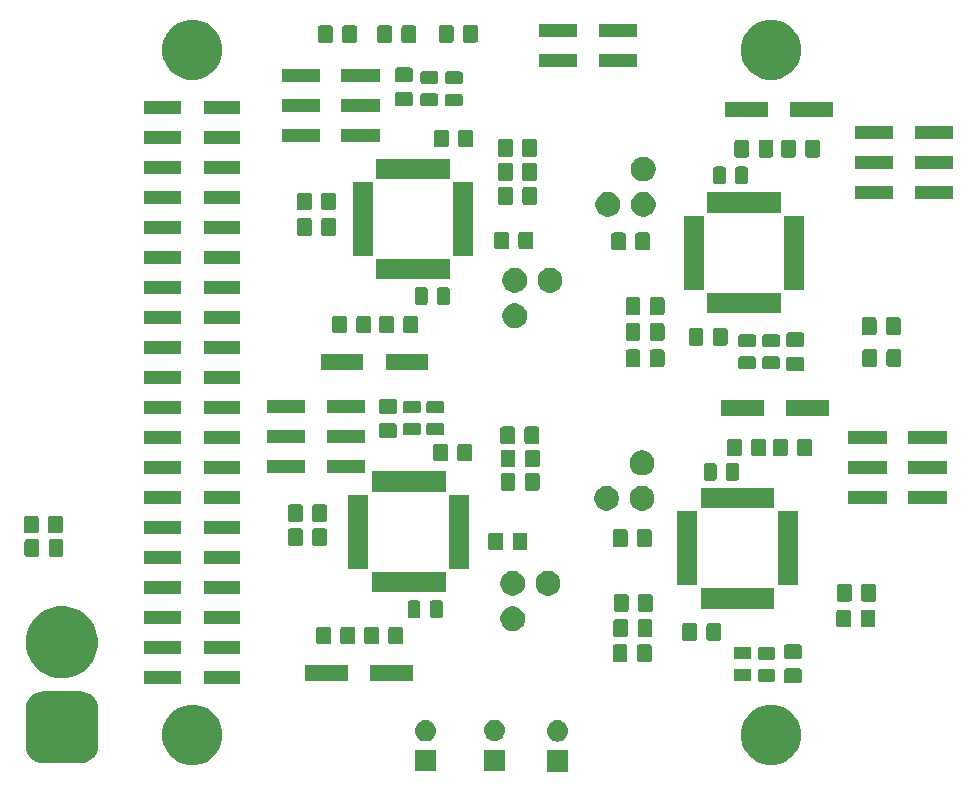
<source format=gbr>
G04 #@! TF.GenerationSoftware,KiCad,Pcbnew,(5.1.4)-1*
G04 #@! TF.CreationDate,2020-03-01T22:40:11-05:00*
G04 #@! TF.ProjectId,FPVRaceTimer,46505652-6163-4655-9469-6d65722e6b69,rev?*
G04 #@! TF.SameCoordinates,Original*
G04 #@! TF.FileFunction,Soldermask,Bot*
G04 #@! TF.FilePolarity,Negative*
%FSLAX46Y46*%
G04 Gerber Fmt 4.6, Leading zero omitted, Abs format (unit mm)*
G04 Created by KiCad (PCBNEW (5.1.4)-1) date 2020-03-01 22:40:11*
%MOMM*%
%LPD*%
G04 APERTURE LIST*
%ADD10C,0.100000*%
G04 APERTURE END LIST*
D10*
G36*
X71817800Y-138111800D02*
G01*
X70015800Y-138111800D01*
X70015800Y-136309800D01*
X71817800Y-136309800D01*
X71817800Y-138111800D01*
X71817800Y-138111800D01*
G37*
G36*
X60641800Y-138086400D02*
G01*
X58839800Y-138086400D01*
X58839800Y-136284400D01*
X60641800Y-136284400D01*
X60641800Y-138086400D01*
X60641800Y-138086400D01*
G37*
G36*
X66483800Y-138061000D02*
G01*
X64681800Y-138061000D01*
X64681800Y-136259000D01*
X66483800Y-136259000D01*
X66483800Y-138061000D01*
X66483800Y-138061000D01*
G37*
G36*
X40744098Y-132547033D02*
G01*
X41208350Y-132739332D01*
X41208352Y-132739333D01*
X41626168Y-133018509D01*
X41981491Y-133373832D01*
X42255261Y-133783558D01*
X42260668Y-133791650D01*
X42452967Y-134255902D01*
X42551000Y-134748747D01*
X42551000Y-135251253D01*
X42452967Y-135744098D01*
X42331093Y-136038329D01*
X42260667Y-136208352D01*
X41981491Y-136626168D01*
X41626168Y-136981491D01*
X41208352Y-137260667D01*
X41208351Y-137260668D01*
X41208350Y-137260668D01*
X40744098Y-137452967D01*
X40251253Y-137551000D01*
X39748747Y-137551000D01*
X39255902Y-137452967D01*
X38791650Y-137260668D01*
X38791649Y-137260668D01*
X38791648Y-137260667D01*
X38373832Y-136981491D01*
X38018509Y-136626168D01*
X37739333Y-136208352D01*
X37668907Y-136038329D01*
X37547033Y-135744098D01*
X37449000Y-135251253D01*
X37449000Y-134748747D01*
X37547033Y-134255902D01*
X37739332Y-133791650D01*
X37744739Y-133783558D01*
X38018509Y-133373832D01*
X38373832Y-133018509D01*
X38791648Y-132739333D01*
X38791650Y-132739332D01*
X39255902Y-132547033D01*
X39748747Y-132449000D01*
X40251253Y-132449000D01*
X40744098Y-132547033D01*
X40744098Y-132547033D01*
G37*
G36*
X89744098Y-132547033D02*
G01*
X90208350Y-132739332D01*
X90208352Y-132739333D01*
X90626168Y-133018509D01*
X90981491Y-133373832D01*
X91255261Y-133783558D01*
X91260668Y-133791650D01*
X91452967Y-134255902D01*
X91551000Y-134748747D01*
X91551000Y-135251253D01*
X91452967Y-135744098D01*
X91331093Y-136038329D01*
X91260667Y-136208352D01*
X90981491Y-136626168D01*
X90626168Y-136981491D01*
X90208352Y-137260667D01*
X90208351Y-137260668D01*
X90208350Y-137260668D01*
X89744098Y-137452967D01*
X89251253Y-137551000D01*
X88748747Y-137551000D01*
X88255902Y-137452967D01*
X87791650Y-137260668D01*
X87791649Y-137260668D01*
X87791648Y-137260667D01*
X87373832Y-136981491D01*
X87018509Y-136626168D01*
X86739333Y-136208352D01*
X86668907Y-136038329D01*
X86547033Y-135744098D01*
X86449000Y-135251253D01*
X86449000Y-134748747D01*
X86547033Y-134255902D01*
X86739332Y-133791650D01*
X86744739Y-133783558D01*
X87018509Y-133373832D01*
X87373832Y-133018509D01*
X87791648Y-132739333D01*
X87791650Y-132739332D01*
X88255902Y-132547033D01*
X88748747Y-132449000D01*
X89251253Y-132449000D01*
X89744098Y-132547033D01*
X89744098Y-132547033D01*
G37*
G36*
X30829297Y-131343704D02*
G01*
X31103637Y-131426924D01*
X31356462Y-131562062D01*
X31578070Y-131743930D01*
X31759938Y-131965538D01*
X31895076Y-132218363D01*
X31978296Y-132492703D01*
X32007000Y-132784140D01*
X32007000Y-135947860D01*
X31978296Y-136239297D01*
X31895076Y-136513637D01*
X31759938Y-136766462D01*
X31578070Y-136988070D01*
X31356462Y-137169938D01*
X31103637Y-137305076D01*
X30829297Y-137388296D01*
X30537860Y-137417000D01*
X27374140Y-137417000D01*
X27082703Y-137388296D01*
X26808363Y-137305076D01*
X26555538Y-137169938D01*
X26333930Y-136988070D01*
X26152062Y-136766462D01*
X26016924Y-136513637D01*
X25933704Y-136239297D01*
X25905000Y-135947860D01*
X25905000Y-132784140D01*
X25933704Y-132492703D01*
X26016924Y-132218363D01*
X26152062Y-131965538D01*
X26333930Y-131743930D01*
X26555538Y-131562062D01*
X26808363Y-131426924D01*
X27082703Y-131343704D01*
X27374140Y-131315000D01*
X30537860Y-131315000D01*
X30829297Y-131343704D01*
X30829297Y-131343704D01*
G37*
G36*
X71027243Y-133776319D02*
G01*
X71093427Y-133782837D01*
X71263266Y-133834357D01*
X71419791Y-133918022D01*
X71455529Y-133947352D01*
X71556986Y-134030614D01*
X71620365Y-134107843D01*
X71669578Y-134167809D01*
X71753243Y-134324334D01*
X71804763Y-134494173D01*
X71822159Y-134670800D01*
X71804763Y-134847427D01*
X71753243Y-135017266D01*
X71669578Y-135173791D01*
X71640248Y-135209529D01*
X71556986Y-135310986D01*
X71455529Y-135394248D01*
X71419791Y-135423578D01*
X71263266Y-135507243D01*
X71093427Y-135558763D01*
X71027243Y-135565281D01*
X70961060Y-135571800D01*
X70872540Y-135571800D01*
X70806357Y-135565281D01*
X70740173Y-135558763D01*
X70570334Y-135507243D01*
X70413809Y-135423578D01*
X70378071Y-135394248D01*
X70276614Y-135310986D01*
X70193352Y-135209529D01*
X70164022Y-135173791D01*
X70080357Y-135017266D01*
X70028837Y-134847427D01*
X70011441Y-134670800D01*
X70028837Y-134494173D01*
X70080357Y-134324334D01*
X70164022Y-134167809D01*
X70213235Y-134107843D01*
X70276614Y-134030614D01*
X70378071Y-133947352D01*
X70413809Y-133918022D01*
X70570334Y-133834357D01*
X70740173Y-133782837D01*
X70806357Y-133776319D01*
X70872540Y-133769800D01*
X70961060Y-133769800D01*
X71027243Y-133776319D01*
X71027243Y-133776319D01*
G37*
G36*
X59851242Y-133750918D02*
G01*
X59917427Y-133757437D01*
X60087266Y-133808957D01*
X60243791Y-133892622D01*
X60274741Y-133918022D01*
X60380986Y-134005214D01*
X60464248Y-134106671D01*
X60493578Y-134142409D01*
X60577243Y-134298934D01*
X60628763Y-134468773D01*
X60646159Y-134645400D01*
X60628763Y-134822027D01*
X60577243Y-134991866D01*
X60493578Y-135148391D01*
X60464248Y-135184129D01*
X60380986Y-135285586D01*
X60279529Y-135368848D01*
X60243791Y-135398178D01*
X60087266Y-135481843D01*
X59917427Y-135533363D01*
X59851242Y-135539882D01*
X59785060Y-135546400D01*
X59696540Y-135546400D01*
X59630358Y-135539882D01*
X59564173Y-135533363D01*
X59394334Y-135481843D01*
X59237809Y-135398178D01*
X59202071Y-135368848D01*
X59100614Y-135285586D01*
X59017352Y-135184129D01*
X58988022Y-135148391D01*
X58904357Y-134991866D01*
X58852837Y-134822027D01*
X58835441Y-134645400D01*
X58852837Y-134468773D01*
X58904357Y-134298934D01*
X58988022Y-134142409D01*
X59017352Y-134106671D01*
X59100614Y-134005214D01*
X59206859Y-133918022D01*
X59237809Y-133892622D01*
X59394334Y-133808957D01*
X59564173Y-133757437D01*
X59630358Y-133750918D01*
X59696540Y-133744400D01*
X59785060Y-133744400D01*
X59851242Y-133750918D01*
X59851242Y-133750918D01*
G37*
G36*
X65693243Y-133725519D02*
G01*
X65759427Y-133732037D01*
X65929266Y-133783557D01*
X66085791Y-133867222D01*
X66116741Y-133892622D01*
X66222986Y-133979814D01*
X66300155Y-134073846D01*
X66335578Y-134117009D01*
X66419243Y-134273534D01*
X66470763Y-134443373D01*
X66488159Y-134620000D01*
X66470763Y-134796627D01*
X66419243Y-134966466D01*
X66335578Y-135122991D01*
X66306248Y-135158729D01*
X66222986Y-135260186D01*
X66121529Y-135343448D01*
X66085791Y-135372778D01*
X65929266Y-135456443D01*
X65759427Y-135507963D01*
X65693243Y-135514481D01*
X65627060Y-135521000D01*
X65538540Y-135521000D01*
X65472357Y-135514481D01*
X65406173Y-135507963D01*
X65236334Y-135456443D01*
X65079809Y-135372778D01*
X65044071Y-135343448D01*
X64942614Y-135260186D01*
X64859352Y-135158729D01*
X64830022Y-135122991D01*
X64746357Y-134966466D01*
X64694837Y-134796627D01*
X64677441Y-134620000D01*
X64694837Y-134443373D01*
X64746357Y-134273534D01*
X64830022Y-134117009D01*
X64865445Y-134073846D01*
X64942614Y-133979814D01*
X65048859Y-133892622D01*
X65079809Y-133867222D01*
X65236334Y-133783557D01*
X65406173Y-133732037D01*
X65472357Y-133725519D01*
X65538540Y-133719000D01*
X65627060Y-133719000D01*
X65693243Y-133725519D01*
X65693243Y-133725519D01*
G37*
G36*
X39031000Y-130681000D02*
G01*
X35929000Y-130681000D01*
X35929000Y-129579000D01*
X39031000Y-129579000D01*
X39031000Y-130681000D01*
X39031000Y-130681000D01*
G37*
G36*
X44071000Y-130681000D02*
G01*
X40969000Y-130681000D01*
X40969000Y-129579000D01*
X44071000Y-129579000D01*
X44071000Y-130681000D01*
X44071000Y-130681000D01*
G37*
G36*
X91444474Y-129384665D02*
G01*
X91482167Y-129396099D01*
X91516903Y-129414666D01*
X91547348Y-129439652D01*
X91572334Y-129470097D01*
X91590901Y-129504833D01*
X91602335Y-129542526D01*
X91606800Y-129587861D01*
X91606800Y-130424539D01*
X91602335Y-130469874D01*
X91590901Y-130507567D01*
X91572334Y-130542303D01*
X91547348Y-130572748D01*
X91516903Y-130597734D01*
X91482167Y-130616301D01*
X91444474Y-130627735D01*
X91399139Y-130632200D01*
X90312461Y-130632200D01*
X90267126Y-130627735D01*
X90229433Y-130616301D01*
X90194697Y-130597734D01*
X90164252Y-130572748D01*
X90139266Y-130542303D01*
X90120699Y-130507567D01*
X90109265Y-130469874D01*
X90104800Y-130424539D01*
X90104800Y-129587861D01*
X90109265Y-129542526D01*
X90120699Y-129504833D01*
X90139266Y-129470097D01*
X90164252Y-129439652D01*
X90194697Y-129414666D01*
X90229433Y-129396099D01*
X90267126Y-129384665D01*
X90312461Y-129380200D01*
X91399139Y-129380200D01*
X91444474Y-129384665D01*
X91444474Y-129384665D01*
G37*
G36*
X89205068Y-129435565D02*
G01*
X89243738Y-129447296D01*
X89279377Y-129466346D01*
X89310617Y-129491983D01*
X89336254Y-129523223D01*
X89355304Y-129558862D01*
X89367035Y-129597532D01*
X89371600Y-129643888D01*
X89371600Y-130295112D01*
X89367035Y-130341468D01*
X89355304Y-130380138D01*
X89336254Y-130415777D01*
X89310617Y-130447017D01*
X89279377Y-130472654D01*
X89243738Y-130491704D01*
X89205068Y-130503435D01*
X89158712Y-130508000D01*
X88082488Y-130508000D01*
X88036132Y-130503435D01*
X87997462Y-130491704D01*
X87961823Y-130472654D01*
X87930583Y-130447017D01*
X87904946Y-130415777D01*
X87885896Y-130380138D01*
X87874165Y-130341468D01*
X87869600Y-130295112D01*
X87869600Y-129643888D01*
X87874165Y-129597532D01*
X87885896Y-129558862D01*
X87904946Y-129523223D01*
X87930583Y-129491983D01*
X87961823Y-129466346D01*
X87997462Y-129447296D01*
X88036132Y-129435565D01*
X88082488Y-129431000D01*
X89158712Y-129431000D01*
X89205068Y-129435565D01*
X89205068Y-129435565D01*
G37*
G36*
X87173068Y-129407865D02*
G01*
X87211738Y-129419596D01*
X87247377Y-129438646D01*
X87278617Y-129464283D01*
X87304254Y-129495523D01*
X87323304Y-129531162D01*
X87335035Y-129569832D01*
X87339600Y-129616188D01*
X87339600Y-130267412D01*
X87335035Y-130313768D01*
X87323304Y-130352438D01*
X87304254Y-130388077D01*
X87278617Y-130419317D01*
X87247377Y-130444954D01*
X87211738Y-130464004D01*
X87173068Y-130475735D01*
X87126712Y-130480300D01*
X86050488Y-130480300D01*
X86004132Y-130475735D01*
X85965462Y-130464004D01*
X85929823Y-130444954D01*
X85898583Y-130419317D01*
X85872946Y-130388077D01*
X85853896Y-130352438D01*
X85842165Y-130313768D01*
X85837600Y-130267412D01*
X85837600Y-129616188D01*
X85842165Y-129569832D01*
X85853896Y-129531162D01*
X85872946Y-129495523D01*
X85898583Y-129464283D01*
X85929823Y-129438646D01*
X85965462Y-129419596D01*
X86004132Y-129407865D01*
X86050488Y-129403300D01*
X87126712Y-129403300D01*
X87173068Y-129407865D01*
X87173068Y-129407865D01*
G37*
G36*
X58686840Y-130424680D02*
G01*
X55084840Y-130424680D01*
X55084840Y-129122680D01*
X58686840Y-129122680D01*
X58686840Y-130424680D01*
X58686840Y-130424680D01*
G37*
G36*
X53186840Y-130424680D02*
G01*
X49584840Y-130424680D01*
X49584840Y-129122680D01*
X53186840Y-129122680D01*
X53186840Y-130424680D01*
X53186840Y-130424680D01*
G37*
G36*
X29845943Y-124232248D02*
G01*
X30401189Y-124462238D01*
X30643335Y-124624035D01*
X30900899Y-124796134D01*
X31325866Y-125221101D01*
X31493948Y-125472653D01*
X31659762Y-125720811D01*
X31889752Y-126276057D01*
X32007000Y-126865501D01*
X32007000Y-127466499D01*
X31889752Y-128055943D01*
X31659762Y-128611189D01*
X31584620Y-128723647D01*
X31325866Y-129110899D01*
X30900899Y-129535866D01*
X30739233Y-129643888D01*
X30401189Y-129869762D01*
X29845943Y-130099752D01*
X29256499Y-130217000D01*
X28655501Y-130217000D01*
X28066057Y-130099752D01*
X27510811Y-129869762D01*
X27172767Y-129643888D01*
X27011101Y-129535866D01*
X26586134Y-129110899D01*
X26327380Y-128723647D01*
X26252238Y-128611189D01*
X26022248Y-128055943D01*
X25905000Y-127466499D01*
X25905000Y-126865501D01*
X26022248Y-126276057D01*
X26252238Y-125720811D01*
X26418052Y-125472653D01*
X26586134Y-125221101D01*
X27011101Y-124796134D01*
X27268665Y-124624035D01*
X27510811Y-124462238D01*
X28066057Y-124232248D01*
X28655501Y-124115000D01*
X29256499Y-124115000D01*
X29845943Y-124232248D01*
X29845943Y-124232248D01*
G37*
G36*
X78730074Y-127350745D02*
G01*
X78767767Y-127362179D01*
X78802503Y-127380746D01*
X78832948Y-127405732D01*
X78857934Y-127436177D01*
X78876501Y-127470913D01*
X78887935Y-127508606D01*
X78892400Y-127553941D01*
X78892400Y-128640619D01*
X78887935Y-128685954D01*
X78876501Y-128723647D01*
X78857934Y-128758383D01*
X78832948Y-128788828D01*
X78802503Y-128813814D01*
X78767767Y-128832381D01*
X78730074Y-128843815D01*
X78684739Y-128848280D01*
X77848061Y-128848280D01*
X77802726Y-128843815D01*
X77765033Y-128832381D01*
X77730297Y-128813814D01*
X77699852Y-128788828D01*
X77674866Y-128758383D01*
X77656299Y-128723647D01*
X77644865Y-128685954D01*
X77640400Y-128640619D01*
X77640400Y-127553941D01*
X77644865Y-127508606D01*
X77656299Y-127470913D01*
X77674866Y-127436177D01*
X77699852Y-127405732D01*
X77730297Y-127380746D01*
X77765033Y-127362179D01*
X77802726Y-127350745D01*
X77848061Y-127346280D01*
X78684739Y-127346280D01*
X78730074Y-127350745D01*
X78730074Y-127350745D01*
G37*
G36*
X76680074Y-127350745D02*
G01*
X76717767Y-127362179D01*
X76752503Y-127380746D01*
X76782948Y-127405732D01*
X76807934Y-127436177D01*
X76826501Y-127470913D01*
X76837935Y-127508606D01*
X76842400Y-127553941D01*
X76842400Y-128640619D01*
X76837935Y-128685954D01*
X76826501Y-128723647D01*
X76807934Y-128758383D01*
X76782948Y-128788828D01*
X76752503Y-128813814D01*
X76717767Y-128832381D01*
X76680074Y-128843815D01*
X76634739Y-128848280D01*
X75798061Y-128848280D01*
X75752726Y-128843815D01*
X75715033Y-128832381D01*
X75680297Y-128813814D01*
X75649852Y-128788828D01*
X75624866Y-128758383D01*
X75606299Y-128723647D01*
X75594865Y-128685954D01*
X75590400Y-128640619D01*
X75590400Y-127553941D01*
X75594865Y-127508606D01*
X75606299Y-127470913D01*
X75624866Y-127436177D01*
X75649852Y-127405732D01*
X75680297Y-127380746D01*
X75715033Y-127362179D01*
X75752726Y-127350745D01*
X75798061Y-127346280D01*
X76634739Y-127346280D01*
X76680074Y-127350745D01*
X76680074Y-127350745D01*
G37*
G36*
X89205068Y-127560565D02*
G01*
X89243738Y-127572296D01*
X89279377Y-127591346D01*
X89310617Y-127616983D01*
X89336254Y-127648223D01*
X89355304Y-127683862D01*
X89367035Y-127722532D01*
X89371600Y-127768888D01*
X89371600Y-128420112D01*
X89367035Y-128466468D01*
X89355304Y-128505138D01*
X89336254Y-128540777D01*
X89310617Y-128572017D01*
X89279377Y-128597654D01*
X89243738Y-128616704D01*
X89205068Y-128628435D01*
X89158712Y-128633000D01*
X88082488Y-128633000D01*
X88036132Y-128628435D01*
X87997462Y-128616704D01*
X87961823Y-128597654D01*
X87930583Y-128572017D01*
X87904946Y-128540777D01*
X87885896Y-128505138D01*
X87874165Y-128466468D01*
X87869600Y-128420112D01*
X87869600Y-127768888D01*
X87874165Y-127722532D01*
X87885896Y-127683862D01*
X87904946Y-127648223D01*
X87930583Y-127616983D01*
X87961823Y-127591346D01*
X87997462Y-127572296D01*
X88036132Y-127560565D01*
X88082488Y-127556000D01*
X89158712Y-127556000D01*
X89205068Y-127560565D01*
X89205068Y-127560565D01*
G37*
G36*
X87173068Y-127532865D02*
G01*
X87211738Y-127544596D01*
X87247377Y-127563646D01*
X87278617Y-127589283D01*
X87304254Y-127620523D01*
X87323304Y-127656162D01*
X87335035Y-127694832D01*
X87339600Y-127741188D01*
X87339600Y-128392412D01*
X87335035Y-128438768D01*
X87323304Y-128477438D01*
X87304254Y-128513077D01*
X87278617Y-128544317D01*
X87247377Y-128569954D01*
X87211738Y-128589004D01*
X87173068Y-128600735D01*
X87126712Y-128605300D01*
X86050488Y-128605300D01*
X86004132Y-128600735D01*
X85965462Y-128589004D01*
X85929823Y-128569954D01*
X85898583Y-128544317D01*
X85872946Y-128513077D01*
X85853896Y-128477438D01*
X85842165Y-128438768D01*
X85837600Y-128392412D01*
X85837600Y-127741188D01*
X85842165Y-127694832D01*
X85853896Y-127656162D01*
X85872946Y-127620523D01*
X85898583Y-127589283D01*
X85929823Y-127563646D01*
X85965462Y-127544596D01*
X86004132Y-127532865D01*
X86050488Y-127528300D01*
X87126712Y-127528300D01*
X87173068Y-127532865D01*
X87173068Y-127532865D01*
G37*
G36*
X91444474Y-127334665D02*
G01*
X91482167Y-127346099D01*
X91516903Y-127364666D01*
X91547348Y-127389652D01*
X91572334Y-127420097D01*
X91590901Y-127454833D01*
X91602335Y-127492526D01*
X91606800Y-127537861D01*
X91606800Y-128374539D01*
X91602335Y-128419874D01*
X91590901Y-128457567D01*
X91572334Y-128492303D01*
X91547348Y-128522748D01*
X91516903Y-128547734D01*
X91482167Y-128566301D01*
X91444474Y-128577735D01*
X91399139Y-128582200D01*
X90312461Y-128582200D01*
X90267126Y-128577735D01*
X90229433Y-128566301D01*
X90194697Y-128547734D01*
X90164252Y-128522748D01*
X90139266Y-128492303D01*
X90120699Y-128457567D01*
X90109265Y-128419874D01*
X90104800Y-128374539D01*
X90104800Y-127537861D01*
X90109265Y-127492526D01*
X90120699Y-127454833D01*
X90139266Y-127420097D01*
X90164252Y-127389652D01*
X90194697Y-127364666D01*
X90229433Y-127346099D01*
X90267126Y-127334665D01*
X90312461Y-127330200D01*
X91399139Y-127330200D01*
X91444474Y-127334665D01*
X91444474Y-127334665D01*
G37*
G36*
X39031000Y-128141000D02*
G01*
X35929000Y-128141000D01*
X35929000Y-127039000D01*
X39031000Y-127039000D01*
X39031000Y-128141000D01*
X39031000Y-128141000D01*
G37*
G36*
X44071000Y-128141000D02*
G01*
X40969000Y-128141000D01*
X40969000Y-127039000D01*
X44071000Y-127039000D01*
X44071000Y-128141000D01*
X44071000Y-128141000D01*
G37*
G36*
X55638714Y-125852145D02*
G01*
X55676407Y-125863579D01*
X55711143Y-125882146D01*
X55741588Y-125907132D01*
X55766574Y-125937577D01*
X55785141Y-125972313D01*
X55796575Y-126010006D01*
X55801040Y-126055341D01*
X55801040Y-127142019D01*
X55796575Y-127187354D01*
X55785141Y-127225047D01*
X55766574Y-127259783D01*
X55741588Y-127290228D01*
X55711143Y-127315214D01*
X55676407Y-127333781D01*
X55638714Y-127345215D01*
X55593379Y-127349680D01*
X54756701Y-127349680D01*
X54711366Y-127345215D01*
X54673673Y-127333781D01*
X54638937Y-127315214D01*
X54608492Y-127290228D01*
X54583506Y-127259783D01*
X54564939Y-127225047D01*
X54553505Y-127187354D01*
X54549040Y-127142019D01*
X54549040Y-126055341D01*
X54553505Y-126010006D01*
X54564939Y-125972313D01*
X54583506Y-125937577D01*
X54608492Y-125907132D01*
X54638937Y-125882146D01*
X54673673Y-125863579D01*
X54711366Y-125852145D01*
X54756701Y-125847680D01*
X55593379Y-125847680D01*
X55638714Y-125852145D01*
X55638714Y-125852145D01*
G37*
G36*
X51583714Y-125852145D02*
G01*
X51621407Y-125863579D01*
X51656143Y-125882146D01*
X51686588Y-125907132D01*
X51711574Y-125937577D01*
X51730141Y-125972313D01*
X51741575Y-126010006D01*
X51746040Y-126055341D01*
X51746040Y-127142019D01*
X51741575Y-127187354D01*
X51730141Y-127225047D01*
X51711574Y-127259783D01*
X51686588Y-127290228D01*
X51656143Y-127315214D01*
X51621407Y-127333781D01*
X51583714Y-127345215D01*
X51538379Y-127349680D01*
X50701701Y-127349680D01*
X50656366Y-127345215D01*
X50618673Y-127333781D01*
X50583937Y-127315214D01*
X50553492Y-127290228D01*
X50528506Y-127259783D01*
X50509939Y-127225047D01*
X50498505Y-127187354D01*
X50494040Y-127142019D01*
X50494040Y-126055341D01*
X50498505Y-126010006D01*
X50509939Y-125972313D01*
X50528506Y-125937577D01*
X50553492Y-125907132D01*
X50583937Y-125882146D01*
X50618673Y-125863579D01*
X50656366Y-125852145D01*
X50701701Y-125847680D01*
X51538379Y-125847680D01*
X51583714Y-125852145D01*
X51583714Y-125852145D01*
G37*
G36*
X53633714Y-125852145D02*
G01*
X53671407Y-125863579D01*
X53706143Y-125882146D01*
X53736588Y-125907132D01*
X53761574Y-125937577D01*
X53780141Y-125972313D01*
X53791575Y-126010006D01*
X53796040Y-126055341D01*
X53796040Y-127142019D01*
X53791575Y-127187354D01*
X53780141Y-127225047D01*
X53761574Y-127259783D01*
X53736588Y-127290228D01*
X53706143Y-127315214D01*
X53671407Y-127333781D01*
X53633714Y-127345215D01*
X53588379Y-127349680D01*
X52751701Y-127349680D01*
X52706366Y-127345215D01*
X52668673Y-127333781D01*
X52633937Y-127315214D01*
X52603492Y-127290228D01*
X52578506Y-127259783D01*
X52559939Y-127225047D01*
X52548505Y-127187354D01*
X52544040Y-127142019D01*
X52544040Y-126055341D01*
X52548505Y-126010006D01*
X52559939Y-125972313D01*
X52578506Y-125937577D01*
X52603492Y-125907132D01*
X52633937Y-125882146D01*
X52668673Y-125863579D01*
X52706366Y-125852145D01*
X52751701Y-125847680D01*
X53588379Y-125847680D01*
X53633714Y-125852145D01*
X53633714Y-125852145D01*
G37*
G36*
X57688714Y-125852145D02*
G01*
X57726407Y-125863579D01*
X57761143Y-125882146D01*
X57791588Y-125907132D01*
X57816574Y-125937577D01*
X57835141Y-125972313D01*
X57846575Y-126010006D01*
X57851040Y-126055341D01*
X57851040Y-127142019D01*
X57846575Y-127187354D01*
X57835141Y-127225047D01*
X57816574Y-127259783D01*
X57791588Y-127290228D01*
X57761143Y-127315214D01*
X57726407Y-127333781D01*
X57688714Y-127345215D01*
X57643379Y-127349680D01*
X56806701Y-127349680D01*
X56761366Y-127345215D01*
X56723673Y-127333781D01*
X56688937Y-127315214D01*
X56658492Y-127290228D01*
X56633506Y-127259783D01*
X56614939Y-127225047D01*
X56603505Y-127187354D01*
X56599040Y-127142019D01*
X56599040Y-126055341D01*
X56603505Y-126010006D01*
X56614939Y-125972313D01*
X56633506Y-125937577D01*
X56658492Y-125907132D01*
X56688937Y-125882146D01*
X56723673Y-125863579D01*
X56761366Y-125852145D01*
X56806701Y-125847680D01*
X57643379Y-125847680D01*
X57688714Y-125852145D01*
X57688714Y-125852145D01*
G37*
G36*
X84622874Y-125542265D02*
G01*
X84660567Y-125553699D01*
X84695303Y-125572266D01*
X84725748Y-125597252D01*
X84750734Y-125627697D01*
X84769301Y-125662433D01*
X84780735Y-125700126D01*
X84785200Y-125745461D01*
X84785200Y-126832139D01*
X84780735Y-126877474D01*
X84769301Y-126915167D01*
X84750734Y-126949903D01*
X84725748Y-126980348D01*
X84695303Y-127005334D01*
X84660567Y-127023901D01*
X84622874Y-127035335D01*
X84577539Y-127039800D01*
X83740861Y-127039800D01*
X83695526Y-127035335D01*
X83657833Y-127023901D01*
X83623097Y-127005334D01*
X83592652Y-126980348D01*
X83567666Y-126949903D01*
X83549099Y-126915167D01*
X83537665Y-126877474D01*
X83533200Y-126832139D01*
X83533200Y-125745461D01*
X83537665Y-125700126D01*
X83549099Y-125662433D01*
X83567666Y-125627697D01*
X83592652Y-125597252D01*
X83623097Y-125572266D01*
X83657833Y-125553699D01*
X83695526Y-125542265D01*
X83740861Y-125537800D01*
X84577539Y-125537800D01*
X84622874Y-125542265D01*
X84622874Y-125542265D01*
G37*
G36*
X82572874Y-125542265D02*
G01*
X82610567Y-125553699D01*
X82645303Y-125572266D01*
X82675748Y-125597252D01*
X82700734Y-125627697D01*
X82719301Y-125662433D01*
X82730735Y-125700126D01*
X82735200Y-125745461D01*
X82735200Y-126832139D01*
X82730735Y-126877474D01*
X82719301Y-126915167D01*
X82700734Y-126949903D01*
X82675748Y-126980348D01*
X82645303Y-127005334D01*
X82610567Y-127023901D01*
X82572874Y-127035335D01*
X82527539Y-127039800D01*
X81690861Y-127039800D01*
X81645526Y-127035335D01*
X81607833Y-127023901D01*
X81573097Y-127005334D01*
X81542652Y-126980348D01*
X81517666Y-126949903D01*
X81499099Y-126915167D01*
X81487665Y-126877474D01*
X81483200Y-126832139D01*
X81483200Y-125745461D01*
X81487665Y-125700126D01*
X81499099Y-125662433D01*
X81517666Y-125627697D01*
X81542652Y-125597252D01*
X81573097Y-125572266D01*
X81607833Y-125553699D01*
X81645526Y-125542265D01*
X81690861Y-125537800D01*
X82527539Y-125537800D01*
X82572874Y-125542265D01*
X82572874Y-125542265D01*
G37*
G36*
X76735954Y-125217145D02*
G01*
X76773647Y-125228579D01*
X76808383Y-125247146D01*
X76838828Y-125272132D01*
X76863814Y-125302577D01*
X76882381Y-125337313D01*
X76893815Y-125375006D01*
X76898280Y-125420341D01*
X76898280Y-126507019D01*
X76893815Y-126552354D01*
X76882381Y-126590047D01*
X76863814Y-126624783D01*
X76838828Y-126655228D01*
X76808383Y-126680214D01*
X76773647Y-126698781D01*
X76735954Y-126710215D01*
X76690619Y-126714680D01*
X75853941Y-126714680D01*
X75808606Y-126710215D01*
X75770913Y-126698781D01*
X75736177Y-126680214D01*
X75705732Y-126655228D01*
X75680746Y-126624783D01*
X75662179Y-126590047D01*
X75650745Y-126552354D01*
X75646280Y-126507019D01*
X75646280Y-125420341D01*
X75650745Y-125375006D01*
X75662179Y-125337313D01*
X75680746Y-125302577D01*
X75705732Y-125272132D01*
X75736177Y-125247146D01*
X75770913Y-125228579D01*
X75808606Y-125217145D01*
X75853941Y-125212680D01*
X76690619Y-125212680D01*
X76735954Y-125217145D01*
X76735954Y-125217145D01*
G37*
G36*
X78785954Y-125217145D02*
G01*
X78823647Y-125228579D01*
X78858383Y-125247146D01*
X78888828Y-125272132D01*
X78913814Y-125302577D01*
X78932381Y-125337313D01*
X78943815Y-125375006D01*
X78948280Y-125420341D01*
X78948280Y-126507019D01*
X78943815Y-126552354D01*
X78932381Y-126590047D01*
X78913814Y-126624783D01*
X78888828Y-126655228D01*
X78858383Y-126680214D01*
X78823647Y-126698781D01*
X78785954Y-126710215D01*
X78740619Y-126714680D01*
X77903941Y-126714680D01*
X77858606Y-126710215D01*
X77820913Y-126698781D01*
X77786177Y-126680214D01*
X77755732Y-126655228D01*
X77730746Y-126624783D01*
X77712179Y-126590047D01*
X77700745Y-126552354D01*
X77696280Y-126507019D01*
X77696280Y-125420341D01*
X77700745Y-125375006D01*
X77712179Y-125337313D01*
X77730746Y-125302577D01*
X77755732Y-125272132D01*
X77786177Y-125247146D01*
X77820913Y-125228579D01*
X77858606Y-125217145D01*
X77903941Y-125212680D01*
X78740619Y-125212680D01*
X78785954Y-125217145D01*
X78785954Y-125217145D01*
G37*
G36*
X67424204Y-124162869D02*
G01*
X67615473Y-124242095D01*
X67615475Y-124242096D01*
X67787613Y-124357115D01*
X67934005Y-124503507D01*
X68006913Y-124612621D01*
X68049025Y-124675647D01*
X68128251Y-124866916D01*
X68168640Y-125069964D01*
X68168640Y-125276996D01*
X68128251Y-125480044D01*
X68054224Y-125658762D01*
X68049024Y-125671315D01*
X67934005Y-125843453D01*
X67787613Y-125989845D01*
X67615475Y-126104864D01*
X67615474Y-126104865D01*
X67615473Y-126104865D01*
X67424204Y-126184091D01*
X67221156Y-126224480D01*
X67014124Y-126224480D01*
X66811076Y-126184091D01*
X66619807Y-126104865D01*
X66619806Y-126104865D01*
X66619805Y-126104864D01*
X66447667Y-125989845D01*
X66301275Y-125843453D01*
X66186256Y-125671315D01*
X66181056Y-125658762D01*
X66107029Y-125480044D01*
X66066640Y-125276996D01*
X66066640Y-125069964D01*
X66107029Y-124866916D01*
X66186255Y-124675647D01*
X66228368Y-124612621D01*
X66301275Y-124503507D01*
X66447667Y-124357115D01*
X66619805Y-124242096D01*
X66619807Y-124242095D01*
X66811076Y-124162869D01*
X67014124Y-124122480D01*
X67221156Y-124122480D01*
X67424204Y-124162869D01*
X67424204Y-124162869D01*
G37*
G36*
X97674554Y-124409425D02*
G01*
X97712247Y-124420859D01*
X97746983Y-124439426D01*
X97777428Y-124464412D01*
X97802414Y-124494857D01*
X97820981Y-124529593D01*
X97832415Y-124567286D01*
X97836880Y-124612621D01*
X97836880Y-125699299D01*
X97832415Y-125744634D01*
X97820981Y-125782327D01*
X97802414Y-125817063D01*
X97777428Y-125847508D01*
X97746983Y-125872494D01*
X97712247Y-125891061D01*
X97674554Y-125902495D01*
X97629219Y-125906960D01*
X96792541Y-125906960D01*
X96747206Y-125902495D01*
X96709513Y-125891061D01*
X96674777Y-125872494D01*
X96644332Y-125847508D01*
X96619346Y-125817063D01*
X96600779Y-125782327D01*
X96589345Y-125744634D01*
X96584880Y-125699299D01*
X96584880Y-124612621D01*
X96589345Y-124567286D01*
X96600779Y-124529593D01*
X96619346Y-124494857D01*
X96644332Y-124464412D01*
X96674777Y-124439426D01*
X96709513Y-124420859D01*
X96747206Y-124409425D01*
X96792541Y-124404960D01*
X97629219Y-124404960D01*
X97674554Y-124409425D01*
X97674554Y-124409425D01*
G37*
G36*
X95624554Y-124409425D02*
G01*
X95662247Y-124420859D01*
X95696983Y-124439426D01*
X95727428Y-124464412D01*
X95752414Y-124494857D01*
X95770981Y-124529593D01*
X95782415Y-124567286D01*
X95786880Y-124612621D01*
X95786880Y-125699299D01*
X95782415Y-125744634D01*
X95770981Y-125782327D01*
X95752414Y-125817063D01*
X95727428Y-125847508D01*
X95696983Y-125872494D01*
X95662247Y-125891061D01*
X95624554Y-125902495D01*
X95579219Y-125906960D01*
X94742541Y-125906960D01*
X94697206Y-125902495D01*
X94659513Y-125891061D01*
X94624777Y-125872494D01*
X94594332Y-125847508D01*
X94569346Y-125817063D01*
X94550779Y-125782327D01*
X94539345Y-125744634D01*
X94534880Y-125699299D01*
X94534880Y-124612621D01*
X94539345Y-124567286D01*
X94550779Y-124529593D01*
X94569346Y-124494857D01*
X94594332Y-124464412D01*
X94624777Y-124439426D01*
X94659513Y-124420859D01*
X94697206Y-124409425D01*
X94742541Y-124404960D01*
X95579219Y-124404960D01*
X95624554Y-124409425D01*
X95624554Y-124409425D01*
G37*
G36*
X44071000Y-125601000D02*
G01*
X40969000Y-125601000D01*
X40969000Y-124499000D01*
X44071000Y-124499000D01*
X44071000Y-125601000D01*
X44071000Y-125601000D01*
G37*
G36*
X39031000Y-125601000D02*
G01*
X35929000Y-125601000D01*
X35929000Y-124499000D01*
X39031000Y-124499000D01*
X39031000Y-125601000D01*
X39031000Y-125601000D01*
G37*
G36*
X59151707Y-123617045D02*
G01*
X59190377Y-123628776D01*
X59226016Y-123647826D01*
X59257256Y-123673463D01*
X59282893Y-123704703D01*
X59301943Y-123740342D01*
X59313674Y-123779012D01*
X59318239Y-123825368D01*
X59318239Y-124901592D01*
X59313674Y-124947948D01*
X59301943Y-124986618D01*
X59282893Y-125022257D01*
X59257256Y-125053497D01*
X59226016Y-125079134D01*
X59190377Y-125098184D01*
X59151707Y-125109915D01*
X59105351Y-125114480D01*
X58454127Y-125114480D01*
X58407771Y-125109915D01*
X58369101Y-125098184D01*
X58333462Y-125079134D01*
X58302222Y-125053497D01*
X58276585Y-125022257D01*
X58257535Y-124986618D01*
X58245804Y-124947948D01*
X58241239Y-124901592D01*
X58241239Y-123825368D01*
X58245804Y-123779012D01*
X58257535Y-123740342D01*
X58276585Y-123704703D01*
X58302222Y-123673463D01*
X58333462Y-123647826D01*
X58369101Y-123628776D01*
X58407771Y-123617045D01*
X58454127Y-123612480D01*
X59105351Y-123612480D01*
X59151707Y-123617045D01*
X59151707Y-123617045D01*
G37*
G36*
X61026707Y-123617045D02*
G01*
X61065377Y-123628776D01*
X61101016Y-123647826D01*
X61132256Y-123673463D01*
X61157893Y-123704703D01*
X61176943Y-123740342D01*
X61188674Y-123779012D01*
X61193239Y-123825368D01*
X61193239Y-124901592D01*
X61188674Y-124947948D01*
X61176943Y-124986618D01*
X61157893Y-125022257D01*
X61132256Y-125053497D01*
X61101016Y-125079134D01*
X61065377Y-125098184D01*
X61026707Y-125109915D01*
X60980351Y-125114480D01*
X60329127Y-125114480D01*
X60282771Y-125109915D01*
X60244101Y-125098184D01*
X60208462Y-125079134D01*
X60177222Y-125053497D01*
X60151585Y-125022257D01*
X60132535Y-124986618D01*
X60120804Y-124947948D01*
X60116239Y-124901592D01*
X60116239Y-123825368D01*
X60120804Y-123779012D01*
X60132535Y-123740342D01*
X60151585Y-123704703D01*
X60177222Y-123673463D01*
X60208462Y-123647826D01*
X60244101Y-123628776D01*
X60282771Y-123617045D01*
X60329127Y-123612480D01*
X60980351Y-123612480D01*
X61026707Y-123617045D01*
X61026707Y-123617045D01*
G37*
G36*
X76776594Y-123093705D02*
G01*
X76814287Y-123105139D01*
X76849023Y-123123706D01*
X76879468Y-123148692D01*
X76904454Y-123179137D01*
X76923021Y-123213873D01*
X76934455Y-123251566D01*
X76938920Y-123296901D01*
X76938920Y-124383579D01*
X76934455Y-124428914D01*
X76923021Y-124466607D01*
X76904454Y-124501343D01*
X76879468Y-124531788D01*
X76849023Y-124556774D01*
X76814287Y-124575341D01*
X76776594Y-124586775D01*
X76731259Y-124591240D01*
X75894581Y-124591240D01*
X75849246Y-124586775D01*
X75811553Y-124575341D01*
X75776817Y-124556774D01*
X75746372Y-124531788D01*
X75721386Y-124501343D01*
X75702819Y-124466607D01*
X75691385Y-124428914D01*
X75686920Y-124383579D01*
X75686920Y-123296901D01*
X75691385Y-123251566D01*
X75702819Y-123213873D01*
X75721386Y-123179137D01*
X75746372Y-123148692D01*
X75776817Y-123123706D01*
X75811553Y-123105139D01*
X75849246Y-123093705D01*
X75894581Y-123089240D01*
X76731259Y-123089240D01*
X76776594Y-123093705D01*
X76776594Y-123093705D01*
G37*
G36*
X78826594Y-123093705D02*
G01*
X78864287Y-123105139D01*
X78899023Y-123123706D01*
X78929468Y-123148692D01*
X78954454Y-123179137D01*
X78973021Y-123213873D01*
X78984455Y-123251566D01*
X78988920Y-123296901D01*
X78988920Y-124383579D01*
X78984455Y-124428914D01*
X78973021Y-124466607D01*
X78954454Y-124501343D01*
X78929468Y-124531788D01*
X78899023Y-124556774D01*
X78864287Y-124575341D01*
X78826594Y-124586775D01*
X78781259Y-124591240D01*
X77944581Y-124591240D01*
X77899246Y-124586775D01*
X77861553Y-124575341D01*
X77826817Y-124556774D01*
X77796372Y-124531788D01*
X77771386Y-124501343D01*
X77752819Y-124466607D01*
X77741385Y-124428914D01*
X77736920Y-124383579D01*
X77736920Y-123296901D01*
X77741385Y-123251566D01*
X77752819Y-123213873D01*
X77771386Y-123179137D01*
X77796372Y-123148692D01*
X77826817Y-123123706D01*
X77861553Y-123105139D01*
X77899246Y-123093705D01*
X77944581Y-123089240D01*
X78781259Y-123089240D01*
X78826594Y-123093705D01*
X78826594Y-123093705D01*
G37*
G36*
X89282401Y-124310001D02*
G01*
X83030401Y-124310001D01*
X83030401Y-122608001D01*
X89282401Y-122608001D01*
X89282401Y-124310001D01*
X89282401Y-124310001D01*
G37*
G36*
X95674194Y-122219945D02*
G01*
X95711887Y-122231379D01*
X95746623Y-122249946D01*
X95777068Y-122274932D01*
X95802054Y-122305377D01*
X95820621Y-122340113D01*
X95832055Y-122377806D01*
X95836520Y-122423141D01*
X95836520Y-123509819D01*
X95832055Y-123555154D01*
X95820621Y-123592847D01*
X95802054Y-123627583D01*
X95777068Y-123658028D01*
X95746623Y-123683014D01*
X95711887Y-123701581D01*
X95674194Y-123713015D01*
X95628859Y-123717480D01*
X94792181Y-123717480D01*
X94746846Y-123713015D01*
X94709153Y-123701581D01*
X94674417Y-123683014D01*
X94643972Y-123658028D01*
X94618986Y-123627583D01*
X94600419Y-123592847D01*
X94588985Y-123555154D01*
X94584520Y-123509819D01*
X94584520Y-122423141D01*
X94588985Y-122377806D01*
X94600419Y-122340113D01*
X94618986Y-122305377D01*
X94643972Y-122274932D01*
X94674417Y-122249946D01*
X94709153Y-122231379D01*
X94746846Y-122219945D01*
X94792181Y-122215480D01*
X95628859Y-122215480D01*
X95674194Y-122219945D01*
X95674194Y-122219945D01*
G37*
G36*
X97724194Y-122219945D02*
G01*
X97761887Y-122231379D01*
X97796623Y-122249946D01*
X97827068Y-122274932D01*
X97852054Y-122305377D01*
X97870621Y-122340113D01*
X97882055Y-122377806D01*
X97886520Y-122423141D01*
X97886520Y-123509819D01*
X97882055Y-123555154D01*
X97870621Y-123592847D01*
X97852054Y-123627583D01*
X97827068Y-123658028D01*
X97796623Y-123683014D01*
X97761887Y-123701581D01*
X97724194Y-123713015D01*
X97678859Y-123717480D01*
X96842181Y-123717480D01*
X96796846Y-123713015D01*
X96759153Y-123701581D01*
X96724417Y-123683014D01*
X96693972Y-123658028D01*
X96668986Y-123627583D01*
X96650419Y-123592847D01*
X96638985Y-123555154D01*
X96634520Y-123509819D01*
X96634520Y-122423141D01*
X96638985Y-122377806D01*
X96650419Y-122340113D01*
X96668986Y-122305377D01*
X96693972Y-122274932D01*
X96724417Y-122249946D01*
X96759153Y-122231379D01*
X96796846Y-122219945D01*
X96842181Y-122215480D01*
X97678859Y-122215480D01*
X97724194Y-122219945D01*
X97724194Y-122219945D01*
G37*
G36*
X67424204Y-121162869D02*
G01*
X67615473Y-121242095D01*
X67615475Y-121242096D01*
X67787613Y-121357115D01*
X67934005Y-121503507D01*
X68049025Y-121675647D01*
X68128251Y-121866916D01*
X68168640Y-122069964D01*
X68168640Y-122276996D01*
X68128251Y-122480044D01*
X68049025Y-122671313D01*
X68049024Y-122671315D01*
X67934005Y-122843453D01*
X67787613Y-122989845D01*
X67615475Y-123104864D01*
X67615474Y-123104865D01*
X67615473Y-123104865D01*
X67424204Y-123184091D01*
X67221156Y-123224480D01*
X67014124Y-123224480D01*
X66811076Y-123184091D01*
X66619807Y-123104865D01*
X66619806Y-123104865D01*
X66619805Y-123104864D01*
X66447667Y-122989845D01*
X66301275Y-122843453D01*
X66186256Y-122671315D01*
X66186255Y-122671313D01*
X66107029Y-122480044D01*
X66066640Y-122276996D01*
X66066640Y-122069964D01*
X66107029Y-121866916D01*
X66186255Y-121675647D01*
X66301275Y-121503507D01*
X66447667Y-121357115D01*
X66619805Y-121242096D01*
X66619807Y-121242095D01*
X66811076Y-121162869D01*
X67014124Y-121122480D01*
X67221156Y-121122480D01*
X67424204Y-121162869D01*
X67424204Y-121162869D01*
G37*
G36*
X70424204Y-121162869D02*
G01*
X70615473Y-121242095D01*
X70615475Y-121242096D01*
X70787613Y-121357115D01*
X70934005Y-121503507D01*
X71049025Y-121675647D01*
X71128251Y-121866916D01*
X71168640Y-122069964D01*
X71168640Y-122276996D01*
X71128251Y-122480044D01*
X71049025Y-122671313D01*
X71049024Y-122671315D01*
X70934005Y-122843453D01*
X70787613Y-122989845D01*
X70615475Y-123104864D01*
X70615474Y-123104865D01*
X70615473Y-123104865D01*
X70424204Y-123184091D01*
X70221156Y-123224480D01*
X70014124Y-123224480D01*
X69811076Y-123184091D01*
X69619807Y-123104865D01*
X69619806Y-123104865D01*
X69619805Y-123104864D01*
X69447667Y-122989845D01*
X69301275Y-122843453D01*
X69186256Y-122671315D01*
X69186255Y-122671313D01*
X69107029Y-122480044D01*
X69066640Y-122276996D01*
X69066640Y-122069964D01*
X69107029Y-121866916D01*
X69186255Y-121675647D01*
X69301275Y-121503507D01*
X69447667Y-121357115D01*
X69619805Y-121242096D01*
X69619807Y-121242095D01*
X69811076Y-121162869D01*
X70014124Y-121122480D01*
X70221156Y-121122480D01*
X70424204Y-121162869D01*
X70424204Y-121162869D01*
G37*
G36*
X39031000Y-123061000D02*
G01*
X35929000Y-123061000D01*
X35929000Y-121959000D01*
X39031000Y-121959000D01*
X39031000Y-123061000D01*
X39031000Y-123061000D01*
G37*
G36*
X44071000Y-123061000D02*
G01*
X40969000Y-123061000D01*
X40969000Y-121959000D01*
X44071000Y-121959000D01*
X44071000Y-123061000D01*
X44071000Y-123061000D01*
G37*
G36*
X61443239Y-122904479D02*
G01*
X55191239Y-122904479D01*
X55191239Y-121202479D01*
X61443239Y-121202479D01*
X61443239Y-122904479D01*
X61443239Y-122904479D01*
G37*
G36*
X82757401Y-122335001D02*
G01*
X81055401Y-122335001D01*
X81055401Y-116083001D01*
X82757401Y-116083001D01*
X82757401Y-122335001D01*
X82757401Y-122335001D01*
G37*
G36*
X91257401Y-122335001D02*
G01*
X89555401Y-122335001D01*
X89555401Y-116083001D01*
X91257401Y-116083001D01*
X91257401Y-122335001D01*
X91257401Y-122335001D01*
G37*
G36*
X54918239Y-120929479D02*
G01*
X53216239Y-120929479D01*
X53216239Y-114677479D01*
X54918239Y-114677479D01*
X54918239Y-120929479D01*
X54918239Y-120929479D01*
G37*
G36*
X63418239Y-120929479D02*
G01*
X61716239Y-120929479D01*
X61716239Y-114677479D01*
X63418239Y-114677479D01*
X63418239Y-120929479D01*
X63418239Y-120929479D01*
G37*
G36*
X39031000Y-120521000D02*
G01*
X35929000Y-120521000D01*
X35929000Y-119419000D01*
X39031000Y-119419000D01*
X39031000Y-120521000D01*
X39031000Y-120521000D01*
G37*
G36*
X44071000Y-120521000D02*
G01*
X40969000Y-120521000D01*
X40969000Y-119419000D01*
X44071000Y-119419000D01*
X44071000Y-120521000D01*
X44071000Y-120521000D01*
G37*
G36*
X26879674Y-118430265D02*
G01*
X26917367Y-118441699D01*
X26952103Y-118460266D01*
X26982548Y-118485252D01*
X27007534Y-118515697D01*
X27026101Y-118550433D01*
X27037535Y-118588126D01*
X27042000Y-118633461D01*
X27042000Y-119720139D01*
X27037535Y-119765474D01*
X27026101Y-119803167D01*
X27007534Y-119837903D01*
X26982548Y-119868348D01*
X26952103Y-119893334D01*
X26917367Y-119911901D01*
X26879674Y-119923335D01*
X26834339Y-119927800D01*
X25997661Y-119927800D01*
X25952326Y-119923335D01*
X25914633Y-119911901D01*
X25879897Y-119893334D01*
X25849452Y-119868348D01*
X25824466Y-119837903D01*
X25805899Y-119803167D01*
X25794465Y-119765474D01*
X25790000Y-119720139D01*
X25790000Y-118633461D01*
X25794465Y-118588126D01*
X25805899Y-118550433D01*
X25824466Y-118515697D01*
X25849452Y-118485252D01*
X25879897Y-118460266D01*
X25914633Y-118441699D01*
X25952326Y-118430265D01*
X25997661Y-118425800D01*
X26834339Y-118425800D01*
X26879674Y-118430265D01*
X26879674Y-118430265D01*
G37*
G36*
X28929674Y-118430265D02*
G01*
X28967367Y-118441699D01*
X29002103Y-118460266D01*
X29032548Y-118485252D01*
X29057534Y-118515697D01*
X29076101Y-118550433D01*
X29087535Y-118588126D01*
X29092000Y-118633461D01*
X29092000Y-119720139D01*
X29087535Y-119765474D01*
X29076101Y-119803167D01*
X29057534Y-119837903D01*
X29032548Y-119868348D01*
X29002103Y-119893334D01*
X28967367Y-119911901D01*
X28929674Y-119923335D01*
X28884339Y-119927800D01*
X28047661Y-119927800D01*
X28002326Y-119923335D01*
X27964633Y-119911901D01*
X27929897Y-119893334D01*
X27899452Y-119868348D01*
X27874466Y-119837903D01*
X27855899Y-119803167D01*
X27844465Y-119765474D01*
X27840000Y-119720139D01*
X27840000Y-118633461D01*
X27844465Y-118588126D01*
X27855899Y-118550433D01*
X27874466Y-118515697D01*
X27899452Y-118485252D01*
X27929897Y-118460266D01*
X27964633Y-118441699D01*
X28002326Y-118430265D01*
X28047661Y-118425800D01*
X28884339Y-118425800D01*
X28929674Y-118430265D01*
X28929674Y-118430265D01*
G37*
G36*
X66163314Y-117876545D02*
G01*
X66201007Y-117887979D01*
X66235743Y-117906546D01*
X66266188Y-117931532D01*
X66291174Y-117961977D01*
X66309741Y-117996713D01*
X66321175Y-118034406D01*
X66325640Y-118079741D01*
X66325640Y-119166419D01*
X66321175Y-119211754D01*
X66309741Y-119249447D01*
X66291174Y-119284183D01*
X66266188Y-119314628D01*
X66235743Y-119339614D01*
X66201007Y-119358181D01*
X66163314Y-119369615D01*
X66117979Y-119374080D01*
X65281301Y-119374080D01*
X65235966Y-119369615D01*
X65198273Y-119358181D01*
X65163537Y-119339614D01*
X65133092Y-119314628D01*
X65108106Y-119284183D01*
X65089539Y-119249447D01*
X65078105Y-119211754D01*
X65073640Y-119166419D01*
X65073640Y-118079741D01*
X65078105Y-118034406D01*
X65089539Y-117996713D01*
X65108106Y-117961977D01*
X65133092Y-117931532D01*
X65163537Y-117906546D01*
X65198273Y-117887979D01*
X65235966Y-117876545D01*
X65281301Y-117872080D01*
X66117979Y-117872080D01*
X66163314Y-117876545D01*
X66163314Y-117876545D01*
G37*
G36*
X68213314Y-117876545D02*
G01*
X68251007Y-117887979D01*
X68285743Y-117906546D01*
X68316188Y-117931532D01*
X68341174Y-117961977D01*
X68359741Y-117996713D01*
X68371175Y-118034406D01*
X68375640Y-118079741D01*
X68375640Y-119166419D01*
X68371175Y-119211754D01*
X68359741Y-119249447D01*
X68341174Y-119284183D01*
X68316188Y-119314628D01*
X68285743Y-119339614D01*
X68251007Y-119358181D01*
X68213314Y-119369615D01*
X68167979Y-119374080D01*
X67331301Y-119374080D01*
X67285966Y-119369615D01*
X67248273Y-119358181D01*
X67213537Y-119339614D01*
X67183092Y-119314628D01*
X67158106Y-119284183D01*
X67139539Y-119249447D01*
X67128105Y-119211754D01*
X67123640Y-119166419D01*
X67123640Y-118079741D01*
X67128105Y-118034406D01*
X67139539Y-117996713D01*
X67158106Y-117961977D01*
X67183092Y-117931532D01*
X67213537Y-117906546D01*
X67248273Y-117887979D01*
X67285966Y-117876545D01*
X67331301Y-117872080D01*
X68167979Y-117872080D01*
X68213314Y-117876545D01*
X68213314Y-117876545D01*
G37*
G36*
X76690234Y-117602225D02*
G01*
X76727927Y-117613659D01*
X76762663Y-117632226D01*
X76793108Y-117657212D01*
X76818094Y-117687657D01*
X76836661Y-117722393D01*
X76848095Y-117760086D01*
X76852560Y-117805421D01*
X76852560Y-118892099D01*
X76848095Y-118937434D01*
X76836661Y-118975127D01*
X76818094Y-119009863D01*
X76793108Y-119040308D01*
X76762663Y-119065294D01*
X76727927Y-119083861D01*
X76690234Y-119095295D01*
X76644899Y-119099760D01*
X75808221Y-119099760D01*
X75762886Y-119095295D01*
X75725193Y-119083861D01*
X75690457Y-119065294D01*
X75660012Y-119040308D01*
X75635026Y-119009863D01*
X75616459Y-118975127D01*
X75605025Y-118937434D01*
X75600560Y-118892099D01*
X75600560Y-117805421D01*
X75605025Y-117760086D01*
X75616459Y-117722393D01*
X75635026Y-117687657D01*
X75660012Y-117657212D01*
X75690457Y-117632226D01*
X75725193Y-117613659D01*
X75762886Y-117602225D01*
X75808221Y-117597760D01*
X76644899Y-117597760D01*
X76690234Y-117602225D01*
X76690234Y-117602225D01*
G37*
G36*
X78740234Y-117602225D02*
G01*
X78777927Y-117613659D01*
X78812663Y-117632226D01*
X78843108Y-117657212D01*
X78868094Y-117687657D01*
X78886661Y-117722393D01*
X78898095Y-117760086D01*
X78902560Y-117805421D01*
X78902560Y-118892099D01*
X78898095Y-118937434D01*
X78886661Y-118975127D01*
X78868094Y-119009863D01*
X78843108Y-119040308D01*
X78812663Y-119065294D01*
X78777927Y-119083861D01*
X78740234Y-119095295D01*
X78694899Y-119099760D01*
X77858221Y-119099760D01*
X77812886Y-119095295D01*
X77775193Y-119083861D01*
X77740457Y-119065294D01*
X77710012Y-119040308D01*
X77685026Y-119009863D01*
X77666459Y-118975127D01*
X77655025Y-118937434D01*
X77650560Y-118892099D01*
X77650560Y-117805421D01*
X77655025Y-117760086D01*
X77666459Y-117722393D01*
X77685026Y-117687657D01*
X77710012Y-117657212D01*
X77740457Y-117632226D01*
X77775193Y-117613659D01*
X77812886Y-117602225D01*
X77858221Y-117597760D01*
X78694899Y-117597760D01*
X78740234Y-117602225D01*
X78740234Y-117602225D01*
G37*
G36*
X51237114Y-117520945D02*
G01*
X51274807Y-117532379D01*
X51309543Y-117550946D01*
X51339988Y-117575932D01*
X51364974Y-117606377D01*
X51383541Y-117641113D01*
X51394975Y-117678806D01*
X51399440Y-117724141D01*
X51399440Y-118810819D01*
X51394975Y-118856154D01*
X51383541Y-118893847D01*
X51364974Y-118928583D01*
X51339988Y-118959028D01*
X51309543Y-118984014D01*
X51274807Y-119002581D01*
X51237114Y-119014015D01*
X51191779Y-119018480D01*
X50355101Y-119018480D01*
X50309766Y-119014015D01*
X50272073Y-119002581D01*
X50237337Y-118984014D01*
X50206892Y-118959028D01*
X50181906Y-118928583D01*
X50163339Y-118893847D01*
X50151905Y-118856154D01*
X50147440Y-118810819D01*
X50147440Y-117724141D01*
X50151905Y-117678806D01*
X50163339Y-117641113D01*
X50181906Y-117606377D01*
X50206892Y-117575932D01*
X50237337Y-117550946D01*
X50272073Y-117532379D01*
X50309766Y-117520945D01*
X50355101Y-117516480D01*
X51191779Y-117516480D01*
X51237114Y-117520945D01*
X51237114Y-117520945D01*
G37*
G36*
X49187114Y-117520945D02*
G01*
X49224807Y-117532379D01*
X49259543Y-117550946D01*
X49289988Y-117575932D01*
X49314974Y-117606377D01*
X49333541Y-117641113D01*
X49344975Y-117678806D01*
X49349440Y-117724141D01*
X49349440Y-118810819D01*
X49344975Y-118856154D01*
X49333541Y-118893847D01*
X49314974Y-118928583D01*
X49289988Y-118959028D01*
X49259543Y-118984014D01*
X49224807Y-119002581D01*
X49187114Y-119014015D01*
X49141779Y-119018480D01*
X48305101Y-119018480D01*
X48259766Y-119014015D01*
X48222073Y-119002581D01*
X48187337Y-118984014D01*
X48156892Y-118959028D01*
X48131906Y-118928583D01*
X48113339Y-118893847D01*
X48101905Y-118856154D01*
X48097440Y-118810819D01*
X48097440Y-117724141D01*
X48101905Y-117678806D01*
X48113339Y-117641113D01*
X48131906Y-117606377D01*
X48156892Y-117575932D01*
X48187337Y-117550946D01*
X48222073Y-117532379D01*
X48259766Y-117520945D01*
X48305101Y-117516480D01*
X49141779Y-117516480D01*
X49187114Y-117520945D01*
X49187114Y-117520945D01*
G37*
G36*
X39031000Y-117981000D02*
G01*
X35929000Y-117981000D01*
X35929000Y-116879000D01*
X39031000Y-116879000D01*
X39031000Y-117981000D01*
X39031000Y-117981000D01*
G37*
G36*
X44071000Y-117981000D02*
G01*
X40969000Y-117981000D01*
X40969000Y-116879000D01*
X44071000Y-116879000D01*
X44071000Y-117981000D01*
X44071000Y-117981000D01*
G37*
G36*
X26828874Y-116449065D02*
G01*
X26866567Y-116460499D01*
X26901303Y-116479066D01*
X26931748Y-116504052D01*
X26956734Y-116534497D01*
X26975301Y-116569233D01*
X26986735Y-116606926D01*
X26991200Y-116652261D01*
X26991200Y-117738939D01*
X26986735Y-117784274D01*
X26975301Y-117821967D01*
X26956734Y-117856703D01*
X26931748Y-117887148D01*
X26901303Y-117912134D01*
X26866567Y-117930701D01*
X26828874Y-117942135D01*
X26783539Y-117946600D01*
X25946861Y-117946600D01*
X25901526Y-117942135D01*
X25863833Y-117930701D01*
X25829097Y-117912134D01*
X25798652Y-117887148D01*
X25773666Y-117856703D01*
X25755099Y-117821967D01*
X25743665Y-117784274D01*
X25739200Y-117738939D01*
X25739200Y-116652261D01*
X25743665Y-116606926D01*
X25755099Y-116569233D01*
X25773666Y-116534497D01*
X25798652Y-116504052D01*
X25829097Y-116479066D01*
X25863833Y-116460499D01*
X25901526Y-116449065D01*
X25946861Y-116444600D01*
X26783539Y-116444600D01*
X26828874Y-116449065D01*
X26828874Y-116449065D01*
G37*
G36*
X28878874Y-116449065D02*
G01*
X28916567Y-116460499D01*
X28951303Y-116479066D01*
X28981748Y-116504052D01*
X29006734Y-116534497D01*
X29025301Y-116569233D01*
X29036735Y-116606926D01*
X29041200Y-116652261D01*
X29041200Y-117738939D01*
X29036735Y-117784274D01*
X29025301Y-117821967D01*
X29006734Y-117856703D01*
X28981748Y-117887148D01*
X28951303Y-117912134D01*
X28916567Y-117930701D01*
X28878874Y-117942135D01*
X28833539Y-117946600D01*
X27996861Y-117946600D01*
X27951526Y-117942135D01*
X27913833Y-117930701D01*
X27879097Y-117912134D01*
X27848652Y-117887148D01*
X27823666Y-117856703D01*
X27805099Y-117821967D01*
X27793665Y-117784274D01*
X27789200Y-117738939D01*
X27789200Y-116652261D01*
X27793665Y-116606926D01*
X27805099Y-116569233D01*
X27823666Y-116534497D01*
X27848652Y-116504052D01*
X27879097Y-116479066D01*
X27913833Y-116460499D01*
X27951526Y-116449065D01*
X27996861Y-116444600D01*
X28833539Y-116444600D01*
X28878874Y-116449065D01*
X28878874Y-116449065D01*
G37*
G36*
X49187114Y-115488945D02*
G01*
X49224807Y-115500379D01*
X49259543Y-115518946D01*
X49289988Y-115543932D01*
X49314974Y-115574377D01*
X49333541Y-115609113D01*
X49344975Y-115646806D01*
X49349440Y-115692141D01*
X49349440Y-116778819D01*
X49344975Y-116824154D01*
X49333541Y-116861847D01*
X49314974Y-116896583D01*
X49289988Y-116927028D01*
X49259543Y-116952014D01*
X49224807Y-116970581D01*
X49187114Y-116982015D01*
X49141779Y-116986480D01*
X48305101Y-116986480D01*
X48259766Y-116982015D01*
X48222073Y-116970581D01*
X48187337Y-116952014D01*
X48156892Y-116927028D01*
X48131906Y-116896583D01*
X48113339Y-116861847D01*
X48101905Y-116824154D01*
X48097440Y-116778819D01*
X48097440Y-115692141D01*
X48101905Y-115646806D01*
X48113339Y-115609113D01*
X48131906Y-115574377D01*
X48156892Y-115543932D01*
X48187337Y-115518946D01*
X48222073Y-115500379D01*
X48259766Y-115488945D01*
X48305101Y-115484480D01*
X49141779Y-115484480D01*
X49187114Y-115488945D01*
X49187114Y-115488945D01*
G37*
G36*
X51237114Y-115488945D02*
G01*
X51274807Y-115500379D01*
X51309543Y-115518946D01*
X51339988Y-115543932D01*
X51364974Y-115574377D01*
X51383541Y-115609113D01*
X51394975Y-115646806D01*
X51399440Y-115692141D01*
X51399440Y-116778819D01*
X51394975Y-116824154D01*
X51383541Y-116861847D01*
X51364974Y-116896583D01*
X51339988Y-116927028D01*
X51309543Y-116952014D01*
X51274807Y-116970581D01*
X51237114Y-116982015D01*
X51191779Y-116986480D01*
X50355101Y-116986480D01*
X50309766Y-116982015D01*
X50272073Y-116970581D01*
X50237337Y-116952014D01*
X50206892Y-116927028D01*
X50181906Y-116896583D01*
X50163339Y-116861847D01*
X50151905Y-116824154D01*
X50147440Y-116778819D01*
X50147440Y-115692141D01*
X50151905Y-115646806D01*
X50163339Y-115609113D01*
X50181906Y-115574377D01*
X50206892Y-115543932D01*
X50237337Y-115518946D01*
X50272073Y-115500379D01*
X50309766Y-115488945D01*
X50355101Y-115484480D01*
X51191779Y-115484480D01*
X51237114Y-115488945D01*
X51237114Y-115488945D01*
G37*
G36*
X78381164Y-113967789D02*
G01*
X78572433Y-114047015D01*
X78572435Y-114047016D01*
X78652337Y-114100405D01*
X78744573Y-114162035D01*
X78890965Y-114308427D01*
X79005985Y-114480567D01*
X79085211Y-114671836D01*
X79125600Y-114874884D01*
X79125600Y-115081916D01*
X79085211Y-115284964D01*
X79066772Y-115329479D01*
X79005984Y-115476235D01*
X78890965Y-115648373D01*
X78744573Y-115794765D01*
X78572435Y-115909784D01*
X78572434Y-115909785D01*
X78572433Y-115909785D01*
X78381164Y-115989011D01*
X78178116Y-116029400D01*
X77971084Y-116029400D01*
X77768036Y-115989011D01*
X77576767Y-115909785D01*
X77576766Y-115909785D01*
X77576765Y-115909784D01*
X77404627Y-115794765D01*
X77258235Y-115648373D01*
X77143216Y-115476235D01*
X77082428Y-115329479D01*
X77063989Y-115284964D01*
X77023600Y-115081916D01*
X77023600Y-114874884D01*
X77063989Y-114671836D01*
X77143215Y-114480567D01*
X77258235Y-114308427D01*
X77404627Y-114162035D01*
X77496863Y-114100405D01*
X77576765Y-114047016D01*
X77576767Y-114047015D01*
X77768036Y-113967789D01*
X77971084Y-113927400D01*
X78178116Y-113927400D01*
X78381164Y-113967789D01*
X78381164Y-113967789D01*
G37*
G36*
X75381164Y-113967789D02*
G01*
X75572433Y-114047015D01*
X75572435Y-114047016D01*
X75652337Y-114100405D01*
X75744573Y-114162035D01*
X75890965Y-114308427D01*
X76005985Y-114480567D01*
X76085211Y-114671836D01*
X76125600Y-114874884D01*
X76125600Y-115081916D01*
X76085211Y-115284964D01*
X76066772Y-115329479D01*
X76005984Y-115476235D01*
X75890965Y-115648373D01*
X75744573Y-115794765D01*
X75572435Y-115909784D01*
X75572434Y-115909785D01*
X75572433Y-115909785D01*
X75381164Y-115989011D01*
X75178116Y-116029400D01*
X74971084Y-116029400D01*
X74768036Y-115989011D01*
X74576767Y-115909785D01*
X74576766Y-115909785D01*
X74576765Y-115909784D01*
X74404627Y-115794765D01*
X74258235Y-115648373D01*
X74143216Y-115476235D01*
X74082428Y-115329479D01*
X74063989Y-115284964D01*
X74023600Y-115081916D01*
X74023600Y-114874884D01*
X74063989Y-114671836D01*
X74143215Y-114480567D01*
X74258235Y-114308427D01*
X74404627Y-114162035D01*
X74496863Y-114100405D01*
X74576765Y-114047016D01*
X74576767Y-114047015D01*
X74768036Y-113967789D01*
X74971084Y-113927400D01*
X75178116Y-113927400D01*
X75381164Y-113967789D01*
X75381164Y-113967789D01*
G37*
G36*
X89282401Y-115810001D02*
G01*
X83030401Y-115810001D01*
X83030401Y-114108001D01*
X89282401Y-114108001D01*
X89282401Y-115810001D01*
X89282401Y-115810001D01*
G37*
G36*
X103861000Y-115498700D02*
G01*
X100609000Y-115498700D01*
X100609000Y-114396700D01*
X103861000Y-114396700D01*
X103861000Y-115498700D01*
X103861000Y-115498700D01*
G37*
G36*
X98811000Y-115498700D02*
G01*
X95559000Y-115498700D01*
X95559000Y-114396700D01*
X98811000Y-114396700D01*
X98811000Y-115498700D01*
X98811000Y-115498700D01*
G37*
G36*
X44071000Y-115441000D02*
G01*
X40969000Y-115441000D01*
X40969000Y-114339000D01*
X44071000Y-114339000D01*
X44071000Y-115441000D01*
X44071000Y-115441000D01*
G37*
G36*
X39031000Y-115441000D02*
G01*
X35929000Y-115441000D01*
X35929000Y-114339000D01*
X39031000Y-114339000D01*
X39031000Y-115441000D01*
X39031000Y-115441000D01*
G37*
G36*
X61443239Y-114404479D02*
G01*
X55191239Y-114404479D01*
X55191239Y-112702479D01*
X61443239Y-112702479D01*
X61443239Y-114404479D01*
X61443239Y-114404479D01*
G37*
G36*
X67192014Y-112821945D02*
G01*
X67229707Y-112833379D01*
X67264443Y-112851946D01*
X67294888Y-112876932D01*
X67319874Y-112907377D01*
X67338441Y-112942113D01*
X67349875Y-112979806D01*
X67354340Y-113025141D01*
X67354340Y-114111819D01*
X67349875Y-114157154D01*
X67338441Y-114194847D01*
X67319874Y-114229583D01*
X67294888Y-114260028D01*
X67264443Y-114285014D01*
X67229707Y-114303581D01*
X67192014Y-114315015D01*
X67146679Y-114319480D01*
X66310001Y-114319480D01*
X66264666Y-114315015D01*
X66226973Y-114303581D01*
X66192237Y-114285014D01*
X66161792Y-114260028D01*
X66136806Y-114229583D01*
X66118239Y-114194847D01*
X66106805Y-114157154D01*
X66102340Y-114111819D01*
X66102340Y-113025141D01*
X66106805Y-112979806D01*
X66118239Y-112942113D01*
X66136806Y-112907377D01*
X66161792Y-112876932D01*
X66192237Y-112851946D01*
X66226973Y-112833379D01*
X66264666Y-112821945D01*
X66310001Y-112817480D01*
X67146679Y-112817480D01*
X67192014Y-112821945D01*
X67192014Y-112821945D01*
G37*
G36*
X69242014Y-112821945D02*
G01*
X69279707Y-112833379D01*
X69314443Y-112851946D01*
X69344888Y-112876932D01*
X69369874Y-112907377D01*
X69388441Y-112942113D01*
X69399875Y-112979806D01*
X69404340Y-113025141D01*
X69404340Y-114111819D01*
X69399875Y-114157154D01*
X69388441Y-114194847D01*
X69369874Y-114229583D01*
X69344888Y-114260028D01*
X69314443Y-114285014D01*
X69279707Y-114303581D01*
X69242014Y-114315015D01*
X69196679Y-114319480D01*
X68360001Y-114319480D01*
X68314666Y-114315015D01*
X68276973Y-114303581D01*
X68242237Y-114285014D01*
X68211792Y-114260028D01*
X68186806Y-114229583D01*
X68168239Y-114194847D01*
X68156805Y-114157154D01*
X68152340Y-114111819D01*
X68152340Y-113025141D01*
X68156805Y-112979806D01*
X68168239Y-112942113D01*
X68186806Y-112907377D01*
X68211792Y-112876932D01*
X68242237Y-112851946D01*
X68276973Y-112833379D01*
X68314666Y-112821945D01*
X68360001Y-112817480D01*
X69196679Y-112817480D01*
X69242014Y-112821945D01*
X69242014Y-112821945D01*
G37*
G36*
X84221968Y-111978765D02*
G01*
X84260638Y-111990496D01*
X84296277Y-112009546D01*
X84327517Y-112035183D01*
X84353154Y-112066423D01*
X84372204Y-112102062D01*
X84383935Y-112140732D01*
X84388500Y-112187088D01*
X84388500Y-113263312D01*
X84383935Y-113309668D01*
X84372204Y-113348338D01*
X84353154Y-113383977D01*
X84327517Y-113415217D01*
X84296277Y-113440854D01*
X84260638Y-113459904D01*
X84221968Y-113471635D01*
X84175612Y-113476200D01*
X83524388Y-113476200D01*
X83478032Y-113471635D01*
X83439362Y-113459904D01*
X83403723Y-113440854D01*
X83372483Y-113415217D01*
X83346846Y-113383977D01*
X83327796Y-113348338D01*
X83316065Y-113309668D01*
X83311500Y-113263312D01*
X83311500Y-112187088D01*
X83316065Y-112140732D01*
X83327796Y-112102062D01*
X83346846Y-112066423D01*
X83372483Y-112035183D01*
X83403723Y-112009546D01*
X83439362Y-111990496D01*
X83478032Y-111978765D01*
X83524388Y-111974200D01*
X84175612Y-111974200D01*
X84221968Y-111978765D01*
X84221968Y-111978765D01*
G37*
G36*
X86096968Y-111978765D02*
G01*
X86135638Y-111990496D01*
X86171277Y-112009546D01*
X86202517Y-112035183D01*
X86228154Y-112066423D01*
X86247204Y-112102062D01*
X86258935Y-112140732D01*
X86263500Y-112187088D01*
X86263500Y-113263312D01*
X86258935Y-113309668D01*
X86247204Y-113348338D01*
X86228154Y-113383977D01*
X86202517Y-113415217D01*
X86171277Y-113440854D01*
X86135638Y-113459904D01*
X86096968Y-113471635D01*
X86050612Y-113476200D01*
X85399388Y-113476200D01*
X85353032Y-113471635D01*
X85314362Y-113459904D01*
X85278723Y-113440854D01*
X85247483Y-113415217D01*
X85221846Y-113383977D01*
X85202796Y-113348338D01*
X85191065Y-113309668D01*
X85186500Y-113263312D01*
X85186500Y-112187088D01*
X85191065Y-112140732D01*
X85202796Y-112102062D01*
X85221846Y-112066423D01*
X85247483Y-112035183D01*
X85278723Y-112009546D01*
X85314362Y-111990496D01*
X85353032Y-111978765D01*
X85399388Y-111974200D01*
X86050612Y-111974200D01*
X86096968Y-111978765D01*
X86096968Y-111978765D01*
G37*
G36*
X78381164Y-110967789D02*
G01*
X78572433Y-111047015D01*
X78572435Y-111047016D01*
X78744573Y-111162035D01*
X78890965Y-111308427D01*
X78961731Y-111414335D01*
X79005985Y-111480567D01*
X79085211Y-111671836D01*
X79125600Y-111874884D01*
X79125600Y-112081916D01*
X79085211Y-112284964D01*
X79057866Y-112350980D01*
X79005984Y-112476235D01*
X78890965Y-112648373D01*
X78744573Y-112794765D01*
X78572435Y-112909784D01*
X78572434Y-112909785D01*
X78572433Y-112909785D01*
X78381164Y-112989011D01*
X78178116Y-113029400D01*
X77971084Y-113029400D01*
X77768036Y-112989011D01*
X77576767Y-112909785D01*
X77576766Y-112909785D01*
X77576765Y-112909784D01*
X77404627Y-112794765D01*
X77258235Y-112648373D01*
X77143216Y-112476235D01*
X77091334Y-112350980D01*
X77063989Y-112284964D01*
X77023600Y-112081916D01*
X77023600Y-111874884D01*
X77063989Y-111671836D01*
X77143215Y-111480567D01*
X77187470Y-111414335D01*
X77258235Y-111308427D01*
X77404627Y-111162035D01*
X77576765Y-111047016D01*
X77576767Y-111047015D01*
X77768036Y-110967789D01*
X77971084Y-110927400D01*
X78178116Y-110927400D01*
X78381164Y-110967789D01*
X78381164Y-110967789D01*
G37*
G36*
X103861000Y-112958700D02*
G01*
X100609000Y-112958700D01*
X100609000Y-111856700D01*
X103861000Y-111856700D01*
X103861000Y-112958700D01*
X103861000Y-112958700D01*
G37*
G36*
X98811000Y-112958700D02*
G01*
X95559000Y-112958700D01*
X95559000Y-111856700D01*
X98811000Y-111856700D01*
X98811000Y-112958700D01*
X98811000Y-112958700D01*
G37*
G36*
X44071000Y-112901000D02*
G01*
X40969000Y-112901000D01*
X40969000Y-111799000D01*
X44071000Y-111799000D01*
X44071000Y-112901000D01*
X44071000Y-112901000D01*
G37*
G36*
X39031000Y-112901000D02*
G01*
X35929000Y-112901000D01*
X35929000Y-111799000D01*
X39031000Y-111799000D01*
X39031000Y-112901000D01*
X39031000Y-112901000D01*
G37*
G36*
X49565960Y-112864720D02*
G01*
X46313960Y-112864720D01*
X46313960Y-111762720D01*
X49565960Y-111762720D01*
X49565960Y-112864720D01*
X49565960Y-112864720D01*
G37*
G36*
X54615960Y-112864720D02*
G01*
X51363960Y-112864720D01*
X51363960Y-111762720D01*
X54615960Y-111762720D01*
X54615960Y-112864720D01*
X54615960Y-112864720D01*
G37*
G36*
X69249414Y-110853445D02*
G01*
X69287107Y-110864879D01*
X69321843Y-110883446D01*
X69352288Y-110908432D01*
X69377274Y-110938877D01*
X69395841Y-110973613D01*
X69407275Y-111011306D01*
X69411740Y-111056641D01*
X69411740Y-112143319D01*
X69407275Y-112188654D01*
X69395841Y-112226347D01*
X69377274Y-112261083D01*
X69352288Y-112291528D01*
X69321843Y-112316514D01*
X69287107Y-112335081D01*
X69249414Y-112346515D01*
X69204079Y-112350980D01*
X68367401Y-112350980D01*
X68322066Y-112346515D01*
X68284373Y-112335081D01*
X68249637Y-112316514D01*
X68219192Y-112291528D01*
X68194206Y-112261083D01*
X68175639Y-112226347D01*
X68164205Y-112188654D01*
X68159740Y-112143319D01*
X68159740Y-111056641D01*
X68164205Y-111011306D01*
X68175639Y-110973613D01*
X68194206Y-110938877D01*
X68219192Y-110908432D01*
X68249637Y-110883446D01*
X68284373Y-110864879D01*
X68322066Y-110853445D01*
X68367401Y-110848980D01*
X69204079Y-110848980D01*
X69249414Y-110853445D01*
X69249414Y-110853445D01*
G37*
G36*
X67199414Y-110853445D02*
G01*
X67237107Y-110864879D01*
X67271843Y-110883446D01*
X67302288Y-110908432D01*
X67327274Y-110938877D01*
X67345841Y-110973613D01*
X67357275Y-111011306D01*
X67361740Y-111056641D01*
X67361740Y-112143319D01*
X67357275Y-112188654D01*
X67345841Y-112226347D01*
X67327274Y-112261083D01*
X67302288Y-112291528D01*
X67271843Y-112316514D01*
X67237107Y-112335081D01*
X67199414Y-112346515D01*
X67154079Y-112350980D01*
X66317401Y-112350980D01*
X66272066Y-112346515D01*
X66234373Y-112335081D01*
X66199637Y-112316514D01*
X66169192Y-112291528D01*
X66144206Y-112261083D01*
X66125639Y-112226347D01*
X66114205Y-112188654D01*
X66109740Y-112143319D01*
X66109740Y-111056641D01*
X66114205Y-111011306D01*
X66125639Y-110973613D01*
X66144206Y-110938877D01*
X66169192Y-110908432D01*
X66199637Y-110883446D01*
X66234373Y-110864879D01*
X66272066Y-110853445D01*
X66317401Y-110848980D01*
X67154079Y-110848980D01*
X67199414Y-110853445D01*
X67199414Y-110853445D01*
G37*
G36*
X63530714Y-110358145D02*
G01*
X63568407Y-110369579D01*
X63603143Y-110388146D01*
X63633588Y-110413132D01*
X63658574Y-110443577D01*
X63677141Y-110478313D01*
X63688575Y-110516006D01*
X63693040Y-110561341D01*
X63693040Y-111648019D01*
X63688575Y-111693354D01*
X63677141Y-111731047D01*
X63658574Y-111765783D01*
X63633588Y-111796228D01*
X63603143Y-111821214D01*
X63568407Y-111839781D01*
X63530714Y-111851215D01*
X63485379Y-111855680D01*
X62648701Y-111855680D01*
X62603366Y-111851215D01*
X62565673Y-111839781D01*
X62530937Y-111821214D01*
X62500492Y-111796228D01*
X62475506Y-111765783D01*
X62456939Y-111731047D01*
X62445505Y-111693354D01*
X62441040Y-111648019D01*
X62441040Y-110561341D01*
X62445505Y-110516006D01*
X62456939Y-110478313D01*
X62475506Y-110443577D01*
X62500492Y-110413132D01*
X62530937Y-110388146D01*
X62565673Y-110369579D01*
X62603366Y-110358145D01*
X62648701Y-110353680D01*
X63485379Y-110353680D01*
X63530714Y-110358145D01*
X63530714Y-110358145D01*
G37*
G36*
X61480714Y-110358145D02*
G01*
X61518407Y-110369579D01*
X61553143Y-110388146D01*
X61583588Y-110413132D01*
X61608574Y-110443577D01*
X61627141Y-110478313D01*
X61638575Y-110516006D01*
X61643040Y-110561341D01*
X61643040Y-111648019D01*
X61638575Y-111693354D01*
X61627141Y-111731047D01*
X61608574Y-111765783D01*
X61583588Y-111796228D01*
X61553143Y-111821214D01*
X61518407Y-111839781D01*
X61480714Y-111851215D01*
X61435379Y-111855680D01*
X60598701Y-111855680D01*
X60553366Y-111851215D01*
X60515673Y-111839781D01*
X60480937Y-111821214D01*
X60450492Y-111796228D01*
X60425506Y-111765783D01*
X60406939Y-111731047D01*
X60395505Y-111693354D01*
X60391040Y-111648019D01*
X60391040Y-110561341D01*
X60395505Y-110516006D01*
X60406939Y-110478313D01*
X60425506Y-110443577D01*
X60450492Y-110413132D01*
X60480937Y-110388146D01*
X60515673Y-110369579D01*
X60553366Y-110358145D01*
X60598701Y-110353680D01*
X61435379Y-110353680D01*
X61480714Y-110358145D01*
X61480714Y-110358145D01*
G37*
G36*
X90260074Y-109921265D02*
G01*
X90297767Y-109932699D01*
X90332503Y-109951266D01*
X90362948Y-109976252D01*
X90387934Y-110006697D01*
X90406501Y-110041433D01*
X90417935Y-110079126D01*
X90422400Y-110124461D01*
X90422400Y-111211139D01*
X90417935Y-111256474D01*
X90406501Y-111294167D01*
X90387934Y-111328903D01*
X90362948Y-111359348D01*
X90332503Y-111384334D01*
X90297767Y-111402901D01*
X90260074Y-111414335D01*
X90214739Y-111418800D01*
X89378061Y-111418800D01*
X89332726Y-111414335D01*
X89295033Y-111402901D01*
X89260297Y-111384334D01*
X89229852Y-111359348D01*
X89204866Y-111328903D01*
X89186299Y-111294167D01*
X89174865Y-111256474D01*
X89170400Y-111211139D01*
X89170400Y-110124461D01*
X89174865Y-110079126D01*
X89186299Y-110041433D01*
X89204866Y-110006697D01*
X89229852Y-109976252D01*
X89260297Y-109951266D01*
X89295033Y-109932699D01*
X89332726Y-109921265D01*
X89378061Y-109916800D01*
X90214739Y-109916800D01*
X90260074Y-109921265D01*
X90260074Y-109921265D01*
G37*
G36*
X86366474Y-109921265D02*
G01*
X86404167Y-109932699D01*
X86438903Y-109951266D01*
X86469348Y-109976252D01*
X86494334Y-110006697D01*
X86512901Y-110041433D01*
X86524335Y-110079126D01*
X86528800Y-110124461D01*
X86528800Y-111211139D01*
X86524335Y-111256474D01*
X86512901Y-111294167D01*
X86494334Y-111328903D01*
X86469348Y-111359348D01*
X86438903Y-111384334D01*
X86404167Y-111402901D01*
X86366474Y-111414335D01*
X86321139Y-111418800D01*
X85484461Y-111418800D01*
X85439126Y-111414335D01*
X85401433Y-111402901D01*
X85366697Y-111384334D01*
X85336252Y-111359348D01*
X85311266Y-111328903D01*
X85292699Y-111294167D01*
X85281265Y-111256474D01*
X85276800Y-111211139D01*
X85276800Y-110124461D01*
X85281265Y-110079126D01*
X85292699Y-110041433D01*
X85311266Y-110006697D01*
X85336252Y-109976252D01*
X85366697Y-109951266D01*
X85401433Y-109932699D01*
X85439126Y-109921265D01*
X85484461Y-109916800D01*
X86321139Y-109916800D01*
X86366474Y-109921265D01*
X86366474Y-109921265D01*
G37*
G36*
X92310074Y-109921265D02*
G01*
X92347767Y-109932699D01*
X92382503Y-109951266D01*
X92412948Y-109976252D01*
X92437934Y-110006697D01*
X92456501Y-110041433D01*
X92467935Y-110079126D01*
X92472400Y-110124461D01*
X92472400Y-111211139D01*
X92467935Y-111256474D01*
X92456501Y-111294167D01*
X92437934Y-111328903D01*
X92412948Y-111359348D01*
X92382503Y-111384334D01*
X92347767Y-111402901D01*
X92310074Y-111414335D01*
X92264739Y-111418800D01*
X91428061Y-111418800D01*
X91382726Y-111414335D01*
X91345033Y-111402901D01*
X91310297Y-111384334D01*
X91279852Y-111359348D01*
X91254866Y-111328903D01*
X91236299Y-111294167D01*
X91224865Y-111256474D01*
X91220400Y-111211139D01*
X91220400Y-110124461D01*
X91224865Y-110079126D01*
X91236299Y-110041433D01*
X91254866Y-110006697D01*
X91279852Y-109976252D01*
X91310297Y-109951266D01*
X91345033Y-109932699D01*
X91382726Y-109921265D01*
X91428061Y-109916800D01*
X92264739Y-109916800D01*
X92310074Y-109921265D01*
X92310074Y-109921265D01*
G37*
G36*
X88416474Y-109921265D02*
G01*
X88454167Y-109932699D01*
X88488903Y-109951266D01*
X88519348Y-109976252D01*
X88544334Y-110006697D01*
X88562901Y-110041433D01*
X88574335Y-110079126D01*
X88578800Y-110124461D01*
X88578800Y-111211139D01*
X88574335Y-111256474D01*
X88562901Y-111294167D01*
X88544334Y-111328903D01*
X88519348Y-111359348D01*
X88488903Y-111384334D01*
X88454167Y-111402901D01*
X88416474Y-111414335D01*
X88371139Y-111418800D01*
X87534461Y-111418800D01*
X87489126Y-111414335D01*
X87451433Y-111402901D01*
X87416697Y-111384334D01*
X87386252Y-111359348D01*
X87361266Y-111328903D01*
X87342699Y-111294167D01*
X87331265Y-111256474D01*
X87326800Y-111211139D01*
X87326800Y-110124461D01*
X87331265Y-110079126D01*
X87342699Y-110041433D01*
X87361266Y-110006697D01*
X87386252Y-109976252D01*
X87416697Y-109951266D01*
X87451433Y-109932699D01*
X87489126Y-109921265D01*
X87534461Y-109916800D01*
X88371139Y-109916800D01*
X88416474Y-109921265D01*
X88416474Y-109921265D01*
G37*
G36*
X98811000Y-110418700D02*
G01*
X95559000Y-110418700D01*
X95559000Y-109316700D01*
X98811000Y-109316700D01*
X98811000Y-110418700D01*
X98811000Y-110418700D01*
G37*
G36*
X103861000Y-110418700D02*
G01*
X100609000Y-110418700D01*
X100609000Y-109316700D01*
X103861000Y-109316700D01*
X103861000Y-110418700D01*
X103861000Y-110418700D01*
G37*
G36*
X67166614Y-108897645D02*
G01*
X67204307Y-108909079D01*
X67239043Y-108927646D01*
X67269488Y-108952632D01*
X67294474Y-108983077D01*
X67313041Y-109017813D01*
X67324475Y-109055506D01*
X67328940Y-109100841D01*
X67328940Y-110187519D01*
X67324475Y-110232854D01*
X67313041Y-110270547D01*
X67294474Y-110305283D01*
X67269488Y-110335728D01*
X67239043Y-110360714D01*
X67204307Y-110379281D01*
X67166614Y-110390715D01*
X67121279Y-110395180D01*
X66284601Y-110395180D01*
X66239266Y-110390715D01*
X66201573Y-110379281D01*
X66166837Y-110360714D01*
X66136392Y-110335728D01*
X66111406Y-110305283D01*
X66092839Y-110270547D01*
X66081405Y-110232854D01*
X66076940Y-110187519D01*
X66076940Y-109100841D01*
X66081405Y-109055506D01*
X66092839Y-109017813D01*
X66111406Y-108983077D01*
X66136392Y-108952632D01*
X66166837Y-108927646D01*
X66201573Y-108909079D01*
X66239266Y-108897645D01*
X66284601Y-108893180D01*
X67121279Y-108893180D01*
X67166614Y-108897645D01*
X67166614Y-108897645D01*
G37*
G36*
X69216614Y-108897645D02*
G01*
X69254307Y-108909079D01*
X69289043Y-108927646D01*
X69319488Y-108952632D01*
X69344474Y-108983077D01*
X69363041Y-109017813D01*
X69374475Y-109055506D01*
X69378940Y-109100841D01*
X69378940Y-110187519D01*
X69374475Y-110232854D01*
X69363041Y-110270547D01*
X69344474Y-110305283D01*
X69319488Y-110335728D01*
X69289043Y-110360714D01*
X69254307Y-110379281D01*
X69216614Y-110390715D01*
X69171279Y-110395180D01*
X68334601Y-110395180D01*
X68289266Y-110390715D01*
X68251573Y-110379281D01*
X68216837Y-110360714D01*
X68186392Y-110335728D01*
X68161406Y-110305283D01*
X68142839Y-110270547D01*
X68131405Y-110232854D01*
X68126940Y-110187519D01*
X68126940Y-109100841D01*
X68131405Y-109055506D01*
X68142839Y-109017813D01*
X68161406Y-108983077D01*
X68186392Y-108952632D01*
X68216837Y-108927646D01*
X68251573Y-108909079D01*
X68289266Y-108897645D01*
X68334601Y-108893180D01*
X69171279Y-108893180D01*
X69216614Y-108897645D01*
X69216614Y-108897645D01*
G37*
G36*
X44071000Y-110361000D02*
G01*
X40969000Y-110361000D01*
X40969000Y-109259000D01*
X44071000Y-109259000D01*
X44071000Y-110361000D01*
X44071000Y-110361000D01*
G37*
G36*
X39031000Y-110361000D02*
G01*
X35929000Y-110361000D01*
X35929000Y-109259000D01*
X39031000Y-109259000D01*
X39031000Y-110361000D01*
X39031000Y-110361000D01*
G37*
G36*
X54615960Y-110324720D02*
G01*
X51363960Y-110324720D01*
X51363960Y-109222720D01*
X54615960Y-109222720D01*
X54615960Y-110324720D01*
X54615960Y-110324720D01*
G37*
G36*
X49565960Y-110324720D02*
G01*
X46313960Y-110324720D01*
X46313960Y-109222720D01*
X49565960Y-109222720D01*
X49565960Y-110324720D01*
X49565960Y-110324720D01*
G37*
G36*
X57144314Y-108621545D02*
G01*
X57182007Y-108632979D01*
X57216743Y-108651546D01*
X57247188Y-108676532D01*
X57272174Y-108706977D01*
X57290741Y-108741713D01*
X57302175Y-108779406D01*
X57306640Y-108824741D01*
X57306640Y-109661419D01*
X57302175Y-109706754D01*
X57290741Y-109744447D01*
X57272174Y-109779183D01*
X57247188Y-109809628D01*
X57216743Y-109834614D01*
X57182007Y-109853181D01*
X57144314Y-109864615D01*
X57098979Y-109869080D01*
X56012301Y-109869080D01*
X55966966Y-109864615D01*
X55929273Y-109853181D01*
X55894537Y-109834614D01*
X55864092Y-109809628D01*
X55839106Y-109779183D01*
X55820539Y-109744447D01*
X55809105Y-109706754D01*
X55804640Y-109661419D01*
X55804640Y-108824741D01*
X55809105Y-108779406D01*
X55820539Y-108741713D01*
X55839106Y-108706977D01*
X55864092Y-108676532D01*
X55894537Y-108651546D01*
X55929273Y-108632979D01*
X55966966Y-108621545D01*
X56012301Y-108617080D01*
X57098979Y-108617080D01*
X57144314Y-108621545D01*
X57144314Y-108621545D01*
G37*
G36*
X61153308Y-108584945D02*
G01*
X61191978Y-108596676D01*
X61227617Y-108615726D01*
X61258857Y-108641363D01*
X61284494Y-108672603D01*
X61303544Y-108708242D01*
X61315275Y-108746912D01*
X61319840Y-108793268D01*
X61319840Y-109444492D01*
X61315275Y-109490848D01*
X61303544Y-109529518D01*
X61284494Y-109565157D01*
X61258857Y-109596397D01*
X61227617Y-109622034D01*
X61191978Y-109641084D01*
X61153308Y-109652815D01*
X61106952Y-109657380D01*
X60030728Y-109657380D01*
X59984372Y-109652815D01*
X59945702Y-109641084D01*
X59910063Y-109622034D01*
X59878823Y-109596397D01*
X59853186Y-109565157D01*
X59834136Y-109529518D01*
X59822405Y-109490848D01*
X59817840Y-109444492D01*
X59817840Y-108793268D01*
X59822405Y-108746912D01*
X59834136Y-108708242D01*
X59853186Y-108672603D01*
X59878823Y-108641363D01*
X59910063Y-108615726D01*
X59945702Y-108596676D01*
X59984372Y-108584945D01*
X60030728Y-108580380D01*
X61106952Y-108580380D01*
X61153308Y-108584945D01*
X61153308Y-108584945D01*
G37*
G36*
X59172108Y-108584945D02*
G01*
X59210778Y-108596676D01*
X59246417Y-108615726D01*
X59277657Y-108641363D01*
X59303294Y-108672603D01*
X59322344Y-108708242D01*
X59334075Y-108746912D01*
X59338640Y-108793268D01*
X59338640Y-109444492D01*
X59334075Y-109490848D01*
X59322344Y-109529518D01*
X59303294Y-109565157D01*
X59277657Y-109596397D01*
X59246417Y-109622034D01*
X59210778Y-109641084D01*
X59172108Y-109652815D01*
X59125752Y-109657380D01*
X58049528Y-109657380D01*
X58003172Y-109652815D01*
X57964502Y-109641084D01*
X57928863Y-109622034D01*
X57897623Y-109596397D01*
X57871986Y-109565157D01*
X57852936Y-109529518D01*
X57841205Y-109490848D01*
X57836640Y-109444492D01*
X57836640Y-108793268D01*
X57841205Y-108746912D01*
X57852936Y-108708242D01*
X57871986Y-108672603D01*
X57897623Y-108641363D01*
X57928863Y-108615726D01*
X57964502Y-108596676D01*
X58003172Y-108584945D01*
X58049528Y-108580380D01*
X59125752Y-108580380D01*
X59172108Y-108584945D01*
X59172108Y-108584945D01*
G37*
G36*
X93901400Y-107966000D02*
G01*
X90299400Y-107966000D01*
X90299400Y-106664000D01*
X93901400Y-106664000D01*
X93901400Y-107966000D01*
X93901400Y-107966000D01*
G37*
G36*
X88401400Y-107966000D02*
G01*
X84799400Y-107966000D01*
X84799400Y-106664000D01*
X88401400Y-106664000D01*
X88401400Y-107966000D01*
X88401400Y-107966000D01*
G37*
G36*
X44071000Y-107821000D02*
G01*
X40969000Y-107821000D01*
X40969000Y-106719000D01*
X44071000Y-106719000D01*
X44071000Y-107821000D01*
X44071000Y-107821000D01*
G37*
G36*
X39031000Y-107821000D02*
G01*
X35929000Y-107821000D01*
X35929000Y-106719000D01*
X39031000Y-106719000D01*
X39031000Y-107821000D01*
X39031000Y-107821000D01*
G37*
G36*
X57144314Y-106571545D02*
G01*
X57182007Y-106582979D01*
X57216743Y-106601546D01*
X57247188Y-106626532D01*
X57272174Y-106656977D01*
X57290741Y-106691713D01*
X57302175Y-106729406D01*
X57306640Y-106774741D01*
X57306640Y-107611419D01*
X57302175Y-107656754D01*
X57290741Y-107694447D01*
X57272174Y-107729183D01*
X57247188Y-107759628D01*
X57216743Y-107784614D01*
X57182007Y-107803181D01*
X57144314Y-107814615D01*
X57098979Y-107819080D01*
X56012301Y-107819080D01*
X55966966Y-107814615D01*
X55929273Y-107803181D01*
X55894537Y-107784614D01*
X55864092Y-107759628D01*
X55839106Y-107729183D01*
X55820539Y-107694447D01*
X55809105Y-107656754D01*
X55804640Y-107611419D01*
X55804640Y-106774741D01*
X55809105Y-106729406D01*
X55820539Y-106691713D01*
X55839106Y-106656977D01*
X55864092Y-106626532D01*
X55894537Y-106601546D01*
X55929273Y-106582979D01*
X55966966Y-106571545D01*
X56012301Y-106567080D01*
X57098979Y-106567080D01*
X57144314Y-106571545D01*
X57144314Y-106571545D01*
G37*
G36*
X54615960Y-107784720D02*
G01*
X51363960Y-107784720D01*
X51363960Y-106682720D01*
X54615960Y-106682720D01*
X54615960Y-107784720D01*
X54615960Y-107784720D01*
G37*
G36*
X49565960Y-107784720D02*
G01*
X46313960Y-107784720D01*
X46313960Y-106682720D01*
X49565960Y-106682720D01*
X49565960Y-107784720D01*
X49565960Y-107784720D01*
G37*
G36*
X61153308Y-106709945D02*
G01*
X61191978Y-106721676D01*
X61227617Y-106740726D01*
X61258857Y-106766363D01*
X61284494Y-106797603D01*
X61303544Y-106833242D01*
X61315275Y-106871912D01*
X61319840Y-106918268D01*
X61319840Y-107569492D01*
X61315275Y-107615848D01*
X61303544Y-107654518D01*
X61284494Y-107690157D01*
X61258857Y-107721397D01*
X61227617Y-107747034D01*
X61191978Y-107766084D01*
X61153308Y-107777815D01*
X61106952Y-107782380D01*
X60030728Y-107782380D01*
X59984372Y-107777815D01*
X59945702Y-107766084D01*
X59910063Y-107747034D01*
X59878823Y-107721397D01*
X59853186Y-107690157D01*
X59834136Y-107654518D01*
X59822405Y-107615848D01*
X59817840Y-107569492D01*
X59817840Y-106918268D01*
X59822405Y-106871912D01*
X59834136Y-106833242D01*
X59853186Y-106797603D01*
X59878823Y-106766363D01*
X59910063Y-106740726D01*
X59945702Y-106721676D01*
X59984372Y-106709945D01*
X60030728Y-106705380D01*
X61106952Y-106705380D01*
X61153308Y-106709945D01*
X61153308Y-106709945D01*
G37*
G36*
X59172108Y-106709945D02*
G01*
X59210778Y-106721676D01*
X59246417Y-106740726D01*
X59277657Y-106766363D01*
X59303294Y-106797603D01*
X59322344Y-106833242D01*
X59334075Y-106871912D01*
X59338640Y-106918268D01*
X59338640Y-107569492D01*
X59334075Y-107615848D01*
X59322344Y-107654518D01*
X59303294Y-107690157D01*
X59277657Y-107721397D01*
X59246417Y-107747034D01*
X59210778Y-107766084D01*
X59172108Y-107777815D01*
X59125752Y-107782380D01*
X58049528Y-107782380D01*
X58003172Y-107777815D01*
X57964502Y-107766084D01*
X57928863Y-107747034D01*
X57897623Y-107721397D01*
X57871986Y-107690157D01*
X57852936Y-107654518D01*
X57841205Y-107615848D01*
X57836640Y-107569492D01*
X57836640Y-106918268D01*
X57841205Y-106871912D01*
X57852936Y-106833242D01*
X57871986Y-106797603D01*
X57897623Y-106766363D01*
X57928863Y-106740726D01*
X57964502Y-106721676D01*
X58003172Y-106709945D01*
X58049528Y-106705380D01*
X59125752Y-106705380D01*
X59172108Y-106709945D01*
X59172108Y-106709945D01*
G37*
G36*
X44071000Y-105281000D02*
G01*
X40969000Y-105281000D01*
X40969000Y-104179000D01*
X44071000Y-104179000D01*
X44071000Y-105281000D01*
X44071000Y-105281000D01*
G37*
G36*
X39031000Y-105281000D02*
G01*
X35929000Y-105281000D01*
X35929000Y-104179000D01*
X39031000Y-104179000D01*
X39031000Y-105281000D01*
X39031000Y-105281000D01*
G37*
G36*
X91622274Y-102977665D02*
G01*
X91659967Y-102989099D01*
X91694703Y-103007666D01*
X91725148Y-103032652D01*
X91750134Y-103063097D01*
X91768701Y-103097833D01*
X91780135Y-103135526D01*
X91784600Y-103180861D01*
X91784600Y-104017539D01*
X91780135Y-104062874D01*
X91768701Y-104100567D01*
X91750134Y-104135303D01*
X91725148Y-104165748D01*
X91694703Y-104190734D01*
X91659967Y-104209301D01*
X91622274Y-104220735D01*
X91576939Y-104225200D01*
X90490261Y-104225200D01*
X90444926Y-104220735D01*
X90407233Y-104209301D01*
X90372497Y-104190734D01*
X90342052Y-104165748D01*
X90317066Y-104135303D01*
X90298499Y-104100567D01*
X90287065Y-104062874D01*
X90282600Y-104017539D01*
X90282600Y-103180861D01*
X90287065Y-103135526D01*
X90298499Y-103097833D01*
X90317066Y-103063097D01*
X90342052Y-103032652D01*
X90372497Y-103007666D01*
X90407233Y-102989099D01*
X90444926Y-102977665D01*
X90490261Y-102973200D01*
X91576939Y-102973200D01*
X91622274Y-102977665D01*
X91622274Y-102977665D01*
G37*
G36*
X59977160Y-104089960D02*
G01*
X56375160Y-104089960D01*
X56375160Y-102787960D01*
X59977160Y-102787960D01*
X59977160Y-104089960D01*
X59977160Y-104089960D01*
G37*
G36*
X54477160Y-104089960D02*
G01*
X50875160Y-104089960D01*
X50875160Y-102787960D01*
X54477160Y-102787960D01*
X54477160Y-104089960D01*
X54477160Y-104089960D01*
G37*
G36*
X89586068Y-102968765D02*
G01*
X89624738Y-102980496D01*
X89660377Y-102999546D01*
X89691617Y-103025183D01*
X89717254Y-103056423D01*
X89736304Y-103092062D01*
X89748035Y-103130732D01*
X89752600Y-103177088D01*
X89752600Y-103828312D01*
X89748035Y-103874668D01*
X89736304Y-103913338D01*
X89717254Y-103948977D01*
X89691617Y-103980217D01*
X89660377Y-104005854D01*
X89624738Y-104024904D01*
X89586068Y-104036635D01*
X89539712Y-104041200D01*
X88463488Y-104041200D01*
X88417132Y-104036635D01*
X88378462Y-104024904D01*
X88342823Y-104005854D01*
X88311583Y-103980217D01*
X88285946Y-103948977D01*
X88266896Y-103913338D01*
X88255165Y-103874668D01*
X88250600Y-103828312D01*
X88250600Y-103177088D01*
X88255165Y-103130732D01*
X88266896Y-103092062D01*
X88285946Y-103056423D01*
X88311583Y-103025183D01*
X88342823Y-102999546D01*
X88378462Y-102980496D01*
X88417132Y-102968765D01*
X88463488Y-102964200D01*
X89539712Y-102964200D01*
X89586068Y-102968765D01*
X89586068Y-102968765D01*
G37*
G36*
X87554068Y-102968765D02*
G01*
X87592738Y-102980496D01*
X87628377Y-102999546D01*
X87659617Y-103025183D01*
X87685254Y-103056423D01*
X87704304Y-103092062D01*
X87716035Y-103130732D01*
X87720600Y-103177088D01*
X87720600Y-103828312D01*
X87716035Y-103874668D01*
X87704304Y-103913338D01*
X87685254Y-103948977D01*
X87659617Y-103980217D01*
X87628377Y-104005854D01*
X87592738Y-104024904D01*
X87554068Y-104036635D01*
X87507712Y-104041200D01*
X86431488Y-104041200D01*
X86385132Y-104036635D01*
X86346462Y-104024904D01*
X86310823Y-104005854D01*
X86279583Y-103980217D01*
X86253946Y-103948977D01*
X86234896Y-103913338D01*
X86223165Y-103874668D01*
X86218600Y-103828312D01*
X86218600Y-103177088D01*
X86223165Y-103130732D01*
X86234896Y-103092062D01*
X86253946Y-103056423D01*
X86279583Y-103025183D01*
X86310823Y-102999546D01*
X86346462Y-102980496D01*
X86385132Y-102968765D01*
X86431488Y-102964200D01*
X87507712Y-102964200D01*
X87554068Y-102968765D01*
X87554068Y-102968765D01*
G37*
G36*
X77772274Y-102377465D02*
G01*
X77809967Y-102388899D01*
X77844703Y-102407466D01*
X77875148Y-102432452D01*
X77900134Y-102462897D01*
X77918701Y-102497633D01*
X77930135Y-102535326D01*
X77934600Y-102580661D01*
X77934600Y-103667339D01*
X77930135Y-103712674D01*
X77918701Y-103750367D01*
X77900134Y-103785103D01*
X77875148Y-103815548D01*
X77844703Y-103840534D01*
X77809967Y-103859101D01*
X77772274Y-103870535D01*
X77726939Y-103875000D01*
X76890261Y-103875000D01*
X76844926Y-103870535D01*
X76807233Y-103859101D01*
X76772497Y-103840534D01*
X76742052Y-103815548D01*
X76717066Y-103785103D01*
X76698499Y-103750367D01*
X76687065Y-103712674D01*
X76682600Y-103667339D01*
X76682600Y-102580661D01*
X76687065Y-102535326D01*
X76698499Y-102497633D01*
X76717066Y-102462897D01*
X76742052Y-102432452D01*
X76772497Y-102407466D01*
X76807233Y-102388899D01*
X76844926Y-102377465D01*
X76890261Y-102373000D01*
X77726939Y-102373000D01*
X77772274Y-102377465D01*
X77772274Y-102377465D01*
G37*
G36*
X79822274Y-102377465D02*
G01*
X79859967Y-102388899D01*
X79894703Y-102407466D01*
X79925148Y-102432452D01*
X79950134Y-102462897D01*
X79968701Y-102497633D01*
X79980135Y-102535326D01*
X79984600Y-102580661D01*
X79984600Y-103667339D01*
X79980135Y-103712674D01*
X79968701Y-103750367D01*
X79950134Y-103785103D01*
X79925148Y-103815548D01*
X79894703Y-103840534D01*
X79859967Y-103859101D01*
X79822274Y-103870535D01*
X79776939Y-103875000D01*
X78940261Y-103875000D01*
X78894926Y-103870535D01*
X78857233Y-103859101D01*
X78822497Y-103840534D01*
X78792052Y-103815548D01*
X78767066Y-103785103D01*
X78748499Y-103750367D01*
X78737065Y-103712674D01*
X78732600Y-103667339D01*
X78732600Y-102580661D01*
X78737065Y-102535326D01*
X78748499Y-102497633D01*
X78767066Y-102462897D01*
X78792052Y-102432452D01*
X78822497Y-102407466D01*
X78857233Y-102388899D01*
X78894926Y-102377465D01*
X78940261Y-102373000D01*
X79776939Y-102373000D01*
X79822274Y-102377465D01*
X79822274Y-102377465D01*
G37*
G36*
X99862874Y-102352065D02*
G01*
X99900567Y-102363499D01*
X99935303Y-102382066D01*
X99965748Y-102407052D01*
X99990734Y-102437497D01*
X100009301Y-102472233D01*
X100020735Y-102509926D01*
X100025200Y-102555261D01*
X100025200Y-103641939D01*
X100020735Y-103687274D01*
X100009301Y-103724967D01*
X99990734Y-103759703D01*
X99965748Y-103790148D01*
X99935303Y-103815134D01*
X99900567Y-103833701D01*
X99862874Y-103845135D01*
X99817539Y-103849600D01*
X98980861Y-103849600D01*
X98935526Y-103845135D01*
X98897833Y-103833701D01*
X98863097Y-103815134D01*
X98832652Y-103790148D01*
X98807666Y-103759703D01*
X98789099Y-103724967D01*
X98777665Y-103687274D01*
X98773200Y-103641939D01*
X98773200Y-102555261D01*
X98777665Y-102509926D01*
X98789099Y-102472233D01*
X98807666Y-102437497D01*
X98832652Y-102407052D01*
X98863097Y-102382066D01*
X98897833Y-102363499D01*
X98935526Y-102352065D01*
X98980861Y-102347600D01*
X99817539Y-102347600D01*
X99862874Y-102352065D01*
X99862874Y-102352065D01*
G37*
G36*
X97812874Y-102352065D02*
G01*
X97850567Y-102363499D01*
X97885303Y-102382066D01*
X97915748Y-102407052D01*
X97940734Y-102437497D01*
X97959301Y-102472233D01*
X97970735Y-102509926D01*
X97975200Y-102555261D01*
X97975200Y-103641939D01*
X97970735Y-103687274D01*
X97959301Y-103724967D01*
X97940734Y-103759703D01*
X97915748Y-103790148D01*
X97885303Y-103815134D01*
X97850567Y-103833701D01*
X97812874Y-103845135D01*
X97767539Y-103849600D01*
X96930861Y-103849600D01*
X96885526Y-103845135D01*
X96847833Y-103833701D01*
X96813097Y-103815134D01*
X96782652Y-103790148D01*
X96757666Y-103759703D01*
X96739099Y-103724967D01*
X96727665Y-103687274D01*
X96723200Y-103641939D01*
X96723200Y-102555261D01*
X96727665Y-102509926D01*
X96739099Y-102472233D01*
X96757666Y-102437497D01*
X96782652Y-102407052D01*
X96813097Y-102382066D01*
X96847833Y-102363499D01*
X96885526Y-102352065D01*
X96930861Y-102347600D01*
X97767539Y-102347600D01*
X97812874Y-102352065D01*
X97812874Y-102352065D01*
G37*
G36*
X39031000Y-102741000D02*
G01*
X35929000Y-102741000D01*
X35929000Y-101639000D01*
X39031000Y-101639000D01*
X39031000Y-102741000D01*
X39031000Y-102741000D01*
G37*
G36*
X44071000Y-102741000D02*
G01*
X40969000Y-102741000D01*
X40969000Y-101639000D01*
X44071000Y-101639000D01*
X44071000Y-102741000D01*
X44071000Y-102741000D01*
G37*
G36*
X91622274Y-100927665D02*
G01*
X91659967Y-100939099D01*
X91694703Y-100957666D01*
X91725148Y-100982652D01*
X91750134Y-101013097D01*
X91768701Y-101047833D01*
X91780135Y-101085526D01*
X91784600Y-101130861D01*
X91784600Y-101967539D01*
X91780135Y-102012874D01*
X91768701Y-102050567D01*
X91750134Y-102085303D01*
X91725148Y-102115748D01*
X91694703Y-102140734D01*
X91659967Y-102159301D01*
X91622274Y-102170735D01*
X91576939Y-102175200D01*
X90490261Y-102175200D01*
X90444926Y-102170735D01*
X90407233Y-102159301D01*
X90372497Y-102140734D01*
X90342052Y-102115748D01*
X90317066Y-102085303D01*
X90298499Y-102050567D01*
X90287065Y-102012874D01*
X90282600Y-101967539D01*
X90282600Y-101130861D01*
X90287065Y-101085526D01*
X90298499Y-101047833D01*
X90317066Y-101013097D01*
X90342052Y-100982652D01*
X90372497Y-100957666D01*
X90407233Y-100939099D01*
X90444926Y-100927665D01*
X90490261Y-100923200D01*
X91576939Y-100923200D01*
X91622274Y-100927665D01*
X91622274Y-100927665D01*
G37*
G36*
X89586068Y-101093765D02*
G01*
X89624738Y-101105496D01*
X89660377Y-101124546D01*
X89691617Y-101150183D01*
X89717254Y-101181423D01*
X89736304Y-101217062D01*
X89748035Y-101255732D01*
X89752600Y-101302088D01*
X89752600Y-101953312D01*
X89748035Y-101999668D01*
X89736304Y-102038338D01*
X89717254Y-102073977D01*
X89691617Y-102105217D01*
X89660377Y-102130854D01*
X89624738Y-102149904D01*
X89586068Y-102161635D01*
X89539712Y-102166200D01*
X88463488Y-102166200D01*
X88417132Y-102161635D01*
X88378462Y-102149904D01*
X88342823Y-102130854D01*
X88311583Y-102105217D01*
X88285946Y-102073977D01*
X88266896Y-102038338D01*
X88255165Y-101999668D01*
X88250600Y-101953312D01*
X88250600Y-101302088D01*
X88255165Y-101255732D01*
X88266896Y-101217062D01*
X88285946Y-101181423D01*
X88311583Y-101150183D01*
X88342823Y-101124546D01*
X88378462Y-101105496D01*
X88417132Y-101093765D01*
X88463488Y-101089200D01*
X89539712Y-101089200D01*
X89586068Y-101093765D01*
X89586068Y-101093765D01*
G37*
G36*
X87554068Y-101093765D02*
G01*
X87592738Y-101105496D01*
X87628377Y-101124546D01*
X87659617Y-101150183D01*
X87685254Y-101181423D01*
X87704304Y-101217062D01*
X87716035Y-101255732D01*
X87720600Y-101302088D01*
X87720600Y-101953312D01*
X87716035Y-101999668D01*
X87704304Y-102038338D01*
X87685254Y-102073977D01*
X87659617Y-102105217D01*
X87628377Y-102130854D01*
X87592738Y-102149904D01*
X87554068Y-102161635D01*
X87507712Y-102166200D01*
X86431488Y-102166200D01*
X86385132Y-102161635D01*
X86346462Y-102149904D01*
X86310823Y-102130854D01*
X86279583Y-102105217D01*
X86253946Y-102073977D01*
X86234896Y-102038338D01*
X86223165Y-101999668D01*
X86218600Y-101953312D01*
X86218600Y-101302088D01*
X86223165Y-101255732D01*
X86234896Y-101217062D01*
X86253946Y-101181423D01*
X86279583Y-101150183D01*
X86310823Y-101124546D01*
X86346462Y-101105496D01*
X86385132Y-101093765D01*
X86431488Y-101089200D01*
X87507712Y-101089200D01*
X87554068Y-101093765D01*
X87554068Y-101093765D01*
G37*
G36*
X83106274Y-100548665D02*
G01*
X83143967Y-100560099D01*
X83178703Y-100578666D01*
X83209148Y-100603652D01*
X83234134Y-100634097D01*
X83252701Y-100668833D01*
X83264135Y-100706526D01*
X83268600Y-100751861D01*
X83268600Y-101838539D01*
X83264135Y-101883874D01*
X83252701Y-101921567D01*
X83234134Y-101956303D01*
X83209148Y-101986748D01*
X83178703Y-102011734D01*
X83143967Y-102030301D01*
X83106274Y-102041735D01*
X83060939Y-102046200D01*
X82224261Y-102046200D01*
X82178926Y-102041735D01*
X82141233Y-102030301D01*
X82106497Y-102011734D01*
X82076052Y-101986748D01*
X82051066Y-101956303D01*
X82032499Y-101921567D01*
X82021065Y-101883874D01*
X82016600Y-101838539D01*
X82016600Y-100751861D01*
X82021065Y-100706526D01*
X82032499Y-100668833D01*
X82051066Y-100634097D01*
X82076052Y-100603652D01*
X82106497Y-100578666D01*
X82141233Y-100560099D01*
X82178926Y-100548665D01*
X82224261Y-100544200D01*
X83060939Y-100544200D01*
X83106274Y-100548665D01*
X83106274Y-100548665D01*
G37*
G36*
X85156274Y-100548665D02*
G01*
X85193967Y-100560099D01*
X85228703Y-100578666D01*
X85259148Y-100603652D01*
X85284134Y-100634097D01*
X85302701Y-100668833D01*
X85314135Y-100706526D01*
X85318600Y-100751861D01*
X85318600Y-101838539D01*
X85314135Y-101883874D01*
X85302701Y-101921567D01*
X85284134Y-101956303D01*
X85259148Y-101986748D01*
X85228703Y-102011734D01*
X85193967Y-102030301D01*
X85156274Y-102041735D01*
X85110939Y-102046200D01*
X84274261Y-102046200D01*
X84228926Y-102041735D01*
X84191233Y-102030301D01*
X84156497Y-102011734D01*
X84126052Y-101986748D01*
X84101066Y-101956303D01*
X84082499Y-101921567D01*
X84071065Y-101883874D01*
X84066600Y-101838539D01*
X84066600Y-100751861D01*
X84071065Y-100706526D01*
X84082499Y-100668833D01*
X84101066Y-100634097D01*
X84126052Y-100603652D01*
X84156497Y-100578666D01*
X84191233Y-100560099D01*
X84228926Y-100548665D01*
X84274261Y-100544200D01*
X85110939Y-100544200D01*
X85156274Y-100548665D01*
X85156274Y-100548665D01*
G37*
G36*
X79822274Y-100142265D02*
G01*
X79859967Y-100153699D01*
X79894703Y-100172266D01*
X79925148Y-100197252D01*
X79950134Y-100227697D01*
X79968701Y-100262433D01*
X79980135Y-100300126D01*
X79984600Y-100345461D01*
X79984600Y-101432139D01*
X79980135Y-101477474D01*
X79968701Y-101515167D01*
X79950134Y-101549903D01*
X79925148Y-101580348D01*
X79894703Y-101605334D01*
X79859967Y-101623901D01*
X79822274Y-101635335D01*
X79776939Y-101639800D01*
X78940261Y-101639800D01*
X78894926Y-101635335D01*
X78857233Y-101623901D01*
X78822497Y-101605334D01*
X78792052Y-101580348D01*
X78767066Y-101549903D01*
X78748499Y-101515167D01*
X78737065Y-101477474D01*
X78732600Y-101432139D01*
X78732600Y-100345461D01*
X78737065Y-100300126D01*
X78748499Y-100262433D01*
X78767066Y-100227697D01*
X78792052Y-100197252D01*
X78822497Y-100172266D01*
X78857233Y-100153699D01*
X78894926Y-100142265D01*
X78940261Y-100137800D01*
X79776939Y-100137800D01*
X79822274Y-100142265D01*
X79822274Y-100142265D01*
G37*
G36*
X77772274Y-100142265D02*
G01*
X77809967Y-100153699D01*
X77844703Y-100172266D01*
X77875148Y-100197252D01*
X77900134Y-100227697D01*
X77918701Y-100262433D01*
X77930135Y-100300126D01*
X77934600Y-100345461D01*
X77934600Y-101432139D01*
X77930135Y-101477474D01*
X77918701Y-101515167D01*
X77900134Y-101549903D01*
X77875148Y-101580348D01*
X77844703Y-101605334D01*
X77809967Y-101623901D01*
X77772274Y-101635335D01*
X77726939Y-101639800D01*
X76890261Y-101639800D01*
X76844926Y-101635335D01*
X76807233Y-101623901D01*
X76772497Y-101605334D01*
X76742052Y-101580348D01*
X76717066Y-101549903D01*
X76698499Y-101515167D01*
X76687065Y-101477474D01*
X76682600Y-101432139D01*
X76682600Y-100345461D01*
X76687065Y-100300126D01*
X76698499Y-100262433D01*
X76717066Y-100227697D01*
X76742052Y-100197252D01*
X76772497Y-100172266D01*
X76807233Y-100153699D01*
X76844926Y-100142265D01*
X76890261Y-100137800D01*
X77726939Y-100137800D01*
X77772274Y-100142265D01*
X77772274Y-100142265D01*
G37*
G36*
X97771074Y-99646965D02*
G01*
X97808767Y-99658399D01*
X97843503Y-99676966D01*
X97873948Y-99701952D01*
X97898934Y-99732397D01*
X97917501Y-99767133D01*
X97928935Y-99804826D01*
X97933400Y-99850161D01*
X97933400Y-100936839D01*
X97928935Y-100982174D01*
X97917501Y-101019867D01*
X97898934Y-101054603D01*
X97873948Y-101085048D01*
X97843503Y-101110034D01*
X97808767Y-101128601D01*
X97771074Y-101140035D01*
X97725739Y-101144500D01*
X96889061Y-101144500D01*
X96843726Y-101140035D01*
X96806033Y-101128601D01*
X96771297Y-101110034D01*
X96740852Y-101085048D01*
X96715866Y-101054603D01*
X96697299Y-101019867D01*
X96685865Y-100982174D01*
X96681400Y-100936839D01*
X96681400Y-99850161D01*
X96685865Y-99804826D01*
X96697299Y-99767133D01*
X96715866Y-99732397D01*
X96740852Y-99701952D01*
X96771297Y-99676966D01*
X96806033Y-99658399D01*
X96843726Y-99646965D01*
X96889061Y-99642500D01*
X97725739Y-99642500D01*
X97771074Y-99646965D01*
X97771074Y-99646965D01*
G37*
G36*
X99821074Y-99646965D02*
G01*
X99858767Y-99658399D01*
X99893503Y-99676966D01*
X99923948Y-99701952D01*
X99948934Y-99732397D01*
X99967501Y-99767133D01*
X99978935Y-99804826D01*
X99983400Y-99850161D01*
X99983400Y-100936839D01*
X99978935Y-100982174D01*
X99967501Y-101019867D01*
X99948934Y-101054603D01*
X99923948Y-101085048D01*
X99893503Y-101110034D01*
X99858767Y-101128601D01*
X99821074Y-101140035D01*
X99775739Y-101144500D01*
X98939061Y-101144500D01*
X98893726Y-101140035D01*
X98856033Y-101128601D01*
X98821297Y-101110034D01*
X98790852Y-101085048D01*
X98765866Y-101054603D01*
X98747299Y-101019867D01*
X98735865Y-100982174D01*
X98731400Y-100936839D01*
X98731400Y-99850161D01*
X98735865Y-99804826D01*
X98747299Y-99767133D01*
X98765866Y-99732397D01*
X98790852Y-99701952D01*
X98821297Y-99676966D01*
X98856033Y-99658399D01*
X98893726Y-99646965D01*
X98939061Y-99642500D01*
X99775739Y-99642500D01*
X99821074Y-99646965D01*
X99821074Y-99646965D01*
G37*
G36*
X52927154Y-99512345D02*
G01*
X52964847Y-99523779D01*
X52999583Y-99542346D01*
X53030028Y-99567332D01*
X53055014Y-99597777D01*
X53073581Y-99632513D01*
X53085015Y-99670206D01*
X53089480Y-99715541D01*
X53089480Y-100802219D01*
X53085015Y-100847554D01*
X53073581Y-100885247D01*
X53055014Y-100919983D01*
X53030028Y-100950428D01*
X52999583Y-100975414D01*
X52964847Y-100993981D01*
X52927154Y-101005415D01*
X52881819Y-101009880D01*
X52045141Y-101009880D01*
X51999806Y-101005415D01*
X51962113Y-100993981D01*
X51927377Y-100975414D01*
X51896932Y-100950428D01*
X51871946Y-100919983D01*
X51853379Y-100885247D01*
X51841945Y-100847554D01*
X51837480Y-100802219D01*
X51837480Y-99715541D01*
X51841945Y-99670206D01*
X51853379Y-99632513D01*
X51871946Y-99597777D01*
X51896932Y-99567332D01*
X51927377Y-99542346D01*
X51962113Y-99523779D01*
X51999806Y-99512345D01*
X52045141Y-99507880D01*
X52881819Y-99507880D01*
X52927154Y-99512345D01*
X52927154Y-99512345D01*
G37*
G36*
X58963794Y-99512345D02*
G01*
X59001487Y-99523779D01*
X59036223Y-99542346D01*
X59066668Y-99567332D01*
X59091654Y-99597777D01*
X59110221Y-99632513D01*
X59121655Y-99670206D01*
X59126120Y-99715541D01*
X59126120Y-100802219D01*
X59121655Y-100847554D01*
X59110221Y-100885247D01*
X59091654Y-100919983D01*
X59066668Y-100950428D01*
X59036223Y-100975414D01*
X59001487Y-100993981D01*
X58963794Y-101005415D01*
X58918459Y-101009880D01*
X58081781Y-101009880D01*
X58036446Y-101005415D01*
X57998753Y-100993981D01*
X57964017Y-100975414D01*
X57933572Y-100950428D01*
X57908586Y-100919983D01*
X57890019Y-100885247D01*
X57878585Y-100847554D01*
X57874120Y-100802219D01*
X57874120Y-99715541D01*
X57878585Y-99670206D01*
X57890019Y-99632513D01*
X57908586Y-99597777D01*
X57933572Y-99567332D01*
X57964017Y-99542346D01*
X57998753Y-99523779D01*
X58036446Y-99512345D01*
X58081781Y-99507880D01*
X58918459Y-99507880D01*
X58963794Y-99512345D01*
X58963794Y-99512345D01*
G37*
G36*
X54977154Y-99512345D02*
G01*
X55014847Y-99523779D01*
X55049583Y-99542346D01*
X55080028Y-99567332D01*
X55105014Y-99597777D01*
X55123581Y-99632513D01*
X55135015Y-99670206D01*
X55139480Y-99715541D01*
X55139480Y-100802219D01*
X55135015Y-100847554D01*
X55123581Y-100885247D01*
X55105014Y-100919983D01*
X55080028Y-100950428D01*
X55049583Y-100975414D01*
X55014847Y-100993981D01*
X54977154Y-101005415D01*
X54931819Y-101009880D01*
X54095141Y-101009880D01*
X54049806Y-101005415D01*
X54012113Y-100993981D01*
X53977377Y-100975414D01*
X53946932Y-100950428D01*
X53921946Y-100919983D01*
X53903379Y-100885247D01*
X53891945Y-100847554D01*
X53887480Y-100802219D01*
X53887480Y-99715541D01*
X53891945Y-99670206D01*
X53903379Y-99632513D01*
X53921946Y-99597777D01*
X53946932Y-99567332D01*
X53977377Y-99542346D01*
X54012113Y-99523779D01*
X54049806Y-99512345D01*
X54095141Y-99507880D01*
X54931819Y-99507880D01*
X54977154Y-99512345D01*
X54977154Y-99512345D01*
G37*
G36*
X56913794Y-99512345D02*
G01*
X56951487Y-99523779D01*
X56986223Y-99542346D01*
X57016668Y-99567332D01*
X57041654Y-99597777D01*
X57060221Y-99632513D01*
X57071655Y-99670206D01*
X57076120Y-99715541D01*
X57076120Y-100802219D01*
X57071655Y-100847554D01*
X57060221Y-100885247D01*
X57041654Y-100919983D01*
X57016668Y-100950428D01*
X56986223Y-100975414D01*
X56951487Y-100993981D01*
X56913794Y-101005415D01*
X56868459Y-101009880D01*
X56031781Y-101009880D01*
X55986446Y-101005415D01*
X55948753Y-100993981D01*
X55914017Y-100975414D01*
X55883572Y-100950428D01*
X55858586Y-100919983D01*
X55840019Y-100885247D01*
X55828585Y-100847554D01*
X55824120Y-100802219D01*
X55824120Y-99715541D01*
X55828585Y-99670206D01*
X55840019Y-99632513D01*
X55858586Y-99597777D01*
X55883572Y-99567332D01*
X55914017Y-99542346D01*
X55948753Y-99523779D01*
X55986446Y-99512345D01*
X56031781Y-99507880D01*
X56868459Y-99507880D01*
X56913794Y-99512345D01*
X56913794Y-99512345D01*
G37*
G36*
X67595964Y-98500189D02*
G01*
X67787233Y-98579415D01*
X67787235Y-98579416D01*
X67959373Y-98694435D01*
X68105765Y-98840827D01*
X68220785Y-99012967D01*
X68300011Y-99204236D01*
X68340400Y-99407284D01*
X68340400Y-99614316D01*
X68300011Y-99817364D01*
X68286426Y-99850161D01*
X68220784Y-100008635D01*
X68105765Y-100180773D01*
X67959373Y-100327165D01*
X67787235Y-100442184D01*
X67787234Y-100442185D01*
X67787233Y-100442185D01*
X67595964Y-100521411D01*
X67392916Y-100561800D01*
X67185884Y-100561800D01*
X66982836Y-100521411D01*
X66791567Y-100442185D01*
X66791566Y-100442185D01*
X66791565Y-100442184D01*
X66619427Y-100327165D01*
X66473035Y-100180773D01*
X66358016Y-100008635D01*
X66292374Y-99850161D01*
X66278789Y-99817364D01*
X66238400Y-99614316D01*
X66238400Y-99407284D01*
X66278789Y-99204236D01*
X66358015Y-99012967D01*
X66473035Y-98840827D01*
X66619427Y-98694435D01*
X66791565Y-98579416D01*
X66791567Y-98579415D01*
X66982836Y-98500189D01*
X67185884Y-98459800D01*
X67392916Y-98459800D01*
X67595964Y-98500189D01*
X67595964Y-98500189D01*
G37*
G36*
X44071000Y-100201000D02*
G01*
X40969000Y-100201000D01*
X40969000Y-99099000D01*
X44071000Y-99099000D01*
X44071000Y-100201000D01*
X44071000Y-100201000D01*
G37*
G36*
X39031000Y-100201000D02*
G01*
X35929000Y-100201000D01*
X35929000Y-99099000D01*
X39031000Y-99099000D01*
X39031000Y-100201000D01*
X39031000Y-100201000D01*
G37*
G36*
X79822274Y-97957865D02*
G01*
X79859967Y-97969299D01*
X79894703Y-97987866D01*
X79925148Y-98012852D01*
X79950134Y-98043297D01*
X79968701Y-98078033D01*
X79980135Y-98115726D01*
X79984600Y-98161061D01*
X79984600Y-99247739D01*
X79980135Y-99293074D01*
X79968701Y-99330767D01*
X79950134Y-99365503D01*
X79925148Y-99395948D01*
X79894703Y-99420934D01*
X79859967Y-99439501D01*
X79822274Y-99450935D01*
X79776939Y-99455400D01*
X78940261Y-99455400D01*
X78894926Y-99450935D01*
X78857233Y-99439501D01*
X78822497Y-99420934D01*
X78792052Y-99395948D01*
X78767066Y-99365503D01*
X78748499Y-99330767D01*
X78737065Y-99293074D01*
X78732600Y-99247739D01*
X78732600Y-98161061D01*
X78737065Y-98115726D01*
X78748499Y-98078033D01*
X78767066Y-98043297D01*
X78792052Y-98012852D01*
X78822497Y-97987866D01*
X78857233Y-97969299D01*
X78894926Y-97957865D01*
X78940261Y-97953400D01*
X79776939Y-97953400D01*
X79822274Y-97957865D01*
X79822274Y-97957865D01*
G37*
G36*
X77772274Y-97957865D02*
G01*
X77809967Y-97969299D01*
X77844703Y-97987866D01*
X77875148Y-98012852D01*
X77900134Y-98043297D01*
X77918701Y-98078033D01*
X77930135Y-98115726D01*
X77934600Y-98161061D01*
X77934600Y-99247739D01*
X77930135Y-99293074D01*
X77918701Y-99330767D01*
X77900134Y-99365503D01*
X77875148Y-99395948D01*
X77844703Y-99420934D01*
X77809967Y-99439501D01*
X77772274Y-99450935D01*
X77726939Y-99455400D01*
X76890261Y-99455400D01*
X76844926Y-99450935D01*
X76807233Y-99439501D01*
X76772497Y-99420934D01*
X76742052Y-99395948D01*
X76717066Y-99365503D01*
X76698499Y-99330767D01*
X76687065Y-99293074D01*
X76682600Y-99247739D01*
X76682600Y-98161061D01*
X76687065Y-98115726D01*
X76698499Y-98078033D01*
X76717066Y-98043297D01*
X76742052Y-98012852D01*
X76772497Y-97987866D01*
X76807233Y-97969299D01*
X76844926Y-97957865D01*
X76890261Y-97953400D01*
X77726939Y-97953400D01*
X77772274Y-97957865D01*
X77772274Y-97957865D01*
G37*
G36*
X89841600Y-99284200D02*
G01*
X83589600Y-99284200D01*
X83589600Y-97582200D01*
X89841600Y-97582200D01*
X89841600Y-99284200D01*
X89841600Y-99284200D01*
G37*
G36*
X59759468Y-97099445D02*
G01*
X59798138Y-97111176D01*
X59833777Y-97130226D01*
X59865017Y-97155863D01*
X59890654Y-97187103D01*
X59909704Y-97222742D01*
X59921435Y-97261412D01*
X59926000Y-97307768D01*
X59926000Y-98383992D01*
X59921435Y-98430348D01*
X59909704Y-98469018D01*
X59890654Y-98504657D01*
X59865017Y-98535897D01*
X59833777Y-98561534D01*
X59798138Y-98580584D01*
X59759468Y-98592315D01*
X59713112Y-98596880D01*
X59061888Y-98596880D01*
X59015532Y-98592315D01*
X58976862Y-98580584D01*
X58941223Y-98561534D01*
X58909983Y-98535897D01*
X58884346Y-98504657D01*
X58865296Y-98469018D01*
X58853565Y-98430348D01*
X58849000Y-98383992D01*
X58849000Y-97307768D01*
X58853565Y-97261412D01*
X58865296Y-97222742D01*
X58884346Y-97187103D01*
X58909983Y-97155863D01*
X58941223Y-97130226D01*
X58976862Y-97111176D01*
X59015532Y-97099445D01*
X59061888Y-97094880D01*
X59713112Y-97094880D01*
X59759468Y-97099445D01*
X59759468Y-97099445D01*
G37*
G36*
X61634468Y-97099445D02*
G01*
X61673138Y-97111176D01*
X61708777Y-97130226D01*
X61740017Y-97155863D01*
X61765654Y-97187103D01*
X61784704Y-97222742D01*
X61796435Y-97261412D01*
X61801000Y-97307768D01*
X61801000Y-98383992D01*
X61796435Y-98430348D01*
X61784704Y-98469018D01*
X61765654Y-98504657D01*
X61740017Y-98535897D01*
X61708777Y-98561534D01*
X61673138Y-98580584D01*
X61634468Y-98592315D01*
X61588112Y-98596880D01*
X60936888Y-98596880D01*
X60890532Y-98592315D01*
X60851862Y-98580584D01*
X60816223Y-98561534D01*
X60784983Y-98535897D01*
X60759346Y-98504657D01*
X60740296Y-98469018D01*
X60728565Y-98430348D01*
X60724000Y-98383992D01*
X60724000Y-97307768D01*
X60728565Y-97261412D01*
X60740296Y-97222742D01*
X60759346Y-97187103D01*
X60784983Y-97155863D01*
X60816223Y-97130226D01*
X60851862Y-97111176D01*
X60890532Y-97099445D01*
X60936888Y-97094880D01*
X61588112Y-97094880D01*
X61634468Y-97099445D01*
X61634468Y-97099445D01*
G37*
G36*
X39031000Y-97661000D02*
G01*
X35929000Y-97661000D01*
X35929000Y-96559000D01*
X39031000Y-96559000D01*
X39031000Y-97661000D01*
X39031000Y-97661000D01*
G37*
G36*
X44071000Y-97661000D02*
G01*
X40969000Y-97661000D01*
X40969000Y-96559000D01*
X44071000Y-96559000D01*
X44071000Y-97661000D01*
X44071000Y-97661000D01*
G37*
G36*
X70595964Y-95500189D02*
G01*
X70787233Y-95579415D01*
X70787235Y-95579416D01*
X70959373Y-95694435D01*
X71105765Y-95840827D01*
X71220785Y-96012967D01*
X71300011Y-96204236D01*
X71340400Y-96407284D01*
X71340400Y-96614316D01*
X71300011Y-96817364D01*
X71220785Y-97008633D01*
X71220784Y-97008635D01*
X71105765Y-97180773D01*
X70959373Y-97327165D01*
X70787235Y-97442184D01*
X70787234Y-97442185D01*
X70787233Y-97442185D01*
X70595964Y-97521411D01*
X70392916Y-97561800D01*
X70185884Y-97561800D01*
X69982836Y-97521411D01*
X69791567Y-97442185D01*
X69791566Y-97442185D01*
X69791565Y-97442184D01*
X69619427Y-97327165D01*
X69473035Y-97180773D01*
X69358016Y-97008635D01*
X69358015Y-97008633D01*
X69278789Y-96817364D01*
X69238400Y-96614316D01*
X69238400Y-96407284D01*
X69278789Y-96204236D01*
X69358015Y-96012967D01*
X69473035Y-95840827D01*
X69619427Y-95694435D01*
X69791565Y-95579416D01*
X69791567Y-95579415D01*
X69982836Y-95500189D01*
X70185884Y-95459800D01*
X70392916Y-95459800D01*
X70595964Y-95500189D01*
X70595964Y-95500189D01*
G37*
G36*
X67595964Y-95500189D02*
G01*
X67787233Y-95579415D01*
X67787235Y-95579416D01*
X67959373Y-95694435D01*
X68105765Y-95840827D01*
X68220785Y-96012967D01*
X68300011Y-96204236D01*
X68340400Y-96407284D01*
X68340400Y-96614316D01*
X68300011Y-96817364D01*
X68220785Y-97008633D01*
X68220784Y-97008635D01*
X68105765Y-97180773D01*
X67959373Y-97327165D01*
X67787235Y-97442184D01*
X67787234Y-97442185D01*
X67787233Y-97442185D01*
X67595964Y-97521411D01*
X67392916Y-97561800D01*
X67185884Y-97561800D01*
X66982836Y-97521411D01*
X66791567Y-97442185D01*
X66791566Y-97442185D01*
X66791565Y-97442184D01*
X66619427Y-97327165D01*
X66473035Y-97180773D01*
X66358016Y-97008635D01*
X66358015Y-97008633D01*
X66278789Y-96817364D01*
X66238400Y-96614316D01*
X66238400Y-96407284D01*
X66278789Y-96204236D01*
X66358015Y-96012967D01*
X66473035Y-95840827D01*
X66619427Y-95694435D01*
X66791565Y-95579416D01*
X66791567Y-95579415D01*
X66982836Y-95500189D01*
X67185884Y-95459800D01*
X67392916Y-95459800D01*
X67595964Y-95500189D01*
X67595964Y-95500189D01*
G37*
G36*
X83316600Y-97309200D02*
G01*
X81614600Y-97309200D01*
X81614600Y-91057200D01*
X83316600Y-91057200D01*
X83316600Y-97309200D01*
X83316600Y-97309200D01*
G37*
G36*
X91816600Y-97309200D02*
G01*
X90114600Y-97309200D01*
X90114600Y-91057200D01*
X91816600Y-91057200D01*
X91816600Y-97309200D01*
X91816600Y-97309200D01*
G37*
G36*
X61817399Y-96437679D02*
G01*
X55565399Y-96437679D01*
X55565399Y-94735679D01*
X61817399Y-94735679D01*
X61817399Y-96437679D01*
X61817399Y-96437679D01*
G37*
G36*
X39031000Y-95121000D02*
G01*
X35929000Y-95121000D01*
X35929000Y-94019000D01*
X39031000Y-94019000D01*
X39031000Y-95121000D01*
X39031000Y-95121000D01*
G37*
G36*
X44071000Y-95121000D02*
G01*
X40969000Y-95121000D01*
X40969000Y-94019000D01*
X44071000Y-94019000D01*
X44071000Y-95121000D01*
X44071000Y-95121000D01*
G37*
G36*
X55292399Y-94462679D02*
G01*
X53590399Y-94462679D01*
X53590399Y-88210679D01*
X55292399Y-88210679D01*
X55292399Y-94462679D01*
X55292399Y-94462679D01*
G37*
G36*
X63792399Y-94462679D02*
G01*
X62090399Y-94462679D01*
X62090399Y-88210679D01*
X63792399Y-88210679D01*
X63792399Y-94462679D01*
X63792399Y-94462679D01*
G37*
G36*
X76553074Y-92471465D02*
G01*
X76590767Y-92482899D01*
X76625503Y-92501466D01*
X76655948Y-92526452D01*
X76680934Y-92556897D01*
X76699501Y-92591633D01*
X76710935Y-92629326D01*
X76715400Y-92674661D01*
X76715400Y-93761339D01*
X76710935Y-93806674D01*
X76699501Y-93844367D01*
X76680934Y-93879103D01*
X76655948Y-93909548D01*
X76625503Y-93934534D01*
X76590767Y-93953101D01*
X76553074Y-93964535D01*
X76507739Y-93969000D01*
X75671061Y-93969000D01*
X75625726Y-93964535D01*
X75588033Y-93953101D01*
X75553297Y-93934534D01*
X75522852Y-93909548D01*
X75497866Y-93879103D01*
X75479299Y-93844367D01*
X75467865Y-93806674D01*
X75463400Y-93761339D01*
X75463400Y-92674661D01*
X75467865Y-92629326D01*
X75479299Y-92591633D01*
X75497866Y-92556897D01*
X75522852Y-92526452D01*
X75553297Y-92501466D01*
X75588033Y-92482899D01*
X75625726Y-92471465D01*
X75671061Y-92467000D01*
X76507739Y-92467000D01*
X76553074Y-92471465D01*
X76553074Y-92471465D01*
G37*
G36*
X78603074Y-92471465D02*
G01*
X78640767Y-92482899D01*
X78675503Y-92501466D01*
X78705948Y-92526452D01*
X78730934Y-92556897D01*
X78749501Y-92591633D01*
X78760935Y-92629326D01*
X78765400Y-92674661D01*
X78765400Y-93761339D01*
X78760935Y-93806674D01*
X78749501Y-93844367D01*
X78730934Y-93879103D01*
X78705948Y-93909548D01*
X78675503Y-93934534D01*
X78640767Y-93953101D01*
X78603074Y-93964535D01*
X78557739Y-93969000D01*
X77721061Y-93969000D01*
X77675726Y-93964535D01*
X77638033Y-93953101D01*
X77603297Y-93934534D01*
X77572852Y-93909548D01*
X77547866Y-93879103D01*
X77529299Y-93844367D01*
X77517865Y-93806674D01*
X77513400Y-93761339D01*
X77513400Y-92674661D01*
X77517865Y-92629326D01*
X77529299Y-92591633D01*
X77547866Y-92556897D01*
X77572852Y-92526452D01*
X77603297Y-92501466D01*
X77638033Y-92482899D01*
X77675726Y-92471465D01*
X77721061Y-92467000D01*
X78557739Y-92467000D01*
X78603074Y-92471465D01*
X78603074Y-92471465D01*
G37*
G36*
X66656074Y-92395265D02*
G01*
X66693767Y-92406699D01*
X66728503Y-92425266D01*
X66758948Y-92450252D01*
X66783934Y-92480697D01*
X66802501Y-92515433D01*
X66813935Y-92553126D01*
X66818400Y-92598461D01*
X66818400Y-93685139D01*
X66813935Y-93730474D01*
X66802501Y-93768167D01*
X66783934Y-93802903D01*
X66758948Y-93833348D01*
X66728503Y-93858334D01*
X66693767Y-93876901D01*
X66656074Y-93888335D01*
X66610739Y-93892800D01*
X65774061Y-93892800D01*
X65728726Y-93888335D01*
X65691033Y-93876901D01*
X65656297Y-93858334D01*
X65625852Y-93833348D01*
X65600866Y-93802903D01*
X65582299Y-93768167D01*
X65570865Y-93730474D01*
X65566400Y-93685139D01*
X65566400Y-92598461D01*
X65570865Y-92553126D01*
X65582299Y-92515433D01*
X65600866Y-92480697D01*
X65625852Y-92450252D01*
X65656297Y-92425266D01*
X65691033Y-92406699D01*
X65728726Y-92395265D01*
X65774061Y-92390800D01*
X66610739Y-92390800D01*
X66656074Y-92395265D01*
X66656074Y-92395265D01*
G37*
G36*
X68706074Y-92395265D02*
G01*
X68743767Y-92406699D01*
X68778503Y-92425266D01*
X68808948Y-92450252D01*
X68833934Y-92480697D01*
X68852501Y-92515433D01*
X68863935Y-92553126D01*
X68868400Y-92598461D01*
X68868400Y-93685139D01*
X68863935Y-93730474D01*
X68852501Y-93768167D01*
X68833934Y-93802903D01*
X68808948Y-93833348D01*
X68778503Y-93858334D01*
X68743767Y-93876901D01*
X68706074Y-93888335D01*
X68660739Y-93892800D01*
X67824061Y-93892800D01*
X67778726Y-93888335D01*
X67741033Y-93876901D01*
X67706297Y-93858334D01*
X67675852Y-93833348D01*
X67650866Y-93802903D01*
X67632299Y-93768167D01*
X67620865Y-93730474D01*
X67616400Y-93685139D01*
X67616400Y-92598461D01*
X67620865Y-92553126D01*
X67632299Y-92515433D01*
X67650866Y-92480697D01*
X67675852Y-92450252D01*
X67706297Y-92425266D01*
X67741033Y-92406699D01*
X67778726Y-92395265D01*
X67824061Y-92390800D01*
X68660739Y-92390800D01*
X68706074Y-92395265D01*
X68706074Y-92395265D01*
G37*
G36*
X52005574Y-91252265D02*
G01*
X52043267Y-91263699D01*
X52078003Y-91282266D01*
X52108448Y-91307252D01*
X52133434Y-91337697D01*
X52152001Y-91372433D01*
X52163435Y-91410126D01*
X52167900Y-91455461D01*
X52167900Y-92542139D01*
X52163435Y-92587474D01*
X52152001Y-92625167D01*
X52133434Y-92659903D01*
X52108448Y-92690348D01*
X52078003Y-92715334D01*
X52043267Y-92733901D01*
X52005574Y-92745335D01*
X51960239Y-92749800D01*
X51123561Y-92749800D01*
X51078226Y-92745335D01*
X51040533Y-92733901D01*
X51005797Y-92715334D01*
X50975352Y-92690348D01*
X50950366Y-92659903D01*
X50931799Y-92625167D01*
X50920365Y-92587474D01*
X50915900Y-92542139D01*
X50915900Y-91455461D01*
X50920365Y-91410126D01*
X50931799Y-91372433D01*
X50950366Y-91337697D01*
X50975352Y-91307252D01*
X51005797Y-91282266D01*
X51040533Y-91263699D01*
X51078226Y-91252265D01*
X51123561Y-91247800D01*
X51960239Y-91247800D01*
X52005574Y-91252265D01*
X52005574Y-91252265D01*
G37*
G36*
X49955574Y-91252265D02*
G01*
X49993267Y-91263699D01*
X50028003Y-91282266D01*
X50058448Y-91307252D01*
X50083434Y-91337697D01*
X50102001Y-91372433D01*
X50113435Y-91410126D01*
X50117900Y-91455461D01*
X50117900Y-92542139D01*
X50113435Y-92587474D01*
X50102001Y-92625167D01*
X50083434Y-92659903D01*
X50058448Y-92690348D01*
X50028003Y-92715334D01*
X49993267Y-92733901D01*
X49955574Y-92745335D01*
X49910239Y-92749800D01*
X49073561Y-92749800D01*
X49028226Y-92745335D01*
X48990533Y-92733901D01*
X48955797Y-92715334D01*
X48925352Y-92690348D01*
X48900366Y-92659903D01*
X48881799Y-92625167D01*
X48870365Y-92587474D01*
X48865900Y-92542139D01*
X48865900Y-91455461D01*
X48870365Y-91410126D01*
X48881799Y-91372433D01*
X48900366Y-91337697D01*
X48925352Y-91307252D01*
X48955797Y-91282266D01*
X48990533Y-91263699D01*
X49028226Y-91252265D01*
X49073561Y-91247800D01*
X49910239Y-91247800D01*
X49955574Y-91252265D01*
X49955574Y-91252265D01*
G37*
G36*
X44071000Y-92581000D02*
G01*
X40969000Y-92581000D01*
X40969000Y-91479000D01*
X44071000Y-91479000D01*
X44071000Y-92581000D01*
X44071000Y-92581000D01*
G37*
G36*
X39031000Y-92581000D02*
G01*
X35929000Y-92581000D01*
X35929000Y-91479000D01*
X39031000Y-91479000D01*
X39031000Y-92581000D01*
X39031000Y-92581000D01*
G37*
G36*
X78492164Y-89082589D02*
G01*
X78683433Y-89161815D01*
X78683435Y-89161816D01*
X78693465Y-89168518D01*
X78855573Y-89276835D01*
X79001965Y-89423227D01*
X79116985Y-89595367D01*
X79196211Y-89786636D01*
X79236600Y-89989684D01*
X79236600Y-90196716D01*
X79196211Y-90399764D01*
X79116985Y-90591033D01*
X79116984Y-90591035D01*
X79001965Y-90763173D01*
X78855573Y-90909565D01*
X78683435Y-91024584D01*
X78683434Y-91024585D01*
X78683433Y-91024585D01*
X78492164Y-91103811D01*
X78289116Y-91144200D01*
X78082084Y-91144200D01*
X77879036Y-91103811D01*
X77687767Y-91024585D01*
X77687766Y-91024585D01*
X77687765Y-91024584D01*
X77515627Y-90909565D01*
X77369235Y-90763173D01*
X77254216Y-90591035D01*
X77254215Y-90591033D01*
X77174989Y-90399764D01*
X77134600Y-90196716D01*
X77134600Y-89989684D01*
X77174989Y-89786636D01*
X77254215Y-89595367D01*
X77369235Y-89423227D01*
X77515627Y-89276835D01*
X77677735Y-89168518D01*
X77687765Y-89161816D01*
X77687767Y-89161815D01*
X77879036Y-89082589D01*
X78082084Y-89042200D01*
X78289116Y-89042200D01*
X78492164Y-89082589D01*
X78492164Y-89082589D01*
G37*
G36*
X75492164Y-89082589D02*
G01*
X75683433Y-89161815D01*
X75683435Y-89161816D01*
X75693465Y-89168518D01*
X75855573Y-89276835D01*
X76001965Y-89423227D01*
X76116985Y-89595367D01*
X76196211Y-89786636D01*
X76236600Y-89989684D01*
X76236600Y-90196716D01*
X76196211Y-90399764D01*
X76116985Y-90591033D01*
X76116984Y-90591035D01*
X76001965Y-90763173D01*
X75855573Y-90909565D01*
X75683435Y-91024584D01*
X75683434Y-91024585D01*
X75683433Y-91024585D01*
X75492164Y-91103811D01*
X75289116Y-91144200D01*
X75082084Y-91144200D01*
X74879036Y-91103811D01*
X74687767Y-91024585D01*
X74687766Y-91024585D01*
X74687765Y-91024584D01*
X74515627Y-90909565D01*
X74369235Y-90763173D01*
X74254216Y-90591035D01*
X74254215Y-90591033D01*
X74174989Y-90399764D01*
X74134600Y-90196716D01*
X74134600Y-89989684D01*
X74174989Y-89786636D01*
X74254215Y-89595367D01*
X74369235Y-89423227D01*
X74515627Y-89276835D01*
X74677735Y-89168518D01*
X74687765Y-89161816D01*
X74687767Y-89161815D01*
X74879036Y-89082589D01*
X75082084Y-89042200D01*
X75289116Y-89042200D01*
X75492164Y-89082589D01*
X75492164Y-89082589D01*
G37*
G36*
X89841600Y-90784200D02*
G01*
X83589600Y-90784200D01*
X83589600Y-89082200D01*
X89841600Y-89082200D01*
X89841600Y-90784200D01*
X89841600Y-90784200D01*
G37*
G36*
X51996574Y-89093265D02*
G01*
X52034267Y-89104699D01*
X52069003Y-89123266D01*
X52099448Y-89148252D01*
X52124434Y-89178697D01*
X52143001Y-89213433D01*
X52154435Y-89251126D01*
X52158900Y-89296461D01*
X52158900Y-90383139D01*
X52154435Y-90428474D01*
X52143001Y-90466167D01*
X52124434Y-90500903D01*
X52099448Y-90531348D01*
X52069003Y-90556334D01*
X52034267Y-90574901D01*
X51996574Y-90586335D01*
X51951239Y-90590800D01*
X51114561Y-90590800D01*
X51069226Y-90586335D01*
X51031533Y-90574901D01*
X50996797Y-90556334D01*
X50966352Y-90531348D01*
X50941366Y-90500903D01*
X50922799Y-90466167D01*
X50911365Y-90428474D01*
X50906900Y-90383139D01*
X50906900Y-89296461D01*
X50911365Y-89251126D01*
X50922799Y-89213433D01*
X50941366Y-89178697D01*
X50966352Y-89148252D01*
X50996797Y-89123266D01*
X51031533Y-89104699D01*
X51069226Y-89093265D01*
X51114561Y-89088800D01*
X51951239Y-89088800D01*
X51996574Y-89093265D01*
X51996574Y-89093265D01*
G37*
G36*
X49946574Y-89093265D02*
G01*
X49984267Y-89104699D01*
X50019003Y-89123266D01*
X50049448Y-89148252D01*
X50074434Y-89178697D01*
X50093001Y-89213433D01*
X50104435Y-89251126D01*
X50108900Y-89296461D01*
X50108900Y-90383139D01*
X50104435Y-90428474D01*
X50093001Y-90466167D01*
X50074434Y-90500903D01*
X50049448Y-90531348D01*
X50019003Y-90556334D01*
X49984267Y-90574901D01*
X49946574Y-90586335D01*
X49901239Y-90590800D01*
X49064561Y-90590800D01*
X49019226Y-90586335D01*
X48981533Y-90574901D01*
X48946797Y-90556334D01*
X48916352Y-90531348D01*
X48891366Y-90500903D01*
X48872799Y-90466167D01*
X48861365Y-90428474D01*
X48856900Y-90383139D01*
X48856900Y-89296461D01*
X48861365Y-89251126D01*
X48872799Y-89213433D01*
X48891366Y-89178697D01*
X48916352Y-89148252D01*
X48946797Y-89123266D01*
X48981533Y-89104699D01*
X49019226Y-89093265D01*
X49064561Y-89088800D01*
X49901239Y-89088800D01*
X49946574Y-89093265D01*
X49946574Y-89093265D01*
G37*
G36*
X66986274Y-88623365D02*
G01*
X67023967Y-88634799D01*
X67058703Y-88653366D01*
X67089148Y-88678352D01*
X67114134Y-88708797D01*
X67132701Y-88743533D01*
X67144135Y-88781226D01*
X67148600Y-88826561D01*
X67148600Y-89913239D01*
X67144135Y-89958574D01*
X67132701Y-89996267D01*
X67114134Y-90031003D01*
X67089148Y-90061448D01*
X67058703Y-90086434D01*
X67023967Y-90105001D01*
X66986274Y-90116435D01*
X66940939Y-90120900D01*
X66104261Y-90120900D01*
X66058926Y-90116435D01*
X66021233Y-90105001D01*
X65986497Y-90086434D01*
X65956052Y-90061448D01*
X65931066Y-90031003D01*
X65912499Y-89996267D01*
X65901065Y-89958574D01*
X65896600Y-89913239D01*
X65896600Y-88826561D01*
X65901065Y-88781226D01*
X65912499Y-88743533D01*
X65931066Y-88708797D01*
X65956052Y-88678352D01*
X65986497Y-88653366D01*
X66021233Y-88634799D01*
X66058926Y-88623365D01*
X66104261Y-88618900D01*
X66940939Y-88618900D01*
X66986274Y-88623365D01*
X66986274Y-88623365D01*
G37*
G36*
X69036274Y-88623365D02*
G01*
X69073967Y-88634799D01*
X69108703Y-88653366D01*
X69139148Y-88678352D01*
X69164134Y-88708797D01*
X69182701Y-88743533D01*
X69194135Y-88781226D01*
X69198600Y-88826561D01*
X69198600Y-89913239D01*
X69194135Y-89958574D01*
X69182701Y-89996267D01*
X69164134Y-90031003D01*
X69139148Y-90061448D01*
X69108703Y-90086434D01*
X69073967Y-90105001D01*
X69036274Y-90116435D01*
X68990939Y-90120900D01*
X68154261Y-90120900D01*
X68108926Y-90116435D01*
X68071233Y-90105001D01*
X68036497Y-90086434D01*
X68006052Y-90061448D01*
X67981066Y-90031003D01*
X67962499Y-89996267D01*
X67951065Y-89958574D01*
X67946600Y-89913239D01*
X67946600Y-88826561D01*
X67951065Y-88781226D01*
X67962499Y-88743533D01*
X67981066Y-88708797D01*
X68006052Y-88678352D01*
X68036497Y-88653366D01*
X68071233Y-88634799D01*
X68108926Y-88623365D01*
X68154261Y-88618900D01*
X68990939Y-88618900D01*
X69036274Y-88623365D01*
X69036274Y-88623365D01*
G37*
G36*
X44071000Y-90041000D02*
G01*
X40969000Y-90041000D01*
X40969000Y-88939000D01*
X44071000Y-88939000D01*
X44071000Y-90041000D01*
X44071000Y-90041000D01*
G37*
G36*
X39031000Y-90041000D02*
G01*
X35929000Y-90041000D01*
X35929000Y-88939000D01*
X39031000Y-88939000D01*
X39031000Y-90041000D01*
X39031000Y-90041000D01*
G37*
G36*
X99354800Y-89603400D02*
G01*
X96102800Y-89603400D01*
X96102800Y-88501400D01*
X99354800Y-88501400D01*
X99354800Y-89603400D01*
X99354800Y-89603400D01*
G37*
G36*
X104404800Y-89603400D02*
G01*
X101152800Y-89603400D01*
X101152800Y-88501400D01*
X104404800Y-88501400D01*
X104404800Y-89603400D01*
X104404800Y-89603400D01*
G37*
G36*
X86879768Y-86883565D02*
G01*
X86918438Y-86895296D01*
X86954077Y-86914346D01*
X86985317Y-86939983D01*
X87010954Y-86971223D01*
X87030004Y-87006862D01*
X87041735Y-87045532D01*
X87046300Y-87091888D01*
X87046300Y-88168112D01*
X87041735Y-88214468D01*
X87030004Y-88253138D01*
X87010954Y-88288777D01*
X86985317Y-88320017D01*
X86954077Y-88345654D01*
X86918438Y-88364704D01*
X86879768Y-88376435D01*
X86833412Y-88381000D01*
X86182188Y-88381000D01*
X86135832Y-88376435D01*
X86097162Y-88364704D01*
X86061523Y-88345654D01*
X86030283Y-88320017D01*
X86004646Y-88288777D01*
X85985596Y-88253138D01*
X85973865Y-88214468D01*
X85969300Y-88168112D01*
X85969300Y-87091888D01*
X85973865Y-87045532D01*
X85985596Y-87006862D01*
X86004646Y-86971223D01*
X86030283Y-86939983D01*
X86061523Y-86914346D01*
X86097162Y-86895296D01*
X86135832Y-86883565D01*
X86182188Y-86879000D01*
X86833412Y-86879000D01*
X86879768Y-86883565D01*
X86879768Y-86883565D01*
G37*
G36*
X85004768Y-86883565D02*
G01*
X85043438Y-86895296D01*
X85079077Y-86914346D01*
X85110317Y-86939983D01*
X85135954Y-86971223D01*
X85155004Y-87006862D01*
X85166735Y-87045532D01*
X85171300Y-87091888D01*
X85171300Y-88168112D01*
X85166735Y-88214468D01*
X85155004Y-88253138D01*
X85135954Y-88288777D01*
X85110317Y-88320017D01*
X85079077Y-88345654D01*
X85043438Y-88364704D01*
X85004768Y-88376435D01*
X84958412Y-88381000D01*
X84307188Y-88381000D01*
X84260832Y-88376435D01*
X84222162Y-88364704D01*
X84186523Y-88345654D01*
X84155283Y-88320017D01*
X84129646Y-88288777D01*
X84110596Y-88253138D01*
X84098865Y-88214468D01*
X84094300Y-88168112D01*
X84094300Y-87091888D01*
X84098865Y-87045532D01*
X84110596Y-87006862D01*
X84129646Y-86971223D01*
X84155283Y-86939983D01*
X84186523Y-86914346D01*
X84222162Y-86895296D01*
X84260832Y-86883565D01*
X84307188Y-86879000D01*
X84958412Y-86879000D01*
X85004768Y-86883565D01*
X85004768Y-86883565D01*
G37*
G36*
X78492164Y-86082589D02*
G01*
X78683433Y-86161815D01*
X78683435Y-86161816D01*
X78793979Y-86235679D01*
X78855573Y-86276835D01*
X79001965Y-86423227D01*
X79116985Y-86595367D01*
X79196211Y-86786636D01*
X79236600Y-86989684D01*
X79236600Y-87196716D01*
X79196211Y-87399764D01*
X79116985Y-87591033D01*
X79116984Y-87591035D01*
X79001965Y-87763173D01*
X78855573Y-87909565D01*
X78683435Y-88024584D01*
X78683434Y-88024585D01*
X78683433Y-88024585D01*
X78492164Y-88103811D01*
X78289116Y-88144200D01*
X78082084Y-88144200D01*
X77879036Y-88103811D01*
X77687767Y-88024585D01*
X77687766Y-88024585D01*
X77687765Y-88024584D01*
X77515627Y-87909565D01*
X77369235Y-87763173D01*
X77254216Y-87591035D01*
X77254215Y-87591033D01*
X77174989Y-87399764D01*
X77134600Y-87196716D01*
X77134600Y-86989684D01*
X77174989Y-86786636D01*
X77254215Y-86595367D01*
X77369235Y-86423227D01*
X77515627Y-86276835D01*
X77577221Y-86235679D01*
X77687765Y-86161816D01*
X77687767Y-86161815D01*
X77879036Y-86082589D01*
X78082084Y-86042200D01*
X78289116Y-86042200D01*
X78492164Y-86082589D01*
X78492164Y-86082589D01*
G37*
G36*
X66968274Y-86591365D02*
G01*
X67005967Y-86602799D01*
X67040703Y-86621366D01*
X67071148Y-86646352D01*
X67096134Y-86676797D01*
X67114701Y-86711533D01*
X67126135Y-86749226D01*
X67130600Y-86794561D01*
X67130600Y-87881239D01*
X67126135Y-87926574D01*
X67114701Y-87964267D01*
X67096134Y-87999003D01*
X67071148Y-88029448D01*
X67040703Y-88054434D01*
X67005967Y-88073001D01*
X66968274Y-88084435D01*
X66922939Y-88088900D01*
X66086261Y-88088900D01*
X66040926Y-88084435D01*
X66003233Y-88073001D01*
X65968497Y-88054434D01*
X65938052Y-88029448D01*
X65913066Y-87999003D01*
X65894499Y-87964267D01*
X65883065Y-87926574D01*
X65878600Y-87881239D01*
X65878600Y-86794561D01*
X65883065Y-86749226D01*
X65894499Y-86711533D01*
X65913066Y-86676797D01*
X65938052Y-86646352D01*
X65968497Y-86621366D01*
X66003233Y-86602799D01*
X66040926Y-86591365D01*
X66086261Y-86586900D01*
X66922939Y-86586900D01*
X66968274Y-86591365D01*
X66968274Y-86591365D01*
G37*
G36*
X69018274Y-86591365D02*
G01*
X69055967Y-86602799D01*
X69090703Y-86621366D01*
X69121148Y-86646352D01*
X69146134Y-86676797D01*
X69164701Y-86711533D01*
X69176135Y-86749226D01*
X69180600Y-86794561D01*
X69180600Y-87881239D01*
X69176135Y-87926574D01*
X69164701Y-87964267D01*
X69146134Y-87999003D01*
X69121148Y-88029448D01*
X69090703Y-88054434D01*
X69055967Y-88073001D01*
X69018274Y-88084435D01*
X68972939Y-88088900D01*
X68136261Y-88088900D01*
X68090926Y-88084435D01*
X68053233Y-88073001D01*
X68018497Y-88054434D01*
X67988052Y-88029448D01*
X67963066Y-87999003D01*
X67944499Y-87964267D01*
X67933065Y-87926574D01*
X67928600Y-87881239D01*
X67928600Y-86794561D01*
X67933065Y-86749226D01*
X67944499Y-86711533D01*
X67963066Y-86676797D01*
X67988052Y-86646352D01*
X68018497Y-86621366D01*
X68053233Y-86602799D01*
X68090926Y-86591365D01*
X68136261Y-86586900D01*
X68972939Y-86586900D01*
X69018274Y-86591365D01*
X69018274Y-86591365D01*
G37*
G36*
X61817399Y-87937679D02*
G01*
X55565399Y-87937679D01*
X55565399Y-86235679D01*
X61817399Y-86235679D01*
X61817399Y-87937679D01*
X61817399Y-87937679D01*
G37*
G36*
X44071000Y-87501000D02*
G01*
X40969000Y-87501000D01*
X40969000Y-86399000D01*
X44071000Y-86399000D01*
X44071000Y-87501000D01*
X44071000Y-87501000D01*
G37*
G36*
X39031000Y-87501000D02*
G01*
X35929000Y-87501000D01*
X35929000Y-86399000D01*
X39031000Y-86399000D01*
X39031000Y-87501000D01*
X39031000Y-87501000D01*
G37*
G36*
X99354800Y-87063400D02*
G01*
X96102800Y-87063400D01*
X96102800Y-85961400D01*
X99354800Y-85961400D01*
X99354800Y-87063400D01*
X99354800Y-87063400D01*
G37*
G36*
X104404800Y-87063400D02*
G01*
X101152800Y-87063400D01*
X101152800Y-85961400D01*
X104404800Y-85961400D01*
X104404800Y-87063400D01*
X104404800Y-87063400D01*
G37*
G36*
X90938474Y-84622865D02*
G01*
X90976167Y-84634299D01*
X91010903Y-84652866D01*
X91041348Y-84677852D01*
X91066334Y-84708297D01*
X91084901Y-84743033D01*
X91096335Y-84780726D01*
X91100800Y-84826061D01*
X91100800Y-85912739D01*
X91096335Y-85958074D01*
X91084901Y-85995767D01*
X91066334Y-86030503D01*
X91041348Y-86060948D01*
X91010903Y-86085934D01*
X90976167Y-86104501D01*
X90938474Y-86115935D01*
X90893139Y-86120400D01*
X90056461Y-86120400D01*
X90011126Y-86115935D01*
X89973433Y-86104501D01*
X89938697Y-86085934D01*
X89908252Y-86060948D01*
X89883266Y-86030503D01*
X89864699Y-85995767D01*
X89853265Y-85958074D01*
X89848800Y-85912739D01*
X89848800Y-84826061D01*
X89853265Y-84780726D01*
X89864699Y-84743033D01*
X89883266Y-84708297D01*
X89908252Y-84677852D01*
X89938697Y-84652866D01*
X89973433Y-84634299D01*
X90011126Y-84622865D01*
X90056461Y-84618400D01*
X90893139Y-84618400D01*
X90938474Y-84622865D01*
X90938474Y-84622865D01*
G37*
G36*
X92988474Y-84622865D02*
G01*
X93026167Y-84634299D01*
X93060903Y-84652866D01*
X93091348Y-84677852D01*
X93116334Y-84708297D01*
X93134901Y-84743033D01*
X93146335Y-84780726D01*
X93150800Y-84826061D01*
X93150800Y-85912739D01*
X93146335Y-85958074D01*
X93134901Y-85995767D01*
X93116334Y-86030503D01*
X93091348Y-86060948D01*
X93060903Y-86085934D01*
X93026167Y-86104501D01*
X92988474Y-86115935D01*
X92943139Y-86120400D01*
X92106461Y-86120400D01*
X92061126Y-86115935D01*
X92023433Y-86104501D01*
X91988697Y-86085934D01*
X91958252Y-86060948D01*
X91933266Y-86030503D01*
X91914699Y-85995767D01*
X91903265Y-85958074D01*
X91898800Y-85912739D01*
X91898800Y-84826061D01*
X91903265Y-84780726D01*
X91914699Y-84743033D01*
X91933266Y-84708297D01*
X91958252Y-84677852D01*
X91988697Y-84652866D01*
X92023433Y-84634299D01*
X92061126Y-84622865D01*
X92106461Y-84618400D01*
X92943139Y-84618400D01*
X92988474Y-84622865D01*
X92988474Y-84622865D01*
G37*
G36*
X86983474Y-84622865D02*
G01*
X87021167Y-84634299D01*
X87055903Y-84652866D01*
X87086348Y-84677852D01*
X87111334Y-84708297D01*
X87129901Y-84743033D01*
X87141335Y-84780726D01*
X87145800Y-84826061D01*
X87145800Y-85912739D01*
X87141335Y-85958074D01*
X87129901Y-85995767D01*
X87111334Y-86030503D01*
X87086348Y-86060948D01*
X87055903Y-86085934D01*
X87021167Y-86104501D01*
X86983474Y-86115935D01*
X86938139Y-86120400D01*
X86101461Y-86120400D01*
X86056126Y-86115935D01*
X86018433Y-86104501D01*
X85983697Y-86085934D01*
X85953252Y-86060948D01*
X85928266Y-86030503D01*
X85909699Y-85995767D01*
X85898265Y-85958074D01*
X85893800Y-85912739D01*
X85893800Y-84826061D01*
X85898265Y-84780726D01*
X85909699Y-84743033D01*
X85928266Y-84708297D01*
X85953252Y-84677852D01*
X85983697Y-84652866D01*
X86018433Y-84634299D01*
X86056126Y-84622865D01*
X86101461Y-84618400D01*
X86938139Y-84618400D01*
X86983474Y-84622865D01*
X86983474Y-84622865D01*
G37*
G36*
X89033474Y-84622865D02*
G01*
X89071167Y-84634299D01*
X89105903Y-84652866D01*
X89136348Y-84677852D01*
X89161334Y-84708297D01*
X89179901Y-84743033D01*
X89191335Y-84780726D01*
X89195800Y-84826061D01*
X89195800Y-85912739D01*
X89191335Y-85958074D01*
X89179901Y-85995767D01*
X89161334Y-86030503D01*
X89136348Y-86060948D01*
X89105903Y-86085934D01*
X89071167Y-86104501D01*
X89033474Y-86115935D01*
X88988139Y-86120400D01*
X88151461Y-86120400D01*
X88106126Y-86115935D01*
X88068433Y-86104501D01*
X88033697Y-86085934D01*
X88003252Y-86060948D01*
X87978266Y-86030503D01*
X87959699Y-85995767D01*
X87948265Y-85958074D01*
X87943800Y-85912739D01*
X87943800Y-84826061D01*
X87948265Y-84780726D01*
X87959699Y-84743033D01*
X87978266Y-84708297D01*
X88003252Y-84677852D01*
X88033697Y-84652866D01*
X88068433Y-84634299D01*
X88106126Y-84622865D01*
X88151461Y-84618400D01*
X88988139Y-84618400D01*
X89033474Y-84622865D01*
X89033474Y-84622865D01*
G37*
G36*
X69018274Y-84559365D02*
G01*
X69055967Y-84570799D01*
X69090703Y-84589366D01*
X69121148Y-84614352D01*
X69146134Y-84644797D01*
X69164701Y-84679533D01*
X69176135Y-84717226D01*
X69180600Y-84762561D01*
X69180600Y-85849239D01*
X69176135Y-85894574D01*
X69164701Y-85932267D01*
X69146134Y-85967003D01*
X69121148Y-85997448D01*
X69090703Y-86022434D01*
X69055967Y-86041001D01*
X69018274Y-86052435D01*
X68972939Y-86056900D01*
X68136261Y-86056900D01*
X68090926Y-86052435D01*
X68053233Y-86041001D01*
X68018497Y-86022434D01*
X67988052Y-85997448D01*
X67963066Y-85967003D01*
X67944499Y-85932267D01*
X67933065Y-85894574D01*
X67928600Y-85849239D01*
X67928600Y-84762561D01*
X67933065Y-84717226D01*
X67944499Y-84679533D01*
X67963066Y-84644797D01*
X67988052Y-84614352D01*
X68018497Y-84589366D01*
X68053233Y-84570799D01*
X68090926Y-84559365D01*
X68136261Y-84554900D01*
X68972939Y-84554900D01*
X69018274Y-84559365D01*
X69018274Y-84559365D01*
G37*
G36*
X66968274Y-84559365D02*
G01*
X67005967Y-84570799D01*
X67040703Y-84589366D01*
X67071148Y-84614352D01*
X67096134Y-84644797D01*
X67114701Y-84679533D01*
X67126135Y-84717226D01*
X67130600Y-84762561D01*
X67130600Y-85849239D01*
X67126135Y-85894574D01*
X67114701Y-85932267D01*
X67096134Y-85967003D01*
X67071148Y-85997448D01*
X67040703Y-86022434D01*
X67005967Y-86041001D01*
X66968274Y-86052435D01*
X66922939Y-86056900D01*
X66086261Y-86056900D01*
X66040926Y-86052435D01*
X66003233Y-86041001D01*
X65968497Y-86022434D01*
X65938052Y-85997448D01*
X65913066Y-85967003D01*
X65894499Y-85932267D01*
X65883065Y-85894574D01*
X65878600Y-85849239D01*
X65878600Y-84762561D01*
X65883065Y-84717226D01*
X65894499Y-84679533D01*
X65913066Y-84644797D01*
X65938052Y-84614352D01*
X65968497Y-84589366D01*
X66003233Y-84570799D01*
X66040926Y-84559365D01*
X66086261Y-84554900D01*
X66922939Y-84554900D01*
X66968274Y-84559365D01*
X66968274Y-84559365D01*
G37*
G36*
X63608074Y-83759265D02*
G01*
X63645767Y-83770699D01*
X63680503Y-83789266D01*
X63710948Y-83814252D01*
X63735934Y-83844697D01*
X63754501Y-83879433D01*
X63765935Y-83917126D01*
X63770400Y-83962461D01*
X63770400Y-85049139D01*
X63765935Y-85094474D01*
X63754501Y-85132167D01*
X63735934Y-85166903D01*
X63710948Y-85197348D01*
X63680503Y-85222334D01*
X63645767Y-85240901D01*
X63608074Y-85252335D01*
X63562739Y-85256800D01*
X62726061Y-85256800D01*
X62680726Y-85252335D01*
X62643033Y-85240901D01*
X62608297Y-85222334D01*
X62577852Y-85197348D01*
X62552866Y-85166903D01*
X62534299Y-85132167D01*
X62522865Y-85094474D01*
X62518400Y-85049139D01*
X62518400Y-83962461D01*
X62522865Y-83917126D01*
X62534299Y-83879433D01*
X62552866Y-83844697D01*
X62577852Y-83814252D01*
X62608297Y-83789266D01*
X62643033Y-83770699D01*
X62680726Y-83759265D01*
X62726061Y-83754800D01*
X63562739Y-83754800D01*
X63608074Y-83759265D01*
X63608074Y-83759265D01*
G37*
G36*
X61558074Y-83759265D02*
G01*
X61595767Y-83770699D01*
X61630503Y-83789266D01*
X61660948Y-83814252D01*
X61685934Y-83844697D01*
X61704501Y-83879433D01*
X61715935Y-83917126D01*
X61720400Y-83962461D01*
X61720400Y-85049139D01*
X61715935Y-85094474D01*
X61704501Y-85132167D01*
X61685934Y-85166903D01*
X61660948Y-85197348D01*
X61630503Y-85222334D01*
X61595767Y-85240901D01*
X61558074Y-85252335D01*
X61512739Y-85256800D01*
X60676061Y-85256800D01*
X60630726Y-85252335D01*
X60593033Y-85240901D01*
X60558297Y-85222334D01*
X60527852Y-85197348D01*
X60502866Y-85166903D01*
X60484299Y-85132167D01*
X60472865Y-85094474D01*
X60468400Y-85049139D01*
X60468400Y-83962461D01*
X60472865Y-83917126D01*
X60484299Y-83879433D01*
X60502866Y-83844697D01*
X60527852Y-83814252D01*
X60558297Y-83789266D01*
X60593033Y-83770699D01*
X60630726Y-83759265D01*
X60676061Y-83754800D01*
X61512739Y-83754800D01*
X61558074Y-83759265D01*
X61558074Y-83759265D01*
G37*
G36*
X39031000Y-84961000D02*
G01*
X35929000Y-84961000D01*
X35929000Y-83859000D01*
X39031000Y-83859000D01*
X39031000Y-84961000D01*
X39031000Y-84961000D01*
G37*
G36*
X44071000Y-84961000D02*
G01*
X40969000Y-84961000D01*
X40969000Y-83859000D01*
X44071000Y-83859000D01*
X44071000Y-84961000D01*
X44071000Y-84961000D01*
G37*
G36*
X55865400Y-84802800D02*
G01*
X52613400Y-84802800D01*
X52613400Y-83700800D01*
X55865400Y-83700800D01*
X55865400Y-84802800D01*
X55865400Y-84802800D01*
G37*
G36*
X50815400Y-84802800D02*
G01*
X47563400Y-84802800D01*
X47563400Y-83700800D01*
X50815400Y-83700800D01*
X50815400Y-84802800D01*
X50815400Y-84802800D01*
G37*
G36*
X104404800Y-84523400D02*
G01*
X101152800Y-84523400D01*
X101152800Y-83421400D01*
X104404800Y-83421400D01*
X104404800Y-84523400D01*
X104404800Y-84523400D01*
G37*
G36*
X99354800Y-84523400D02*
G01*
X96102800Y-84523400D01*
X96102800Y-83421400D01*
X99354800Y-83421400D01*
X99354800Y-84523400D01*
X99354800Y-84523400D01*
G37*
G36*
X94219800Y-82718400D02*
G01*
X90617800Y-82718400D01*
X90617800Y-81416400D01*
X94219800Y-81416400D01*
X94219800Y-82718400D01*
X94219800Y-82718400D01*
G37*
G36*
X88719800Y-82718400D02*
G01*
X85117800Y-82718400D01*
X85117800Y-81416400D01*
X88719800Y-81416400D01*
X88719800Y-82718400D01*
X88719800Y-82718400D01*
G37*
G36*
X44071000Y-82421000D02*
G01*
X40969000Y-82421000D01*
X40969000Y-81319000D01*
X44071000Y-81319000D01*
X44071000Y-82421000D01*
X44071000Y-82421000D01*
G37*
G36*
X39031000Y-82421000D02*
G01*
X35929000Y-82421000D01*
X35929000Y-81319000D01*
X39031000Y-81319000D01*
X39031000Y-82421000D01*
X39031000Y-82421000D01*
G37*
G36*
X55865400Y-82262800D02*
G01*
X52613400Y-82262800D01*
X52613400Y-81160800D01*
X55865400Y-81160800D01*
X55865400Y-82262800D01*
X55865400Y-82262800D01*
G37*
G36*
X50815400Y-82262800D02*
G01*
X47563400Y-82262800D01*
X47563400Y-81160800D01*
X50815400Y-81160800D01*
X50815400Y-82262800D01*
X50815400Y-82262800D01*
G37*
G36*
X58487974Y-80553165D02*
G01*
X58525667Y-80564599D01*
X58560403Y-80583166D01*
X58590848Y-80608152D01*
X58615834Y-80638597D01*
X58634401Y-80673333D01*
X58645835Y-80711026D01*
X58650300Y-80756361D01*
X58650300Y-81593039D01*
X58645835Y-81638374D01*
X58634401Y-81676067D01*
X58615834Y-81710803D01*
X58590848Y-81741248D01*
X58560403Y-81766234D01*
X58525667Y-81784801D01*
X58487974Y-81796235D01*
X58442639Y-81800700D01*
X57355961Y-81800700D01*
X57310626Y-81796235D01*
X57272933Y-81784801D01*
X57238197Y-81766234D01*
X57207752Y-81741248D01*
X57182766Y-81710803D01*
X57164199Y-81676067D01*
X57152765Y-81638374D01*
X57148300Y-81593039D01*
X57148300Y-80756361D01*
X57152765Y-80711026D01*
X57164199Y-80673333D01*
X57182766Y-80638597D01*
X57207752Y-80608152D01*
X57238197Y-80583166D01*
X57272933Y-80564599D01*
X57310626Y-80553165D01*
X57355961Y-80548700D01*
X58442639Y-80548700D01*
X58487974Y-80553165D01*
X58487974Y-80553165D01*
G37*
G36*
X62725568Y-80718125D02*
G01*
X62764238Y-80729856D01*
X62799877Y-80748906D01*
X62831117Y-80774543D01*
X62856754Y-80805783D01*
X62875804Y-80841422D01*
X62887535Y-80880092D01*
X62892100Y-80926448D01*
X62892100Y-81577672D01*
X62887535Y-81624028D01*
X62875804Y-81662698D01*
X62856754Y-81698337D01*
X62831117Y-81729577D01*
X62799877Y-81755214D01*
X62764238Y-81774264D01*
X62725568Y-81785995D01*
X62679212Y-81790560D01*
X61602988Y-81790560D01*
X61556632Y-81785995D01*
X61517962Y-81774264D01*
X61482323Y-81755214D01*
X61451083Y-81729577D01*
X61425446Y-81698337D01*
X61406396Y-81662698D01*
X61394665Y-81624028D01*
X61390100Y-81577672D01*
X61390100Y-80926448D01*
X61394665Y-80880092D01*
X61406396Y-80841422D01*
X61425446Y-80805783D01*
X61451083Y-80774543D01*
X61482323Y-80748906D01*
X61517962Y-80729856D01*
X61556632Y-80718125D01*
X61602988Y-80713560D01*
X62679212Y-80713560D01*
X62725568Y-80718125D01*
X62725568Y-80718125D01*
G37*
G36*
X60642768Y-80695265D02*
G01*
X60681438Y-80706996D01*
X60717077Y-80726046D01*
X60748317Y-80751683D01*
X60773954Y-80782923D01*
X60793004Y-80818562D01*
X60804735Y-80857232D01*
X60809300Y-80903588D01*
X60809300Y-81554812D01*
X60804735Y-81601168D01*
X60793004Y-81639838D01*
X60773954Y-81675477D01*
X60748317Y-81706717D01*
X60717077Y-81732354D01*
X60681438Y-81751404D01*
X60642768Y-81763135D01*
X60596412Y-81767700D01*
X59520188Y-81767700D01*
X59473832Y-81763135D01*
X59435162Y-81751404D01*
X59399523Y-81732354D01*
X59368283Y-81706717D01*
X59342646Y-81675477D01*
X59323596Y-81639838D01*
X59311865Y-81601168D01*
X59307300Y-81554812D01*
X59307300Y-80903588D01*
X59311865Y-80857232D01*
X59323596Y-80818562D01*
X59342646Y-80782923D01*
X59368283Y-80751683D01*
X59399523Y-80726046D01*
X59435162Y-80706996D01*
X59473832Y-80695265D01*
X59520188Y-80690700D01*
X60596412Y-80690700D01*
X60642768Y-80695265D01*
X60642768Y-80695265D01*
G37*
G36*
X62725568Y-78843125D02*
G01*
X62764238Y-78854856D01*
X62799877Y-78873906D01*
X62831117Y-78899543D01*
X62856754Y-78930783D01*
X62875804Y-78966422D01*
X62887535Y-79005092D01*
X62892100Y-79051448D01*
X62892100Y-79702672D01*
X62887535Y-79749028D01*
X62875804Y-79787698D01*
X62856754Y-79823337D01*
X62831117Y-79854577D01*
X62799877Y-79880214D01*
X62764238Y-79899264D01*
X62725568Y-79910995D01*
X62679212Y-79915560D01*
X61602988Y-79915560D01*
X61556632Y-79910995D01*
X61517962Y-79899264D01*
X61482323Y-79880214D01*
X61451083Y-79854577D01*
X61425446Y-79823337D01*
X61406396Y-79787698D01*
X61394665Y-79749028D01*
X61390100Y-79702672D01*
X61390100Y-79051448D01*
X61394665Y-79005092D01*
X61406396Y-78966422D01*
X61425446Y-78930783D01*
X61451083Y-78899543D01*
X61482323Y-78873906D01*
X61517962Y-78854856D01*
X61556632Y-78843125D01*
X61602988Y-78838560D01*
X62679212Y-78838560D01*
X62725568Y-78843125D01*
X62725568Y-78843125D01*
G37*
G36*
X60642768Y-78820265D02*
G01*
X60681438Y-78831996D01*
X60717077Y-78851046D01*
X60748317Y-78876683D01*
X60773954Y-78907923D01*
X60793004Y-78943562D01*
X60804735Y-78982232D01*
X60809300Y-79028588D01*
X60809300Y-79679812D01*
X60804735Y-79726168D01*
X60793004Y-79764838D01*
X60773954Y-79800477D01*
X60748317Y-79831717D01*
X60717077Y-79857354D01*
X60681438Y-79876404D01*
X60642768Y-79888135D01*
X60596412Y-79892700D01*
X59520188Y-79892700D01*
X59473832Y-79888135D01*
X59435162Y-79876404D01*
X59399523Y-79857354D01*
X59368283Y-79831717D01*
X59342646Y-79800477D01*
X59323596Y-79764838D01*
X59311865Y-79726168D01*
X59307300Y-79679812D01*
X59307300Y-79028588D01*
X59311865Y-78982232D01*
X59323596Y-78943562D01*
X59342646Y-78907923D01*
X59368283Y-78876683D01*
X59399523Y-78851046D01*
X59435162Y-78831996D01*
X59473832Y-78820265D01*
X59520188Y-78815700D01*
X60596412Y-78815700D01*
X60642768Y-78820265D01*
X60642768Y-78820265D01*
G37*
G36*
X58487974Y-78503165D02*
G01*
X58525667Y-78514599D01*
X58560403Y-78533166D01*
X58590848Y-78558152D01*
X58615834Y-78588597D01*
X58634401Y-78623333D01*
X58645835Y-78661026D01*
X58650300Y-78706361D01*
X58650300Y-79543039D01*
X58645835Y-79588374D01*
X58634401Y-79626067D01*
X58615834Y-79660803D01*
X58590848Y-79691248D01*
X58560403Y-79716234D01*
X58525667Y-79734801D01*
X58487974Y-79746235D01*
X58442639Y-79750700D01*
X57355961Y-79750700D01*
X57310626Y-79746235D01*
X57272933Y-79734801D01*
X57238197Y-79716234D01*
X57207752Y-79691248D01*
X57182766Y-79660803D01*
X57164199Y-79626067D01*
X57152765Y-79588374D01*
X57148300Y-79543039D01*
X57148300Y-78706361D01*
X57152765Y-78661026D01*
X57164199Y-78623333D01*
X57182766Y-78588597D01*
X57207752Y-78558152D01*
X57238197Y-78533166D01*
X57272933Y-78514599D01*
X57310626Y-78503165D01*
X57355961Y-78498700D01*
X58442639Y-78498700D01*
X58487974Y-78503165D01*
X58487974Y-78503165D01*
G37*
G36*
X55865400Y-79722800D02*
G01*
X52613400Y-79722800D01*
X52613400Y-78620800D01*
X55865400Y-78620800D01*
X55865400Y-79722800D01*
X55865400Y-79722800D01*
G37*
G36*
X50815400Y-79722800D02*
G01*
X47563400Y-79722800D01*
X47563400Y-78620800D01*
X50815400Y-78620800D01*
X50815400Y-79722800D01*
X50815400Y-79722800D01*
G37*
G36*
X89744098Y-74547033D02*
G01*
X90208350Y-74739332D01*
X90208352Y-74739333D01*
X90626168Y-75018509D01*
X90981491Y-75373832D01*
X91116575Y-75576000D01*
X91260668Y-75791650D01*
X91452967Y-76255902D01*
X91551000Y-76748747D01*
X91551000Y-77251253D01*
X91452967Y-77744098D01*
X91331093Y-78038329D01*
X91260667Y-78208352D01*
X90981491Y-78626168D01*
X90626168Y-78981491D01*
X90208352Y-79260667D01*
X90208351Y-79260668D01*
X90208350Y-79260668D01*
X89744098Y-79452967D01*
X89251253Y-79551000D01*
X88748747Y-79551000D01*
X88255902Y-79452967D01*
X87791650Y-79260668D01*
X87791649Y-79260668D01*
X87791648Y-79260667D01*
X87373832Y-78981491D01*
X87018509Y-78626168D01*
X86739333Y-78208352D01*
X86668907Y-78038329D01*
X86547033Y-77744098D01*
X86449000Y-77251253D01*
X86449000Y-76748747D01*
X86547033Y-76255902D01*
X86739332Y-75791650D01*
X86883425Y-75576000D01*
X87018509Y-75373832D01*
X87373832Y-75018509D01*
X87791648Y-74739333D01*
X87791650Y-74739332D01*
X88255902Y-74547033D01*
X88748747Y-74449000D01*
X89251253Y-74449000D01*
X89744098Y-74547033D01*
X89744098Y-74547033D01*
G37*
G36*
X40744098Y-74547033D02*
G01*
X41208350Y-74739332D01*
X41208352Y-74739333D01*
X41626168Y-75018509D01*
X41981491Y-75373832D01*
X42116575Y-75576000D01*
X42260668Y-75791650D01*
X42452967Y-76255902D01*
X42551000Y-76748747D01*
X42551000Y-77251253D01*
X42452967Y-77744098D01*
X42331093Y-78038329D01*
X42260667Y-78208352D01*
X41981491Y-78626168D01*
X41626168Y-78981491D01*
X41208352Y-79260667D01*
X41208351Y-79260668D01*
X41208350Y-79260668D01*
X40744098Y-79452967D01*
X40251253Y-79551000D01*
X39748747Y-79551000D01*
X39255902Y-79452967D01*
X38791650Y-79260668D01*
X38791649Y-79260668D01*
X38791648Y-79260667D01*
X38373832Y-78981491D01*
X38018509Y-78626168D01*
X37739333Y-78208352D01*
X37668907Y-78038329D01*
X37547033Y-77744098D01*
X37449000Y-77251253D01*
X37449000Y-76748747D01*
X37547033Y-76255902D01*
X37739332Y-75791650D01*
X37883425Y-75576000D01*
X38018509Y-75373832D01*
X38373832Y-75018509D01*
X38791648Y-74739333D01*
X38791650Y-74739332D01*
X39255902Y-74547033D01*
X39748747Y-74449000D01*
X40251253Y-74449000D01*
X40744098Y-74547033D01*
X40744098Y-74547033D01*
G37*
G36*
X77645900Y-78437560D02*
G01*
X74393900Y-78437560D01*
X74393900Y-77335560D01*
X77645900Y-77335560D01*
X77645900Y-78437560D01*
X77645900Y-78437560D01*
G37*
G36*
X72595900Y-78437560D02*
G01*
X69343900Y-78437560D01*
X69343900Y-77335560D01*
X72595900Y-77335560D01*
X72595900Y-78437560D01*
X72595900Y-78437560D01*
G37*
G36*
X53782194Y-74940385D02*
G01*
X53819887Y-74951819D01*
X53854623Y-74970386D01*
X53885068Y-74995372D01*
X53910054Y-75025817D01*
X53928621Y-75060553D01*
X53940055Y-75098246D01*
X53944520Y-75143581D01*
X53944520Y-76230259D01*
X53940055Y-76275594D01*
X53928621Y-76313287D01*
X53910054Y-76348023D01*
X53885068Y-76378468D01*
X53854623Y-76403454D01*
X53819887Y-76422021D01*
X53782194Y-76433455D01*
X53736859Y-76437920D01*
X52900181Y-76437920D01*
X52854846Y-76433455D01*
X52817153Y-76422021D01*
X52782417Y-76403454D01*
X52751972Y-76378468D01*
X52726986Y-76348023D01*
X52708419Y-76313287D01*
X52696985Y-76275594D01*
X52692520Y-76230259D01*
X52692520Y-75143581D01*
X52696985Y-75098246D01*
X52708419Y-75060553D01*
X52726986Y-75025817D01*
X52751972Y-74995372D01*
X52782417Y-74970386D01*
X52817153Y-74951819D01*
X52854846Y-74940385D01*
X52900181Y-74935920D01*
X53736859Y-74935920D01*
X53782194Y-74940385D01*
X53782194Y-74940385D01*
G37*
G36*
X51732194Y-74940385D02*
G01*
X51769887Y-74951819D01*
X51804623Y-74970386D01*
X51835068Y-74995372D01*
X51860054Y-75025817D01*
X51878621Y-75060553D01*
X51890055Y-75098246D01*
X51894520Y-75143581D01*
X51894520Y-76230259D01*
X51890055Y-76275594D01*
X51878621Y-76313287D01*
X51860054Y-76348023D01*
X51835068Y-76378468D01*
X51804623Y-76403454D01*
X51769887Y-76422021D01*
X51732194Y-76433455D01*
X51686859Y-76437920D01*
X50850181Y-76437920D01*
X50804846Y-76433455D01*
X50767153Y-76422021D01*
X50732417Y-76403454D01*
X50701972Y-76378468D01*
X50676986Y-76348023D01*
X50658419Y-76313287D01*
X50646985Y-76275594D01*
X50642520Y-76230259D01*
X50642520Y-75143581D01*
X50646985Y-75098246D01*
X50658419Y-75060553D01*
X50676986Y-75025817D01*
X50701972Y-74995372D01*
X50732417Y-74970386D01*
X50767153Y-74951819D01*
X50804846Y-74940385D01*
X50850181Y-74935920D01*
X51686859Y-74935920D01*
X51732194Y-74940385D01*
X51732194Y-74940385D01*
G37*
G36*
X58799854Y-74937845D02*
G01*
X58837547Y-74949279D01*
X58872283Y-74967846D01*
X58902728Y-74992832D01*
X58927714Y-75023277D01*
X58946281Y-75058013D01*
X58957715Y-75095706D01*
X58962180Y-75141041D01*
X58962180Y-76227719D01*
X58957715Y-76273054D01*
X58946281Y-76310747D01*
X58927714Y-76345483D01*
X58902728Y-76375928D01*
X58872283Y-76400914D01*
X58837547Y-76419481D01*
X58799854Y-76430915D01*
X58754519Y-76435380D01*
X57917841Y-76435380D01*
X57872506Y-76430915D01*
X57834813Y-76419481D01*
X57800077Y-76400914D01*
X57769632Y-76375928D01*
X57744646Y-76345483D01*
X57726079Y-76310747D01*
X57714645Y-76273054D01*
X57710180Y-76227719D01*
X57710180Y-75141041D01*
X57714645Y-75095706D01*
X57726079Y-75058013D01*
X57744646Y-75023277D01*
X57769632Y-74992832D01*
X57800077Y-74967846D01*
X57834813Y-74949279D01*
X57872506Y-74937845D01*
X57917841Y-74933380D01*
X58754519Y-74933380D01*
X58799854Y-74937845D01*
X58799854Y-74937845D01*
G37*
G36*
X56749854Y-74937845D02*
G01*
X56787547Y-74949279D01*
X56822283Y-74967846D01*
X56852728Y-74992832D01*
X56877714Y-75023277D01*
X56896281Y-75058013D01*
X56907715Y-75095706D01*
X56912180Y-75141041D01*
X56912180Y-76227719D01*
X56907715Y-76273054D01*
X56896281Y-76310747D01*
X56877714Y-76345483D01*
X56852728Y-76375928D01*
X56822283Y-76400914D01*
X56787547Y-76419481D01*
X56749854Y-76430915D01*
X56704519Y-76435380D01*
X55867841Y-76435380D01*
X55822506Y-76430915D01*
X55784813Y-76419481D01*
X55750077Y-76400914D01*
X55719632Y-76375928D01*
X55694646Y-76345483D01*
X55676079Y-76310747D01*
X55664645Y-76273054D01*
X55660180Y-76227719D01*
X55660180Y-75141041D01*
X55664645Y-75095706D01*
X55676079Y-75058013D01*
X55694646Y-75023277D01*
X55719632Y-74992832D01*
X55750077Y-74967846D01*
X55784813Y-74949279D01*
X55822506Y-74937845D01*
X55867841Y-74933380D01*
X56704519Y-74933380D01*
X56749854Y-74937845D01*
X56749854Y-74937845D01*
G37*
G36*
X64005694Y-74894665D02*
G01*
X64043387Y-74906099D01*
X64078123Y-74924666D01*
X64108568Y-74949652D01*
X64133554Y-74980097D01*
X64152121Y-75014833D01*
X64163555Y-75052526D01*
X64168020Y-75097861D01*
X64168020Y-76184539D01*
X64163555Y-76229874D01*
X64152121Y-76267567D01*
X64133554Y-76302303D01*
X64108568Y-76332748D01*
X64078123Y-76357734D01*
X64043387Y-76376301D01*
X64005694Y-76387735D01*
X63960359Y-76392200D01*
X63123681Y-76392200D01*
X63078346Y-76387735D01*
X63040653Y-76376301D01*
X63005917Y-76357734D01*
X62975472Y-76332748D01*
X62950486Y-76302303D01*
X62931919Y-76267567D01*
X62920485Y-76229874D01*
X62916020Y-76184539D01*
X62916020Y-75097861D01*
X62920485Y-75052526D01*
X62931919Y-75014833D01*
X62950486Y-74980097D01*
X62975472Y-74949652D01*
X63005917Y-74924666D01*
X63040653Y-74906099D01*
X63078346Y-74894665D01*
X63123681Y-74890200D01*
X63960359Y-74890200D01*
X64005694Y-74894665D01*
X64005694Y-74894665D01*
G37*
G36*
X61955694Y-74894665D02*
G01*
X61993387Y-74906099D01*
X62028123Y-74924666D01*
X62058568Y-74949652D01*
X62083554Y-74980097D01*
X62102121Y-75014833D01*
X62113555Y-75052526D01*
X62118020Y-75097861D01*
X62118020Y-76184539D01*
X62113555Y-76229874D01*
X62102121Y-76267567D01*
X62083554Y-76302303D01*
X62058568Y-76332748D01*
X62028123Y-76357734D01*
X61993387Y-76376301D01*
X61955694Y-76387735D01*
X61910359Y-76392200D01*
X61073681Y-76392200D01*
X61028346Y-76387735D01*
X60990653Y-76376301D01*
X60955917Y-76357734D01*
X60925472Y-76332748D01*
X60900486Y-76302303D01*
X60881919Y-76267567D01*
X60870485Y-76229874D01*
X60866020Y-76184539D01*
X60866020Y-75097861D01*
X60870485Y-75052526D01*
X60881919Y-75014833D01*
X60900486Y-74980097D01*
X60925472Y-74949652D01*
X60955917Y-74924666D01*
X60990653Y-74906099D01*
X61028346Y-74894665D01*
X61073681Y-74890200D01*
X61910359Y-74890200D01*
X61955694Y-74894665D01*
X61955694Y-74894665D01*
G37*
G36*
X77645900Y-75897560D02*
G01*
X74393900Y-75897560D01*
X74393900Y-74795560D01*
X77645900Y-74795560D01*
X77645900Y-75897560D01*
X77645900Y-75897560D01*
G37*
G36*
X72595900Y-75897560D02*
G01*
X69343900Y-75897560D01*
X69343900Y-74795560D01*
X72595900Y-74795560D01*
X72595900Y-75897560D01*
X72595900Y-75897560D01*
G37*
M02*

</source>
